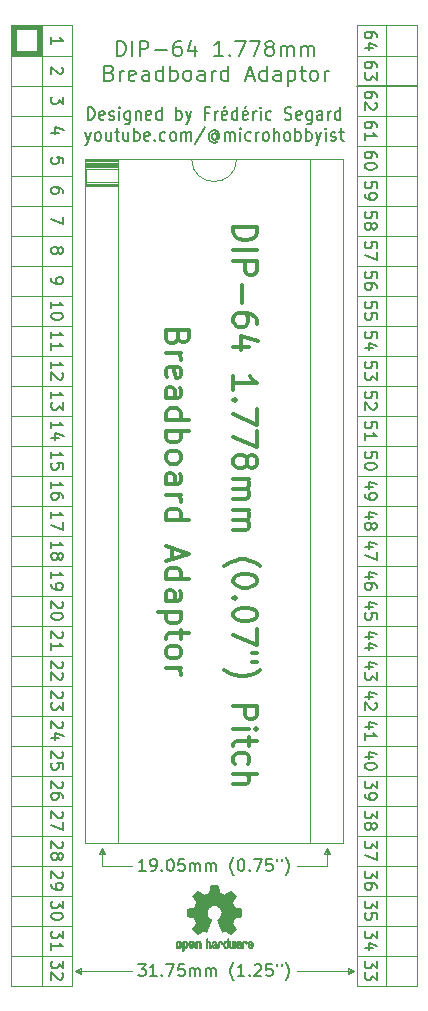
<source format=gto>
G04 #@! TF.GenerationSoftware,KiCad,Pcbnew,7.0.7*
G04 #@! TF.CreationDate,2023-08-26T15:25:03-04:00*
G04 #@! TF.ProjectId,68-pin 1.778mm to 2.54mm adaptor,36382d70-696e-4203-912e-3737386d6d20,1*
G04 #@! TF.SameCoordinates,Original*
G04 #@! TF.FileFunction,Legend,Top*
G04 #@! TF.FilePolarity,Positive*
%FSLAX46Y46*%
G04 Gerber Fmt 4.6, Leading zero omitted, Abs format (unit mm)*
G04 Created by KiCad (PCBNEW 7.0.7) date 2023-08-26 15:25:03*
%MOMM*%
%LPD*%
G01*
G04 APERTURE LIST*
%ADD10C,0.120000*%
%ADD11C,0.400000*%
%ADD12C,0.150000*%
%ADD13C,0.300000*%
%ADD14C,0.180000*%
%ADD15C,0.010000*%
%ADD16R,2.540000X1.016000*%
%ADD17O,2.540000X1.016000*%
%ADD18R,1.700000X1.700000*%
%ADD19O,1.700000X1.700000*%
G04 APERTURE END LIST*
D10*
X144780000Y-118110000D02*
X139700000Y-118110000D01*
X110490000Y-54610000D02*
X115570000Y-54610000D01*
X110490000Y-97790000D02*
X115570000Y-97790000D01*
X115824000Y-124460000D02*
X116332000Y-124333000D01*
X110490000Y-100330000D02*
X115570000Y-100330000D01*
X110490000Y-115570000D02*
X115570000Y-115570000D01*
X144830800Y-46990000D02*
X139700000Y-46990000D01*
X113090000Y-46990000D02*
X113090000Y-44390000D01*
X144780000Y-72390000D02*
X139700000Y-72390000D01*
X110490000Y-107950000D02*
X115570000Y-107950000D01*
X116713000Y-56159400D02*
X119507000Y-56159400D01*
X136906000Y-114554000D02*
X137160000Y-114046000D01*
X117856000Y-114554000D02*
X118110000Y-114046000D01*
D11*
X110642400Y-46812200D02*
X112877600Y-46812200D01*
D10*
X110490000Y-57150000D02*
X115570000Y-57150000D01*
X110490000Y-87630000D02*
X115570000Y-87630000D01*
X116713000Y-57937400D02*
X119507000Y-57937400D01*
X144780000Y-120650000D02*
X139700000Y-120650000D01*
X144780000Y-67310000D02*
X139700000Y-67310000D01*
X144780000Y-107950000D02*
X139700000Y-107950000D01*
X116713000Y-56464200D02*
X119507000Y-56464200D01*
X144780000Y-77470000D02*
X139700000Y-77470000D01*
X144780000Y-100330000D02*
X139700000Y-100330000D01*
X144780000Y-74930000D02*
X139700000Y-74930000D01*
X110490000Y-49530000D02*
X115570000Y-49530000D01*
X138938000Y-124714000D02*
X139446000Y-124460000D01*
X134620000Y-115570000D02*
X137160000Y-115570000D01*
X116332000Y-124714000D02*
X116332000Y-124206000D01*
X134620000Y-124460000D02*
X139446000Y-124460000D01*
X118110000Y-114046000D02*
X118364000Y-114554000D01*
X116332000Y-124206000D02*
X115824000Y-124460000D01*
X144780000Y-85090000D02*
X139700000Y-85090000D01*
X144780000Y-92710000D02*
X139700000Y-92710000D01*
X110490000Y-123190000D02*
X115570000Y-123190000D01*
X118110000Y-115570000D02*
X118110000Y-114046000D01*
D11*
X112877600Y-46812200D02*
X112877600Y-44577000D01*
D10*
X116332000Y-124587000D02*
X115824000Y-124460000D01*
X139446000Y-124460000D02*
X138938000Y-124206000D01*
X110490000Y-105410000D02*
X115570000Y-105410000D01*
X139700000Y-44390000D02*
X139700000Y-125790000D01*
X144780000Y-115570000D02*
X139700000Y-115570000D01*
X110490000Y-59690000D02*
X115570000Y-59690000D01*
X144780000Y-87630000D02*
X139700000Y-87630000D01*
X110490000Y-64770000D02*
X115570000Y-64770000D01*
X144780000Y-80010000D02*
X139700000Y-80010000D01*
X144780000Y-95250000D02*
X139700000Y-95250000D01*
X118110000Y-114046000D02*
X118237000Y-114554000D01*
X116713000Y-57734200D02*
X119507000Y-57734200D01*
X118110000Y-114046000D02*
X117983000Y-114554000D01*
X110490000Y-95250000D02*
X115570000Y-95250000D01*
X115570000Y-44390000D02*
X115570000Y-125790000D01*
X142180000Y-45720000D02*
X142180000Y-46990000D01*
X137160000Y-114046000D02*
X137033000Y-114554000D01*
X110490000Y-62230000D02*
X115570000Y-62230000D01*
X110490000Y-67310000D02*
X115570000Y-67310000D01*
X144780000Y-62230000D02*
X139700000Y-62230000D01*
X138938000Y-124206000D02*
X139446000Y-124460000D01*
X113090000Y-44390000D02*
X115570000Y-44390000D01*
X144780000Y-113030000D02*
X139700000Y-113030000D01*
X144780000Y-105410000D02*
X139700000Y-105410000D01*
X144780000Y-54610000D02*
X139700000Y-54610000D01*
X110490000Y-120650000D02*
X115570000Y-120650000D01*
X144780000Y-52070000D02*
X139700000Y-52070000D01*
X116713000Y-56261000D02*
X119507000Y-56261000D01*
X110490000Y-82550000D02*
X115570000Y-82550000D01*
X139700000Y-44390000D02*
X144840000Y-44390000D01*
X137160000Y-115570000D02*
X137160000Y-114046000D01*
X116713000Y-56565800D02*
X119507000Y-56565800D01*
X110490000Y-77470000D02*
X115570000Y-77470000D01*
X110430000Y-46990000D02*
X110430000Y-45694600D01*
X119456200Y-57734200D02*
X119456200Y-56540400D01*
D12*
X112699800Y-46659800D02*
X112699800Y-44780200D01*
D10*
X137160000Y-114046000D02*
X137287000Y-114554000D01*
X118364000Y-114554000D02*
X117856000Y-114554000D01*
X110490000Y-52070000D02*
X115570000Y-52070000D01*
X110490000Y-110490000D02*
X115570000Y-110490000D01*
X144780000Y-110490000D02*
X139700000Y-110490000D01*
X116713000Y-55854600D02*
X119507000Y-55854600D01*
X110490000Y-80010000D02*
X115570000Y-80010000D01*
X139446000Y-124460000D02*
X138938000Y-124333000D01*
X116713000Y-57835800D02*
X119507000Y-57835800D01*
X137160000Y-114046000D02*
X137414000Y-114554000D01*
X144780000Y-82550000D02*
X139700000Y-82550000D01*
X142180000Y-125790000D02*
X139700000Y-125790000D01*
X110490000Y-69850000D02*
X115570000Y-69850000D01*
X110490000Y-85090000D02*
X115570000Y-85090000D01*
X116713000Y-56057800D02*
X119507000Y-56057800D01*
X144840000Y-46990000D02*
X144840000Y-44390000D01*
X115570000Y-46990000D02*
X113090000Y-46990000D01*
D12*
X144780000Y-49530000D02*
X139700000Y-49530000D01*
D10*
X144780000Y-97790000D02*
X139700000Y-97790000D01*
X116713000Y-55956200D02*
X119507000Y-55956200D01*
D11*
X112877600Y-44577000D02*
X110642400Y-44577000D01*
D10*
X116713000Y-56362600D02*
X119507000Y-56362600D01*
X110490000Y-92710000D02*
X115570000Y-92710000D01*
X138938000Y-124587000D02*
X139446000Y-124460000D01*
X116763800Y-57772300D02*
X116763800Y-56578500D01*
X144780000Y-64770000D02*
X139700000Y-64770000D01*
X116713000Y-58039000D02*
X119507000Y-58039000D01*
X113090000Y-125790000D02*
X115570000Y-125790000D01*
X111760000Y-44390000D02*
X113090000Y-44390000D01*
X110490000Y-72390000D02*
X115570000Y-72390000D01*
D12*
X110820200Y-44780200D02*
X110820200Y-46659800D01*
D10*
X144780000Y-90170000D02*
X139700000Y-90170000D01*
D12*
X110820200Y-46659800D02*
X112699800Y-46659800D01*
D11*
X110642400Y-44577000D02*
X110642400Y-46812200D01*
D10*
X110490000Y-74930000D02*
X115570000Y-74930000D01*
X144780000Y-69850000D02*
X139700000Y-69850000D01*
X110490000Y-102870000D02*
X115570000Y-102870000D01*
X120650000Y-124460000D02*
X115824000Y-124460000D01*
X144780000Y-59690000D02*
X139700000Y-59690000D01*
X120650000Y-115570000D02*
X118110000Y-115570000D01*
D12*
X112699800Y-44780200D02*
X110820200Y-44780200D01*
D10*
X144780000Y-57150000D02*
X139700000Y-57150000D01*
X110490000Y-118110000D02*
X115570000Y-118110000D01*
X115824000Y-124460000D02*
X116332000Y-124714000D01*
X138938000Y-124714000D02*
X138938000Y-124206000D01*
X110490000Y-113030000D02*
X115570000Y-113030000D01*
X137414000Y-114554000D02*
X136906000Y-114554000D01*
X144780000Y-123190000D02*
X139700000Y-123190000D01*
X110490000Y-90170000D02*
X115570000Y-90170000D01*
X144780000Y-102870000D02*
X139700000Y-102870000D01*
D12*
X114749942Y-110998095D02*
X114797561Y-111045714D01*
X114797561Y-111045714D02*
X114845180Y-111140952D01*
X114845180Y-111140952D02*
X114845180Y-111379047D01*
X114845180Y-111379047D02*
X114797561Y-111474285D01*
X114797561Y-111474285D02*
X114749942Y-111521904D01*
X114749942Y-111521904D02*
X114654704Y-111569523D01*
X114654704Y-111569523D02*
X114559466Y-111569523D01*
X114559466Y-111569523D02*
X114416609Y-111521904D01*
X114416609Y-111521904D02*
X113845180Y-110950476D01*
X113845180Y-110950476D02*
X113845180Y-111569523D01*
X114845180Y-111902857D02*
X114845180Y-112569523D01*
X114845180Y-112569523D02*
X113845180Y-112140952D01*
X114845180Y-123650476D02*
X114845180Y-124269523D01*
X114845180Y-124269523D02*
X114464228Y-123936190D01*
X114464228Y-123936190D02*
X114464228Y-124079047D01*
X114464228Y-124079047D02*
X114416609Y-124174285D01*
X114416609Y-124174285D02*
X114368990Y-124221904D01*
X114368990Y-124221904D02*
X114273752Y-124269523D01*
X114273752Y-124269523D02*
X114035657Y-124269523D01*
X114035657Y-124269523D02*
X113940419Y-124221904D01*
X113940419Y-124221904D02*
X113892800Y-124174285D01*
X113892800Y-124174285D02*
X113845180Y-124079047D01*
X113845180Y-124079047D02*
X113845180Y-123793333D01*
X113845180Y-123793333D02*
X113892800Y-123698095D01*
X113892800Y-123698095D02*
X113940419Y-123650476D01*
X114749942Y-124650476D02*
X114797561Y-124698095D01*
X114797561Y-124698095D02*
X114845180Y-124793333D01*
X114845180Y-124793333D02*
X114845180Y-125031428D01*
X114845180Y-125031428D02*
X114797561Y-125126666D01*
X114797561Y-125126666D02*
X114749942Y-125174285D01*
X114749942Y-125174285D02*
X114654704Y-125221904D01*
X114654704Y-125221904D02*
X114559466Y-125221904D01*
X114559466Y-125221904D02*
X114416609Y-125174285D01*
X114416609Y-125174285D02*
X113845180Y-124602857D01*
X113845180Y-124602857D02*
X113845180Y-125221904D01*
X141388180Y-75961904D02*
X141388180Y-75485714D01*
X141388180Y-75485714D02*
X140911990Y-75438095D01*
X140911990Y-75438095D02*
X140959609Y-75485714D01*
X140959609Y-75485714D02*
X141007228Y-75580952D01*
X141007228Y-75580952D02*
X141007228Y-75819047D01*
X141007228Y-75819047D02*
X140959609Y-75914285D01*
X140959609Y-75914285D02*
X140911990Y-75961904D01*
X140911990Y-75961904D02*
X140816752Y-76009523D01*
X140816752Y-76009523D02*
X140578657Y-76009523D01*
X140578657Y-76009523D02*
X140483419Y-75961904D01*
X140483419Y-75961904D02*
X140435800Y-75914285D01*
X140435800Y-75914285D02*
X140388180Y-75819047D01*
X140388180Y-75819047D02*
X140388180Y-75580952D01*
X140388180Y-75580952D02*
X140435800Y-75485714D01*
X140435800Y-75485714D02*
X140483419Y-75438095D01*
X141292942Y-76390476D02*
X141340561Y-76438095D01*
X141340561Y-76438095D02*
X141388180Y-76533333D01*
X141388180Y-76533333D02*
X141388180Y-76771428D01*
X141388180Y-76771428D02*
X141340561Y-76866666D01*
X141340561Y-76866666D02*
X141292942Y-76914285D01*
X141292942Y-76914285D02*
X141197704Y-76961904D01*
X141197704Y-76961904D02*
X141102466Y-76961904D01*
X141102466Y-76961904D02*
X140959609Y-76914285D01*
X140959609Y-76914285D02*
X140388180Y-76342857D01*
X140388180Y-76342857D02*
X140388180Y-76961904D01*
X114845180Y-118570476D02*
X114845180Y-119189523D01*
X114845180Y-119189523D02*
X114464228Y-118856190D01*
X114464228Y-118856190D02*
X114464228Y-118999047D01*
X114464228Y-118999047D02*
X114416609Y-119094285D01*
X114416609Y-119094285D02*
X114368990Y-119141904D01*
X114368990Y-119141904D02*
X114273752Y-119189523D01*
X114273752Y-119189523D02*
X114035657Y-119189523D01*
X114035657Y-119189523D02*
X113940419Y-119141904D01*
X113940419Y-119141904D02*
X113892800Y-119094285D01*
X113892800Y-119094285D02*
X113845180Y-118999047D01*
X113845180Y-118999047D02*
X113845180Y-118713333D01*
X113845180Y-118713333D02*
X113892800Y-118618095D01*
X113892800Y-118618095D02*
X113940419Y-118570476D01*
X114845180Y-119808571D02*
X114845180Y-119903809D01*
X114845180Y-119903809D02*
X114797561Y-119999047D01*
X114797561Y-119999047D02*
X114749942Y-120046666D01*
X114749942Y-120046666D02*
X114654704Y-120094285D01*
X114654704Y-120094285D02*
X114464228Y-120141904D01*
X114464228Y-120141904D02*
X114226133Y-120141904D01*
X114226133Y-120141904D02*
X114035657Y-120094285D01*
X114035657Y-120094285D02*
X113940419Y-120046666D01*
X113940419Y-120046666D02*
X113892800Y-119999047D01*
X113892800Y-119999047D02*
X113845180Y-119903809D01*
X113845180Y-119903809D02*
X113845180Y-119808571D01*
X113845180Y-119808571D02*
X113892800Y-119713333D01*
X113892800Y-119713333D02*
X113940419Y-119665714D01*
X113940419Y-119665714D02*
X114035657Y-119618095D01*
X114035657Y-119618095D02*
X114226133Y-119570476D01*
X114226133Y-119570476D02*
X114464228Y-119570476D01*
X114464228Y-119570476D02*
X114654704Y-119618095D01*
X114654704Y-119618095D02*
X114749942Y-119665714D01*
X114749942Y-119665714D02*
X114797561Y-119713333D01*
X114797561Y-119713333D02*
X114845180Y-119808571D01*
X141054847Y-91154285D02*
X140388180Y-91154285D01*
X141435800Y-90916190D02*
X140721514Y-90678095D01*
X140721514Y-90678095D02*
X140721514Y-91297142D01*
X141388180Y-92106666D02*
X141388180Y-91916190D01*
X141388180Y-91916190D02*
X141340561Y-91820952D01*
X141340561Y-91820952D02*
X141292942Y-91773333D01*
X141292942Y-91773333D02*
X141150085Y-91678095D01*
X141150085Y-91678095D02*
X140959609Y-91630476D01*
X140959609Y-91630476D02*
X140578657Y-91630476D01*
X140578657Y-91630476D02*
X140483419Y-91678095D01*
X140483419Y-91678095D02*
X140435800Y-91725714D01*
X140435800Y-91725714D02*
X140388180Y-91820952D01*
X140388180Y-91820952D02*
X140388180Y-92011428D01*
X140388180Y-92011428D02*
X140435800Y-92106666D01*
X140435800Y-92106666D02*
X140483419Y-92154285D01*
X140483419Y-92154285D02*
X140578657Y-92201904D01*
X140578657Y-92201904D02*
X140816752Y-92201904D01*
X140816752Y-92201904D02*
X140911990Y-92154285D01*
X140911990Y-92154285D02*
X140959609Y-92106666D01*
X140959609Y-92106666D02*
X141007228Y-92011428D01*
X141007228Y-92011428D02*
X141007228Y-91820952D01*
X141007228Y-91820952D02*
X140959609Y-91725714D01*
X140959609Y-91725714D02*
X140911990Y-91678095D01*
X140911990Y-91678095D02*
X140816752Y-91630476D01*
X116944522Y-52447580D02*
X116944522Y-51347580D01*
X116944522Y-51347580D02*
X117182617Y-51347580D01*
X117182617Y-51347580D02*
X117325474Y-51399961D01*
X117325474Y-51399961D02*
X117420712Y-51504723D01*
X117420712Y-51504723D02*
X117468331Y-51609485D01*
X117468331Y-51609485D02*
X117515950Y-51819009D01*
X117515950Y-51819009D02*
X117515950Y-51976152D01*
X117515950Y-51976152D02*
X117468331Y-52185676D01*
X117468331Y-52185676D02*
X117420712Y-52290438D01*
X117420712Y-52290438D02*
X117325474Y-52395200D01*
X117325474Y-52395200D02*
X117182617Y-52447580D01*
X117182617Y-52447580D02*
X116944522Y-52447580D01*
X118325474Y-52395200D02*
X118230236Y-52447580D01*
X118230236Y-52447580D02*
X118039760Y-52447580D01*
X118039760Y-52447580D02*
X117944522Y-52395200D01*
X117944522Y-52395200D02*
X117896903Y-52290438D01*
X117896903Y-52290438D02*
X117896903Y-51871390D01*
X117896903Y-51871390D02*
X117944522Y-51766628D01*
X117944522Y-51766628D02*
X118039760Y-51714247D01*
X118039760Y-51714247D02*
X118230236Y-51714247D01*
X118230236Y-51714247D02*
X118325474Y-51766628D01*
X118325474Y-51766628D02*
X118373093Y-51871390D01*
X118373093Y-51871390D02*
X118373093Y-51976152D01*
X118373093Y-51976152D02*
X117896903Y-52080914D01*
X118754046Y-52395200D02*
X118849284Y-52447580D01*
X118849284Y-52447580D02*
X119039760Y-52447580D01*
X119039760Y-52447580D02*
X119134998Y-52395200D01*
X119134998Y-52395200D02*
X119182617Y-52290438D01*
X119182617Y-52290438D02*
X119182617Y-52238057D01*
X119182617Y-52238057D02*
X119134998Y-52133295D01*
X119134998Y-52133295D02*
X119039760Y-52080914D01*
X119039760Y-52080914D02*
X118896903Y-52080914D01*
X118896903Y-52080914D02*
X118801665Y-52028533D01*
X118801665Y-52028533D02*
X118754046Y-51923771D01*
X118754046Y-51923771D02*
X118754046Y-51871390D01*
X118754046Y-51871390D02*
X118801665Y-51766628D01*
X118801665Y-51766628D02*
X118896903Y-51714247D01*
X118896903Y-51714247D02*
X119039760Y-51714247D01*
X119039760Y-51714247D02*
X119134998Y-51766628D01*
X119611189Y-52447580D02*
X119611189Y-51714247D01*
X119611189Y-51347580D02*
X119563570Y-51399961D01*
X119563570Y-51399961D02*
X119611189Y-51452342D01*
X119611189Y-51452342D02*
X119658808Y-51399961D01*
X119658808Y-51399961D02*
X119611189Y-51347580D01*
X119611189Y-51347580D02*
X119611189Y-51452342D01*
X120515950Y-51714247D02*
X120515950Y-52604723D01*
X120515950Y-52604723D02*
X120468331Y-52709485D01*
X120468331Y-52709485D02*
X120420712Y-52761866D01*
X120420712Y-52761866D02*
X120325474Y-52814247D01*
X120325474Y-52814247D02*
X120182617Y-52814247D01*
X120182617Y-52814247D02*
X120087379Y-52761866D01*
X120515950Y-52395200D02*
X120420712Y-52447580D01*
X120420712Y-52447580D02*
X120230236Y-52447580D01*
X120230236Y-52447580D02*
X120134998Y-52395200D01*
X120134998Y-52395200D02*
X120087379Y-52342819D01*
X120087379Y-52342819D02*
X120039760Y-52238057D01*
X120039760Y-52238057D02*
X120039760Y-51923771D01*
X120039760Y-51923771D02*
X120087379Y-51819009D01*
X120087379Y-51819009D02*
X120134998Y-51766628D01*
X120134998Y-51766628D02*
X120230236Y-51714247D01*
X120230236Y-51714247D02*
X120420712Y-51714247D01*
X120420712Y-51714247D02*
X120515950Y-51766628D01*
X120992141Y-51714247D02*
X120992141Y-52447580D01*
X120992141Y-51819009D02*
X121039760Y-51766628D01*
X121039760Y-51766628D02*
X121134998Y-51714247D01*
X121134998Y-51714247D02*
X121277855Y-51714247D01*
X121277855Y-51714247D02*
X121373093Y-51766628D01*
X121373093Y-51766628D02*
X121420712Y-51871390D01*
X121420712Y-51871390D02*
X121420712Y-52447580D01*
X122277855Y-52395200D02*
X122182617Y-52447580D01*
X122182617Y-52447580D02*
X121992141Y-52447580D01*
X121992141Y-52447580D02*
X121896903Y-52395200D01*
X121896903Y-52395200D02*
X121849284Y-52290438D01*
X121849284Y-52290438D02*
X121849284Y-51871390D01*
X121849284Y-51871390D02*
X121896903Y-51766628D01*
X121896903Y-51766628D02*
X121992141Y-51714247D01*
X121992141Y-51714247D02*
X122182617Y-51714247D01*
X122182617Y-51714247D02*
X122277855Y-51766628D01*
X122277855Y-51766628D02*
X122325474Y-51871390D01*
X122325474Y-51871390D02*
X122325474Y-51976152D01*
X122325474Y-51976152D02*
X121849284Y-52080914D01*
X123182617Y-52447580D02*
X123182617Y-51347580D01*
X123182617Y-52395200D02*
X123087379Y-52447580D01*
X123087379Y-52447580D02*
X122896903Y-52447580D01*
X122896903Y-52447580D02*
X122801665Y-52395200D01*
X122801665Y-52395200D02*
X122754046Y-52342819D01*
X122754046Y-52342819D02*
X122706427Y-52238057D01*
X122706427Y-52238057D02*
X122706427Y-51923771D01*
X122706427Y-51923771D02*
X122754046Y-51819009D01*
X122754046Y-51819009D02*
X122801665Y-51766628D01*
X122801665Y-51766628D02*
X122896903Y-51714247D01*
X122896903Y-51714247D02*
X123087379Y-51714247D01*
X123087379Y-51714247D02*
X123182617Y-51766628D01*
X124420713Y-52447580D02*
X124420713Y-51347580D01*
X124420713Y-51766628D02*
X124515951Y-51714247D01*
X124515951Y-51714247D02*
X124706427Y-51714247D01*
X124706427Y-51714247D02*
X124801665Y-51766628D01*
X124801665Y-51766628D02*
X124849284Y-51819009D01*
X124849284Y-51819009D02*
X124896903Y-51923771D01*
X124896903Y-51923771D02*
X124896903Y-52238057D01*
X124896903Y-52238057D02*
X124849284Y-52342819D01*
X124849284Y-52342819D02*
X124801665Y-52395200D01*
X124801665Y-52395200D02*
X124706427Y-52447580D01*
X124706427Y-52447580D02*
X124515951Y-52447580D01*
X124515951Y-52447580D02*
X124420713Y-52395200D01*
X125230237Y-51714247D02*
X125468332Y-52447580D01*
X125706427Y-51714247D02*
X125468332Y-52447580D01*
X125468332Y-52447580D02*
X125373094Y-52709485D01*
X125373094Y-52709485D02*
X125325475Y-52761866D01*
X125325475Y-52761866D02*
X125230237Y-52814247D01*
X127182618Y-51871390D02*
X126849285Y-51871390D01*
X126849285Y-52447580D02*
X126849285Y-51347580D01*
X126849285Y-51347580D02*
X127325475Y-51347580D01*
X127706428Y-52447580D02*
X127706428Y-51714247D01*
X127706428Y-51923771D02*
X127754047Y-51819009D01*
X127754047Y-51819009D02*
X127801666Y-51766628D01*
X127801666Y-51766628D02*
X127896904Y-51714247D01*
X127896904Y-51714247D02*
X127992142Y-51714247D01*
X128706428Y-52395200D02*
X128611190Y-52447580D01*
X128611190Y-52447580D02*
X128420714Y-52447580D01*
X128420714Y-52447580D02*
X128325476Y-52395200D01*
X128325476Y-52395200D02*
X128277857Y-52290438D01*
X128277857Y-52290438D02*
X128277857Y-51871390D01*
X128277857Y-51871390D02*
X128325476Y-51766628D01*
X128325476Y-51766628D02*
X128420714Y-51714247D01*
X128420714Y-51714247D02*
X128611190Y-51714247D01*
X128611190Y-51714247D02*
X128706428Y-51766628D01*
X128706428Y-51766628D02*
X128754047Y-51871390D01*
X128754047Y-51871390D02*
X128754047Y-51976152D01*
X128754047Y-51976152D02*
X128277857Y-52080914D01*
X128611190Y-51295200D02*
X128468333Y-51452342D01*
X129611190Y-52447580D02*
X129611190Y-51347580D01*
X129611190Y-52395200D02*
X129515952Y-52447580D01*
X129515952Y-52447580D02*
X129325476Y-52447580D01*
X129325476Y-52447580D02*
X129230238Y-52395200D01*
X129230238Y-52395200D02*
X129182619Y-52342819D01*
X129182619Y-52342819D02*
X129135000Y-52238057D01*
X129135000Y-52238057D02*
X129135000Y-51923771D01*
X129135000Y-51923771D02*
X129182619Y-51819009D01*
X129182619Y-51819009D02*
X129230238Y-51766628D01*
X129230238Y-51766628D02*
X129325476Y-51714247D01*
X129325476Y-51714247D02*
X129515952Y-51714247D01*
X129515952Y-51714247D02*
X129611190Y-51766628D01*
X130468333Y-52395200D02*
X130373095Y-52447580D01*
X130373095Y-52447580D02*
X130182619Y-52447580D01*
X130182619Y-52447580D02*
X130087381Y-52395200D01*
X130087381Y-52395200D02*
X130039762Y-52290438D01*
X130039762Y-52290438D02*
X130039762Y-51871390D01*
X130039762Y-51871390D02*
X130087381Y-51766628D01*
X130087381Y-51766628D02*
X130182619Y-51714247D01*
X130182619Y-51714247D02*
X130373095Y-51714247D01*
X130373095Y-51714247D02*
X130468333Y-51766628D01*
X130468333Y-51766628D02*
X130515952Y-51871390D01*
X130515952Y-51871390D02*
X130515952Y-51976152D01*
X130515952Y-51976152D02*
X130039762Y-52080914D01*
X130373095Y-51295200D02*
X130230238Y-51452342D01*
X130944524Y-52447580D02*
X130944524Y-51714247D01*
X130944524Y-51923771D02*
X130992143Y-51819009D01*
X130992143Y-51819009D02*
X131039762Y-51766628D01*
X131039762Y-51766628D02*
X131135000Y-51714247D01*
X131135000Y-51714247D02*
X131230238Y-51714247D01*
X131563572Y-52447580D02*
X131563572Y-51714247D01*
X131563572Y-51347580D02*
X131515953Y-51399961D01*
X131515953Y-51399961D02*
X131563572Y-51452342D01*
X131563572Y-51452342D02*
X131611191Y-51399961D01*
X131611191Y-51399961D02*
X131563572Y-51347580D01*
X131563572Y-51347580D02*
X131563572Y-51452342D01*
X132468333Y-52395200D02*
X132373095Y-52447580D01*
X132373095Y-52447580D02*
X132182619Y-52447580D01*
X132182619Y-52447580D02*
X132087381Y-52395200D01*
X132087381Y-52395200D02*
X132039762Y-52342819D01*
X132039762Y-52342819D02*
X131992143Y-52238057D01*
X131992143Y-52238057D02*
X131992143Y-51923771D01*
X131992143Y-51923771D02*
X132039762Y-51819009D01*
X132039762Y-51819009D02*
X132087381Y-51766628D01*
X132087381Y-51766628D02*
X132182619Y-51714247D01*
X132182619Y-51714247D02*
X132373095Y-51714247D01*
X132373095Y-51714247D02*
X132468333Y-51766628D01*
X133611191Y-52395200D02*
X133754048Y-52447580D01*
X133754048Y-52447580D02*
X133992143Y-52447580D01*
X133992143Y-52447580D02*
X134087381Y-52395200D01*
X134087381Y-52395200D02*
X134135000Y-52342819D01*
X134135000Y-52342819D02*
X134182619Y-52238057D01*
X134182619Y-52238057D02*
X134182619Y-52133295D01*
X134182619Y-52133295D02*
X134135000Y-52028533D01*
X134135000Y-52028533D02*
X134087381Y-51976152D01*
X134087381Y-51976152D02*
X133992143Y-51923771D01*
X133992143Y-51923771D02*
X133801667Y-51871390D01*
X133801667Y-51871390D02*
X133706429Y-51819009D01*
X133706429Y-51819009D02*
X133658810Y-51766628D01*
X133658810Y-51766628D02*
X133611191Y-51661866D01*
X133611191Y-51661866D02*
X133611191Y-51557104D01*
X133611191Y-51557104D02*
X133658810Y-51452342D01*
X133658810Y-51452342D02*
X133706429Y-51399961D01*
X133706429Y-51399961D02*
X133801667Y-51347580D01*
X133801667Y-51347580D02*
X134039762Y-51347580D01*
X134039762Y-51347580D02*
X134182619Y-51399961D01*
X134992143Y-52395200D02*
X134896905Y-52447580D01*
X134896905Y-52447580D02*
X134706429Y-52447580D01*
X134706429Y-52447580D02*
X134611191Y-52395200D01*
X134611191Y-52395200D02*
X134563572Y-52290438D01*
X134563572Y-52290438D02*
X134563572Y-51871390D01*
X134563572Y-51871390D02*
X134611191Y-51766628D01*
X134611191Y-51766628D02*
X134706429Y-51714247D01*
X134706429Y-51714247D02*
X134896905Y-51714247D01*
X134896905Y-51714247D02*
X134992143Y-51766628D01*
X134992143Y-51766628D02*
X135039762Y-51871390D01*
X135039762Y-51871390D02*
X135039762Y-51976152D01*
X135039762Y-51976152D02*
X134563572Y-52080914D01*
X135896905Y-51714247D02*
X135896905Y-52604723D01*
X135896905Y-52604723D02*
X135849286Y-52709485D01*
X135849286Y-52709485D02*
X135801667Y-52761866D01*
X135801667Y-52761866D02*
X135706429Y-52814247D01*
X135706429Y-52814247D02*
X135563572Y-52814247D01*
X135563572Y-52814247D02*
X135468334Y-52761866D01*
X135896905Y-52395200D02*
X135801667Y-52447580D01*
X135801667Y-52447580D02*
X135611191Y-52447580D01*
X135611191Y-52447580D02*
X135515953Y-52395200D01*
X135515953Y-52395200D02*
X135468334Y-52342819D01*
X135468334Y-52342819D02*
X135420715Y-52238057D01*
X135420715Y-52238057D02*
X135420715Y-51923771D01*
X135420715Y-51923771D02*
X135468334Y-51819009D01*
X135468334Y-51819009D02*
X135515953Y-51766628D01*
X135515953Y-51766628D02*
X135611191Y-51714247D01*
X135611191Y-51714247D02*
X135801667Y-51714247D01*
X135801667Y-51714247D02*
X135896905Y-51766628D01*
X136801667Y-52447580D02*
X136801667Y-51871390D01*
X136801667Y-51871390D02*
X136754048Y-51766628D01*
X136754048Y-51766628D02*
X136658810Y-51714247D01*
X136658810Y-51714247D02*
X136468334Y-51714247D01*
X136468334Y-51714247D02*
X136373096Y-51766628D01*
X136801667Y-52395200D02*
X136706429Y-52447580D01*
X136706429Y-52447580D02*
X136468334Y-52447580D01*
X136468334Y-52447580D02*
X136373096Y-52395200D01*
X136373096Y-52395200D02*
X136325477Y-52290438D01*
X136325477Y-52290438D02*
X136325477Y-52185676D01*
X136325477Y-52185676D02*
X136373096Y-52080914D01*
X136373096Y-52080914D02*
X136468334Y-52028533D01*
X136468334Y-52028533D02*
X136706429Y-52028533D01*
X136706429Y-52028533D02*
X136801667Y-51976152D01*
X137277858Y-52447580D02*
X137277858Y-51714247D01*
X137277858Y-51923771D02*
X137325477Y-51819009D01*
X137325477Y-51819009D02*
X137373096Y-51766628D01*
X137373096Y-51766628D02*
X137468334Y-51714247D01*
X137468334Y-51714247D02*
X137563572Y-51714247D01*
X138325477Y-52447580D02*
X138325477Y-51347580D01*
X138325477Y-52395200D02*
X138230239Y-52447580D01*
X138230239Y-52447580D02*
X138039763Y-52447580D01*
X138039763Y-52447580D02*
X137944525Y-52395200D01*
X137944525Y-52395200D02*
X137896906Y-52342819D01*
X137896906Y-52342819D02*
X137849287Y-52238057D01*
X137849287Y-52238057D02*
X137849287Y-51923771D01*
X137849287Y-51923771D02*
X137896906Y-51819009D01*
X137896906Y-51819009D02*
X137944525Y-51766628D01*
X137944525Y-51766628D02*
X138039763Y-51714247D01*
X138039763Y-51714247D02*
X138230239Y-51714247D01*
X138230239Y-51714247D02*
X138325477Y-51766628D01*
X116706428Y-53485247D02*
X116944523Y-54218580D01*
X117182618Y-53485247D02*
X116944523Y-54218580D01*
X116944523Y-54218580D02*
X116849285Y-54480485D01*
X116849285Y-54480485D02*
X116801666Y-54532866D01*
X116801666Y-54532866D02*
X116706428Y-54585247D01*
X117706428Y-54218580D02*
X117611190Y-54166200D01*
X117611190Y-54166200D02*
X117563571Y-54113819D01*
X117563571Y-54113819D02*
X117515952Y-54009057D01*
X117515952Y-54009057D02*
X117515952Y-53694771D01*
X117515952Y-53694771D02*
X117563571Y-53590009D01*
X117563571Y-53590009D02*
X117611190Y-53537628D01*
X117611190Y-53537628D02*
X117706428Y-53485247D01*
X117706428Y-53485247D02*
X117849285Y-53485247D01*
X117849285Y-53485247D02*
X117944523Y-53537628D01*
X117944523Y-53537628D02*
X117992142Y-53590009D01*
X117992142Y-53590009D02*
X118039761Y-53694771D01*
X118039761Y-53694771D02*
X118039761Y-54009057D01*
X118039761Y-54009057D02*
X117992142Y-54113819D01*
X117992142Y-54113819D02*
X117944523Y-54166200D01*
X117944523Y-54166200D02*
X117849285Y-54218580D01*
X117849285Y-54218580D02*
X117706428Y-54218580D01*
X118896904Y-53485247D02*
X118896904Y-54218580D01*
X118468333Y-53485247D02*
X118468333Y-54061438D01*
X118468333Y-54061438D02*
X118515952Y-54166200D01*
X118515952Y-54166200D02*
X118611190Y-54218580D01*
X118611190Y-54218580D02*
X118754047Y-54218580D01*
X118754047Y-54218580D02*
X118849285Y-54166200D01*
X118849285Y-54166200D02*
X118896904Y-54113819D01*
X119230238Y-53485247D02*
X119611190Y-53485247D01*
X119373095Y-53118580D02*
X119373095Y-54061438D01*
X119373095Y-54061438D02*
X119420714Y-54166200D01*
X119420714Y-54166200D02*
X119515952Y-54218580D01*
X119515952Y-54218580D02*
X119611190Y-54218580D01*
X120373095Y-53485247D02*
X120373095Y-54218580D01*
X119944524Y-53485247D02*
X119944524Y-54061438D01*
X119944524Y-54061438D02*
X119992143Y-54166200D01*
X119992143Y-54166200D02*
X120087381Y-54218580D01*
X120087381Y-54218580D02*
X120230238Y-54218580D01*
X120230238Y-54218580D02*
X120325476Y-54166200D01*
X120325476Y-54166200D02*
X120373095Y-54113819D01*
X120849286Y-54218580D02*
X120849286Y-53118580D01*
X120849286Y-53537628D02*
X120944524Y-53485247D01*
X120944524Y-53485247D02*
X121135000Y-53485247D01*
X121135000Y-53485247D02*
X121230238Y-53537628D01*
X121230238Y-53537628D02*
X121277857Y-53590009D01*
X121277857Y-53590009D02*
X121325476Y-53694771D01*
X121325476Y-53694771D02*
X121325476Y-54009057D01*
X121325476Y-54009057D02*
X121277857Y-54113819D01*
X121277857Y-54113819D02*
X121230238Y-54166200D01*
X121230238Y-54166200D02*
X121135000Y-54218580D01*
X121135000Y-54218580D02*
X120944524Y-54218580D01*
X120944524Y-54218580D02*
X120849286Y-54166200D01*
X122135000Y-54166200D02*
X122039762Y-54218580D01*
X122039762Y-54218580D02*
X121849286Y-54218580D01*
X121849286Y-54218580D02*
X121754048Y-54166200D01*
X121754048Y-54166200D02*
X121706429Y-54061438D01*
X121706429Y-54061438D02*
X121706429Y-53642390D01*
X121706429Y-53642390D02*
X121754048Y-53537628D01*
X121754048Y-53537628D02*
X121849286Y-53485247D01*
X121849286Y-53485247D02*
X122039762Y-53485247D01*
X122039762Y-53485247D02*
X122135000Y-53537628D01*
X122135000Y-53537628D02*
X122182619Y-53642390D01*
X122182619Y-53642390D02*
X122182619Y-53747152D01*
X122182619Y-53747152D02*
X121706429Y-53851914D01*
X122611191Y-54113819D02*
X122658810Y-54166200D01*
X122658810Y-54166200D02*
X122611191Y-54218580D01*
X122611191Y-54218580D02*
X122563572Y-54166200D01*
X122563572Y-54166200D02*
X122611191Y-54113819D01*
X122611191Y-54113819D02*
X122611191Y-54218580D01*
X123515952Y-54166200D02*
X123420714Y-54218580D01*
X123420714Y-54218580D02*
X123230238Y-54218580D01*
X123230238Y-54218580D02*
X123135000Y-54166200D01*
X123135000Y-54166200D02*
X123087381Y-54113819D01*
X123087381Y-54113819D02*
X123039762Y-54009057D01*
X123039762Y-54009057D02*
X123039762Y-53694771D01*
X123039762Y-53694771D02*
X123087381Y-53590009D01*
X123087381Y-53590009D02*
X123135000Y-53537628D01*
X123135000Y-53537628D02*
X123230238Y-53485247D01*
X123230238Y-53485247D02*
X123420714Y-53485247D01*
X123420714Y-53485247D02*
X123515952Y-53537628D01*
X124087381Y-54218580D02*
X123992143Y-54166200D01*
X123992143Y-54166200D02*
X123944524Y-54113819D01*
X123944524Y-54113819D02*
X123896905Y-54009057D01*
X123896905Y-54009057D02*
X123896905Y-53694771D01*
X123896905Y-53694771D02*
X123944524Y-53590009D01*
X123944524Y-53590009D02*
X123992143Y-53537628D01*
X123992143Y-53537628D02*
X124087381Y-53485247D01*
X124087381Y-53485247D02*
X124230238Y-53485247D01*
X124230238Y-53485247D02*
X124325476Y-53537628D01*
X124325476Y-53537628D02*
X124373095Y-53590009D01*
X124373095Y-53590009D02*
X124420714Y-53694771D01*
X124420714Y-53694771D02*
X124420714Y-54009057D01*
X124420714Y-54009057D02*
X124373095Y-54113819D01*
X124373095Y-54113819D02*
X124325476Y-54166200D01*
X124325476Y-54166200D02*
X124230238Y-54218580D01*
X124230238Y-54218580D02*
X124087381Y-54218580D01*
X124849286Y-54218580D02*
X124849286Y-53485247D01*
X124849286Y-53590009D02*
X124896905Y-53537628D01*
X124896905Y-53537628D02*
X124992143Y-53485247D01*
X124992143Y-53485247D02*
X125135000Y-53485247D01*
X125135000Y-53485247D02*
X125230238Y-53537628D01*
X125230238Y-53537628D02*
X125277857Y-53642390D01*
X125277857Y-53642390D02*
X125277857Y-54218580D01*
X125277857Y-53642390D02*
X125325476Y-53537628D01*
X125325476Y-53537628D02*
X125420714Y-53485247D01*
X125420714Y-53485247D02*
X125563571Y-53485247D01*
X125563571Y-53485247D02*
X125658810Y-53537628D01*
X125658810Y-53537628D02*
X125706429Y-53642390D01*
X125706429Y-53642390D02*
X125706429Y-54218580D01*
X126896904Y-53066200D02*
X126039762Y-54480485D01*
X127849285Y-53694771D02*
X127801666Y-53642390D01*
X127801666Y-53642390D02*
X127706428Y-53590009D01*
X127706428Y-53590009D02*
X127611190Y-53590009D01*
X127611190Y-53590009D02*
X127515952Y-53642390D01*
X127515952Y-53642390D02*
X127468333Y-53694771D01*
X127468333Y-53694771D02*
X127420714Y-53799533D01*
X127420714Y-53799533D02*
X127420714Y-53904295D01*
X127420714Y-53904295D02*
X127468333Y-54009057D01*
X127468333Y-54009057D02*
X127515952Y-54061438D01*
X127515952Y-54061438D02*
X127611190Y-54113819D01*
X127611190Y-54113819D02*
X127706428Y-54113819D01*
X127706428Y-54113819D02*
X127801666Y-54061438D01*
X127801666Y-54061438D02*
X127849285Y-54009057D01*
X127849285Y-53590009D02*
X127849285Y-54009057D01*
X127849285Y-54009057D02*
X127896904Y-54061438D01*
X127896904Y-54061438D02*
X127944523Y-54061438D01*
X127944523Y-54061438D02*
X128039762Y-54009057D01*
X128039762Y-54009057D02*
X128087381Y-53904295D01*
X128087381Y-53904295D02*
X128087381Y-53642390D01*
X128087381Y-53642390D02*
X127992143Y-53485247D01*
X127992143Y-53485247D02*
X127849285Y-53380485D01*
X127849285Y-53380485D02*
X127658809Y-53328104D01*
X127658809Y-53328104D02*
X127468333Y-53380485D01*
X127468333Y-53380485D02*
X127325476Y-53485247D01*
X127325476Y-53485247D02*
X127230238Y-53642390D01*
X127230238Y-53642390D02*
X127182619Y-53851914D01*
X127182619Y-53851914D02*
X127230238Y-54061438D01*
X127230238Y-54061438D02*
X127325476Y-54218580D01*
X127325476Y-54218580D02*
X127468333Y-54323342D01*
X127468333Y-54323342D02*
X127658809Y-54375723D01*
X127658809Y-54375723D02*
X127849285Y-54323342D01*
X127849285Y-54323342D02*
X127992143Y-54218580D01*
X128515952Y-54218580D02*
X128515952Y-53485247D01*
X128515952Y-53590009D02*
X128563571Y-53537628D01*
X128563571Y-53537628D02*
X128658809Y-53485247D01*
X128658809Y-53485247D02*
X128801666Y-53485247D01*
X128801666Y-53485247D02*
X128896904Y-53537628D01*
X128896904Y-53537628D02*
X128944523Y-53642390D01*
X128944523Y-53642390D02*
X128944523Y-54218580D01*
X128944523Y-53642390D02*
X128992142Y-53537628D01*
X128992142Y-53537628D02*
X129087380Y-53485247D01*
X129087380Y-53485247D02*
X129230237Y-53485247D01*
X129230237Y-53485247D02*
X129325476Y-53537628D01*
X129325476Y-53537628D02*
X129373095Y-53642390D01*
X129373095Y-53642390D02*
X129373095Y-54218580D01*
X129849285Y-54218580D02*
X129849285Y-53485247D01*
X129849285Y-53118580D02*
X129801666Y-53170961D01*
X129801666Y-53170961D02*
X129849285Y-53223342D01*
X129849285Y-53223342D02*
X129896904Y-53170961D01*
X129896904Y-53170961D02*
X129849285Y-53118580D01*
X129849285Y-53118580D02*
X129849285Y-53223342D01*
X130754046Y-54166200D02*
X130658808Y-54218580D01*
X130658808Y-54218580D02*
X130468332Y-54218580D01*
X130468332Y-54218580D02*
X130373094Y-54166200D01*
X130373094Y-54166200D02*
X130325475Y-54113819D01*
X130325475Y-54113819D02*
X130277856Y-54009057D01*
X130277856Y-54009057D02*
X130277856Y-53694771D01*
X130277856Y-53694771D02*
X130325475Y-53590009D01*
X130325475Y-53590009D02*
X130373094Y-53537628D01*
X130373094Y-53537628D02*
X130468332Y-53485247D01*
X130468332Y-53485247D02*
X130658808Y-53485247D01*
X130658808Y-53485247D02*
X130754046Y-53537628D01*
X131182618Y-54218580D02*
X131182618Y-53485247D01*
X131182618Y-53694771D02*
X131230237Y-53590009D01*
X131230237Y-53590009D02*
X131277856Y-53537628D01*
X131277856Y-53537628D02*
X131373094Y-53485247D01*
X131373094Y-53485247D02*
X131468332Y-53485247D01*
X131944523Y-54218580D02*
X131849285Y-54166200D01*
X131849285Y-54166200D02*
X131801666Y-54113819D01*
X131801666Y-54113819D02*
X131754047Y-54009057D01*
X131754047Y-54009057D02*
X131754047Y-53694771D01*
X131754047Y-53694771D02*
X131801666Y-53590009D01*
X131801666Y-53590009D02*
X131849285Y-53537628D01*
X131849285Y-53537628D02*
X131944523Y-53485247D01*
X131944523Y-53485247D02*
X132087380Y-53485247D01*
X132087380Y-53485247D02*
X132182618Y-53537628D01*
X132182618Y-53537628D02*
X132230237Y-53590009D01*
X132230237Y-53590009D02*
X132277856Y-53694771D01*
X132277856Y-53694771D02*
X132277856Y-54009057D01*
X132277856Y-54009057D02*
X132230237Y-54113819D01*
X132230237Y-54113819D02*
X132182618Y-54166200D01*
X132182618Y-54166200D02*
X132087380Y-54218580D01*
X132087380Y-54218580D02*
X131944523Y-54218580D01*
X132706428Y-54218580D02*
X132706428Y-53118580D01*
X133134999Y-54218580D02*
X133134999Y-53642390D01*
X133134999Y-53642390D02*
X133087380Y-53537628D01*
X133087380Y-53537628D02*
X132992142Y-53485247D01*
X132992142Y-53485247D02*
X132849285Y-53485247D01*
X132849285Y-53485247D02*
X132754047Y-53537628D01*
X132754047Y-53537628D02*
X132706428Y-53590009D01*
X133754047Y-54218580D02*
X133658809Y-54166200D01*
X133658809Y-54166200D02*
X133611190Y-54113819D01*
X133611190Y-54113819D02*
X133563571Y-54009057D01*
X133563571Y-54009057D02*
X133563571Y-53694771D01*
X133563571Y-53694771D02*
X133611190Y-53590009D01*
X133611190Y-53590009D02*
X133658809Y-53537628D01*
X133658809Y-53537628D02*
X133754047Y-53485247D01*
X133754047Y-53485247D02*
X133896904Y-53485247D01*
X133896904Y-53485247D02*
X133992142Y-53537628D01*
X133992142Y-53537628D02*
X134039761Y-53590009D01*
X134039761Y-53590009D02*
X134087380Y-53694771D01*
X134087380Y-53694771D02*
X134087380Y-54009057D01*
X134087380Y-54009057D02*
X134039761Y-54113819D01*
X134039761Y-54113819D02*
X133992142Y-54166200D01*
X133992142Y-54166200D02*
X133896904Y-54218580D01*
X133896904Y-54218580D02*
X133754047Y-54218580D01*
X134515952Y-54218580D02*
X134515952Y-53118580D01*
X134515952Y-53537628D02*
X134611190Y-53485247D01*
X134611190Y-53485247D02*
X134801666Y-53485247D01*
X134801666Y-53485247D02*
X134896904Y-53537628D01*
X134896904Y-53537628D02*
X134944523Y-53590009D01*
X134944523Y-53590009D02*
X134992142Y-53694771D01*
X134992142Y-53694771D02*
X134992142Y-54009057D01*
X134992142Y-54009057D02*
X134944523Y-54113819D01*
X134944523Y-54113819D02*
X134896904Y-54166200D01*
X134896904Y-54166200D02*
X134801666Y-54218580D01*
X134801666Y-54218580D02*
X134611190Y-54218580D01*
X134611190Y-54218580D02*
X134515952Y-54166200D01*
X135420714Y-54218580D02*
X135420714Y-53118580D01*
X135420714Y-53537628D02*
X135515952Y-53485247D01*
X135515952Y-53485247D02*
X135706428Y-53485247D01*
X135706428Y-53485247D02*
X135801666Y-53537628D01*
X135801666Y-53537628D02*
X135849285Y-53590009D01*
X135849285Y-53590009D02*
X135896904Y-53694771D01*
X135896904Y-53694771D02*
X135896904Y-54009057D01*
X135896904Y-54009057D02*
X135849285Y-54113819D01*
X135849285Y-54113819D02*
X135801666Y-54166200D01*
X135801666Y-54166200D02*
X135706428Y-54218580D01*
X135706428Y-54218580D02*
X135515952Y-54218580D01*
X135515952Y-54218580D02*
X135420714Y-54166200D01*
X136230238Y-53485247D02*
X136468333Y-54218580D01*
X136706428Y-53485247D02*
X136468333Y-54218580D01*
X136468333Y-54218580D02*
X136373095Y-54480485D01*
X136373095Y-54480485D02*
X136325476Y-54532866D01*
X136325476Y-54532866D02*
X136230238Y-54585247D01*
X137087381Y-54218580D02*
X137087381Y-53485247D01*
X137087381Y-53118580D02*
X137039762Y-53170961D01*
X137039762Y-53170961D02*
X137087381Y-53223342D01*
X137087381Y-53223342D02*
X137135000Y-53170961D01*
X137135000Y-53170961D02*
X137087381Y-53118580D01*
X137087381Y-53118580D02*
X137087381Y-53223342D01*
X137515952Y-54166200D02*
X137611190Y-54218580D01*
X137611190Y-54218580D02*
X137801666Y-54218580D01*
X137801666Y-54218580D02*
X137896904Y-54166200D01*
X137896904Y-54166200D02*
X137944523Y-54061438D01*
X137944523Y-54061438D02*
X137944523Y-54009057D01*
X137944523Y-54009057D02*
X137896904Y-53904295D01*
X137896904Y-53904295D02*
X137801666Y-53851914D01*
X137801666Y-53851914D02*
X137658809Y-53851914D01*
X137658809Y-53851914D02*
X137563571Y-53799533D01*
X137563571Y-53799533D02*
X137515952Y-53694771D01*
X137515952Y-53694771D02*
X137515952Y-53642390D01*
X137515952Y-53642390D02*
X137563571Y-53537628D01*
X137563571Y-53537628D02*
X137658809Y-53485247D01*
X137658809Y-53485247D02*
X137801666Y-53485247D01*
X137801666Y-53485247D02*
X137896904Y-53537628D01*
X138230238Y-53485247D02*
X138611190Y-53485247D01*
X138373095Y-53118580D02*
X138373095Y-54061438D01*
X138373095Y-54061438D02*
X138420714Y-54166200D01*
X138420714Y-54166200D02*
X138515952Y-54218580D01*
X138515952Y-54218580D02*
X138611190Y-54218580D01*
X141388180Y-123650476D02*
X141388180Y-124269523D01*
X141388180Y-124269523D02*
X141007228Y-123936190D01*
X141007228Y-123936190D02*
X141007228Y-124079047D01*
X141007228Y-124079047D02*
X140959609Y-124174285D01*
X140959609Y-124174285D02*
X140911990Y-124221904D01*
X140911990Y-124221904D02*
X140816752Y-124269523D01*
X140816752Y-124269523D02*
X140578657Y-124269523D01*
X140578657Y-124269523D02*
X140483419Y-124221904D01*
X140483419Y-124221904D02*
X140435800Y-124174285D01*
X140435800Y-124174285D02*
X140388180Y-124079047D01*
X140388180Y-124079047D02*
X140388180Y-123793333D01*
X140388180Y-123793333D02*
X140435800Y-123698095D01*
X140435800Y-123698095D02*
X140483419Y-123650476D01*
X141388180Y-124602857D02*
X141388180Y-125221904D01*
X141388180Y-125221904D02*
X141007228Y-124888571D01*
X141007228Y-124888571D02*
X141007228Y-125031428D01*
X141007228Y-125031428D02*
X140959609Y-125126666D01*
X140959609Y-125126666D02*
X140911990Y-125174285D01*
X140911990Y-125174285D02*
X140816752Y-125221904D01*
X140816752Y-125221904D02*
X140578657Y-125221904D01*
X140578657Y-125221904D02*
X140483419Y-125174285D01*
X140483419Y-125174285D02*
X140435800Y-125126666D01*
X140435800Y-125126666D02*
X140388180Y-125031428D01*
X140388180Y-125031428D02*
X140388180Y-124745714D01*
X140388180Y-124745714D02*
X140435800Y-124650476D01*
X140435800Y-124650476D02*
X140483419Y-124602857D01*
X114749942Y-113538095D02*
X114797561Y-113585714D01*
X114797561Y-113585714D02*
X114845180Y-113680952D01*
X114845180Y-113680952D02*
X114845180Y-113919047D01*
X114845180Y-113919047D02*
X114797561Y-114014285D01*
X114797561Y-114014285D02*
X114749942Y-114061904D01*
X114749942Y-114061904D02*
X114654704Y-114109523D01*
X114654704Y-114109523D02*
X114559466Y-114109523D01*
X114559466Y-114109523D02*
X114416609Y-114061904D01*
X114416609Y-114061904D02*
X113845180Y-113490476D01*
X113845180Y-113490476D02*
X113845180Y-114109523D01*
X114416609Y-114680952D02*
X114464228Y-114585714D01*
X114464228Y-114585714D02*
X114511847Y-114538095D01*
X114511847Y-114538095D02*
X114607085Y-114490476D01*
X114607085Y-114490476D02*
X114654704Y-114490476D01*
X114654704Y-114490476D02*
X114749942Y-114538095D01*
X114749942Y-114538095D02*
X114797561Y-114585714D01*
X114797561Y-114585714D02*
X114845180Y-114680952D01*
X114845180Y-114680952D02*
X114845180Y-114871428D01*
X114845180Y-114871428D02*
X114797561Y-114966666D01*
X114797561Y-114966666D02*
X114749942Y-115014285D01*
X114749942Y-115014285D02*
X114654704Y-115061904D01*
X114654704Y-115061904D02*
X114607085Y-115061904D01*
X114607085Y-115061904D02*
X114511847Y-115014285D01*
X114511847Y-115014285D02*
X114464228Y-114966666D01*
X114464228Y-114966666D02*
X114416609Y-114871428D01*
X114416609Y-114871428D02*
X114416609Y-114680952D01*
X114416609Y-114680952D02*
X114368990Y-114585714D01*
X114368990Y-114585714D02*
X114321371Y-114538095D01*
X114321371Y-114538095D02*
X114226133Y-114490476D01*
X114226133Y-114490476D02*
X114035657Y-114490476D01*
X114035657Y-114490476D02*
X113940419Y-114538095D01*
X113940419Y-114538095D02*
X113892800Y-114585714D01*
X113892800Y-114585714D02*
X113845180Y-114680952D01*
X113845180Y-114680952D02*
X113845180Y-114871428D01*
X113845180Y-114871428D02*
X113892800Y-114966666D01*
X113892800Y-114966666D02*
X113940419Y-115014285D01*
X113940419Y-115014285D02*
X114035657Y-115061904D01*
X114035657Y-115061904D02*
X114226133Y-115061904D01*
X114226133Y-115061904D02*
X114321371Y-115014285D01*
X114321371Y-115014285D02*
X114368990Y-114966666D01*
X114368990Y-114966666D02*
X114416609Y-114871428D01*
X114845180Y-56118095D02*
X114845180Y-55641905D01*
X114845180Y-55641905D02*
X114368990Y-55594286D01*
X114368990Y-55594286D02*
X114416609Y-55641905D01*
X114416609Y-55641905D02*
X114464228Y-55737143D01*
X114464228Y-55737143D02*
X114464228Y-55975238D01*
X114464228Y-55975238D02*
X114416609Y-56070476D01*
X114416609Y-56070476D02*
X114368990Y-56118095D01*
X114368990Y-56118095D02*
X114273752Y-56165714D01*
X114273752Y-56165714D02*
X114035657Y-56165714D01*
X114035657Y-56165714D02*
X113940419Y-56118095D01*
X113940419Y-56118095D02*
X113892800Y-56070476D01*
X113892800Y-56070476D02*
X113845180Y-55975238D01*
X113845180Y-55975238D02*
X113845180Y-55737143D01*
X113845180Y-55737143D02*
X113892800Y-55641905D01*
X113892800Y-55641905D02*
X113940419Y-55594286D01*
X141388180Y-63261904D02*
X141388180Y-62785714D01*
X141388180Y-62785714D02*
X140911990Y-62738095D01*
X140911990Y-62738095D02*
X140959609Y-62785714D01*
X140959609Y-62785714D02*
X141007228Y-62880952D01*
X141007228Y-62880952D02*
X141007228Y-63119047D01*
X141007228Y-63119047D02*
X140959609Y-63214285D01*
X140959609Y-63214285D02*
X140911990Y-63261904D01*
X140911990Y-63261904D02*
X140816752Y-63309523D01*
X140816752Y-63309523D02*
X140578657Y-63309523D01*
X140578657Y-63309523D02*
X140483419Y-63261904D01*
X140483419Y-63261904D02*
X140435800Y-63214285D01*
X140435800Y-63214285D02*
X140388180Y-63119047D01*
X140388180Y-63119047D02*
X140388180Y-62880952D01*
X140388180Y-62880952D02*
X140435800Y-62785714D01*
X140435800Y-62785714D02*
X140483419Y-62738095D01*
X141388180Y-63642857D02*
X141388180Y-64309523D01*
X141388180Y-64309523D02*
X140388180Y-63880952D01*
X141388180Y-53054285D02*
X141388180Y-52863809D01*
X141388180Y-52863809D02*
X141340561Y-52768571D01*
X141340561Y-52768571D02*
X141292942Y-52720952D01*
X141292942Y-52720952D02*
X141150085Y-52625714D01*
X141150085Y-52625714D02*
X140959609Y-52578095D01*
X140959609Y-52578095D02*
X140578657Y-52578095D01*
X140578657Y-52578095D02*
X140483419Y-52625714D01*
X140483419Y-52625714D02*
X140435800Y-52673333D01*
X140435800Y-52673333D02*
X140388180Y-52768571D01*
X140388180Y-52768571D02*
X140388180Y-52959047D01*
X140388180Y-52959047D02*
X140435800Y-53054285D01*
X140435800Y-53054285D02*
X140483419Y-53101904D01*
X140483419Y-53101904D02*
X140578657Y-53149523D01*
X140578657Y-53149523D02*
X140816752Y-53149523D01*
X140816752Y-53149523D02*
X140911990Y-53101904D01*
X140911990Y-53101904D02*
X140959609Y-53054285D01*
X140959609Y-53054285D02*
X141007228Y-52959047D01*
X141007228Y-52959047D02*
X141007228Y-52768571D01*
X141007228Y-52768571D02*
X140959609Y-52673333D01*
X140959609Y-52673333D02*
X140911990Y-52625714D01*
X140911990Y-52625714D02*
X140816752Y-52578095D01*
X140388180Y-54101904D02*
X140388180Y-53530476D01*
X140388180Y-53816190D02*
X141388180Y-53816190D01*
X141388180Y-53816190D02*
X141245323Y-53720952D01*
X141245323Y-53720952D02*
X141150085Y-53625714D01*
X141150085Y-53625714D02*
X141102466Y-53530476D01*
X113845180Y-81089523D02*
X113845180Y-80518095D01*
X113845180Y-80803809D02*
X114845180Y-80803809D01*
X114845180Y-80803809D02*
X114702323Y-80708571D01*
X114702323Y-80708571D02*
X114607085Y-80613333D01*
X114607085Y-80613333D02*
X114559466Y-80518095D01*
X114845180Y-81994285D02*
X114845180Y-81518095D01*
X114845180Y-81518095D02*
X114368990Y-81470476D01*
X114368990Y-81470476D02*
X114416609Y-81518095D01*
X114416609Y-81518095D02*
X114464228Y-81613333D01*
X114464228Y-81613333D02*
X114464228Y-81851428D01*
X114464228Y-81851428D02*
X114416609Y-81946666D01*
X114416609Y-81946666D02*
X114368990Y-81994285D01*
X114368990Y-81994285D02*
X114273752Y-82041904D01*
X114273752Y-82041904D02*
X114035657Y-82041904D01*
X114035657Y-82041904D02*
X113940419Y-81994285D01*
X113940419Y-81994285D02*
X113892800Y-81946666D01*
X113892800Y-81946666D02*
X113845180Y-81851428D01*
X113845180Y-81851428D02*
X113845180Y-81613333D01*
X113845180Y-81613333D02*
X113892800Y-81518095D01*
X113892800Y-81518095D02*
X113940419Y-81470476D01*
X114511847Y-53530476D02*
X113845180Y-53530476D01*
X114892800Y-53292381D02*
X114178514Y-53054286D01*
X114178514Y-53054286D02*
X114178514Y-53673333D01*
X141388180Y-45434285D02*
X141388180Y-45243809D01*
X141388180Y-45243809D02*
X141340561Y-45148571D01*
X141340561Y-45148571D02*
X141292942Y-45100952D01*
X141292942Y-45100952D02*
X141150085Y-45005714D01*
X141150085Y-45005714D02*
X140959609Y-44958095D01*
X140959609Y-44958095D02*
X140578657Y-44958095D01*
X140578657Y-44958095D02*
X140483419Y-45005714D01*
X140483419Y-45005714D02*
X140435800Y-45053333D01*
X140435800Y-45053333D02*
X140388180Y-45148571D01*
X140388180Y-45148571D02*
X140388180Y-45339047D01*
X140388180Y-45339047D02*
X140435800Y-45434285D01*
X140435800Y-45434285D02*
X140483419Y-45481904D01*
X140483419Y-45481904D02*
X140578657Y-45529523D01*
X140578657Y-45529523D02*
X140816752Y-45529523D01*
X140816752Y-45529523D02*
X140911990Y-45481904D01*
X140911990Y-45481904D02*
X140959609Y-45434285D01*
X140959609Y-45434285D02*
X141007228Y-45339047D01*
X141007228Y-45339047D02*
X141007228Y-45148571D01*
X141007228Y-45148571D02*
X140959609Y-45053333D01*
X140959609Y-45053333D02*
X140911990Y-45005714D01*
X140911990Y-45005714D02*
X140816752Y-44958095D01*
X141054847Y-46386666D02*
X140388180Y-46386666D01*
X141435800Y-46148571D02*
X140721514Y-45910476D01*
X140721514Y-45910476D02*
X140721514Y-46529523D01*
X113845180Y-46005714D02*
X113845180Y-45434286D01*
X113845180Y-45720000D02*
X114845180Y-45720000D01*
X114845180Y-45720000D02*
X114702323Y-45624762D01*
X114702323Y-45624762D02*
X114607085Y-45529524D01*
X114607085Y-45529524D02*
X114559466Y-45434286D01*
X141388180Y-68341904D02*
X141388180Y-67865714D01*
X141388180Y-67865714D02*
X140911990Y-67818095D01*
X140911990Y-67818095D02*
X140959609Y-67865714D01*
X140959609Y-67865714D02*
X141007228Y-67960952D01*
X141007228Y-67960952D02*
X141007228Y-68199047D01*
X141007228Y-68199047D02*
X140959609Y-68294285D01*
X140959609Y-68294285D02*
X140911990Y-68341904D01*
X140911990Y-68341904D02*
X140816752Y-68389523D01*
X140816752Y-68389523D02*
X140578657Y-68389523D01*
X140578657Y-68389523D02*
X140483419Y-68341904D01*
X140483419Y-68341904D02*
X140435800Y-68294285D01*
X140435800Y-68294285D02*
X140388180Y-68199047D01*
X140388180Y-68199047D02*
X140388180Y-67960952D01*
X140388180Y-67960952D02*
X140435800Y-67865714D01*
X140435800Y-67865714D02*
X140483419Y-67818095D01*
X141388180Y-69294285D02*
X141388180Y-68818095D01*
X141388180Y-68818095D02*
X140911990Y-68770476D01*
X140911990Y-68770476D02*
X140959609Y-68818095D01*
X140959609Y-68818095D02*
X141007228Y-68913333D01*
X141007228Y-68913333D02*
X141007228Y-69151428D01*
X141007228Y-69151428D02*
X140959609Y-69246666D01*
X140959609Y-69246666D02*
X140911990Y-69294285D01*
X140911990Y-69294285D02*
X140816752Y-69341904D01*
X140816752Y-69341904D02*
X140578657Y-69341904D01*
X140578657Y-69341904D02*
X140483419Y-69294285D01*
X140483419Y-69294285D02*
X140435800Y-69246666D01*
X140435800Y-69246666D02*
X140388180Y-69151428D01*
X140388180Y-69151428D02*
X140388180Y-68913333D01*
X140388180Y-68913333D02*
X140435800Y-68818095D01*
X140435800Y-68818095D02*
X140483419Y-68770476D01*
X113845180Y-91249523D02*
X113845180Y-90678095D01*
X113845180Y-90963809D02*
X114845180Y-90963809D01*
X114845180Y-90963809D02*
X114702323Y-90868571D01*
X114702323Y-90868571D02*
X114607085Y-90773333D01*
X114607085Y-90773333D02*
X114559466Y-90678095D01*
X113845180Y-91725714D02*
X113845180Y-91916190D01*
X113845180Y-91916190D02*
X113892800Y-92011428D01*
X113892800Y-92011428D02*
X113940419Y-92059047D01*
X113940419Y-92059047D02*
X114083276Y-92154285D01*
X114083276Y-92154285D02*
X114273752Y-92201904D01*
X114273752Y-92201904D02*
X114654704Y-92201904D01*
X114654704Y-92201904D02*
X114749942Y-92154285D01*
X114749942Y-92154285D02*
X114797561Y-92106666D01*
X114797561Y-92106666D02*
X114845180Y-92011428D01*
X114845180Y-92011428D02*
X114845180Y-91820952D01*
X114845180Y-91820952D02*
X114797561Y-91725714D01*
X114797561Y-91725714D02*
X114749942Y-91678095D01*
X114749942Y-91678095D02*
X114654704Y-91630476D01*
X114654704Y-91630476D02*
X114416609Y-91630476D01*
X114416609Y-91630476D02*
X114321371Y-91678095D01*
X114321371Y-91678095D02*
X114273752Y-91725714D01*
X114273752Y-91725714D02*
X114226133Y-91820952D01*
X114226133Y-91820952D02*
X114226133Y-92011428D01*
X114226133Y-92011428D02*
X114273752Y-92106666D01*
X114273752Y-92106666D02*
X114321371Y-92154285D01*
X114321371Y-92154285D02*
X114416609Y-92201904D01*
X141388180Y-60721904D02*
X141388180Y-60245714D01*
X141388180Y-60245714D02*
X140911990Y-60198095D01*
X140911990Y-60198095D02*
X140959609Y-60245714D01*
X140959609Y-60245714D02*
X141007228Y-60340952D01*
X141007228Y-60340952D02*
X141007228Y-60579047D01*
X141007228Y-60579047D02*
X140959609Y-60674285D01*
X140959609Y-60674285D02*
X140911990Y-60721904D01*
X140911990Y-60721904D02*
X140816752Y-60769523D01*
X140816752Y-60769523D02*
X140578657Y-60769523D01*
X140578657Y-60769523D02*
X140483419Y-60721904D01*
X140483419Y-60721904D02*
X140435800Y-60674285D01*
X140435800Y-60674285D02*
X140388180Y-60579047D01*
X140388180Y-60579047D02*
X140388180Y-60340952D01*
X140388180Y-60340952D02*
X140435800Y-60245714D01*
X140435800Y-60245714D02*
X140483419Y-60198095D01*
X140959609Y-61340952D02*
X141007228Y-61245714D01*
X141007228Y-61245714D02*
X141054847Y-61198095D01*
X141054847Y-61198095D02*
X141150085Y-61150476D01*
X141150085Y-61150476D02*
X141197704Y-61150476D01*
X141197704Y-61150476D02*
X141292942Y-61198095D01*
X141292942Y-61198095D02*
X141340561Y-61245714D01*
X141340561Y-61245714D02*
X141388180Y-61340952D01*
X141388180Y-61340952D02*
X141388180Y-61531428D01*
X141388180Y-61531428D02*
X141340561Y-61626666D01*
X141340561Y-61626666D02*
X141292942Y-61674285D01*
X141292942Y-61674285D02*
X141197704Y-61721904D01*
X141197704Y-61721904D02*
X141150085Y-61721904D01*
X141150085Y-61721904D02*
X141054847Y-61674285D01*
X141054847Y-61674285D02*
X141007228Y-61626666D01*
X141007228Y-61626666D02*
X140959609Y-61531428D01*
X140959609Y-61531428D02*
X140959609Y-61340952D01*
X140959609Y-61340952D02*
X140911990Y-61245714D01*
X140911990Y-61245714D02*
X140864371Y-61198095D01*
X140864371Y-61198095D02*
X140769133Y-61150476D01*
X140769133Y-61150476D02*
X140578657Y-61150476D01*
X140578657Y-61150476D02*
X140483419Y-61198095D01*
X140483419Y-61198095D02*
X140435800Y-61245714D01*
X140435800Y-61245714D02*
X140388180Y-61340952D01*
X140388180Y-61340952D02*
X140388180Y-61531428D01*
X140388180Y-61531428D02*
X140435800Y-61626666D01*
X140435800Y-61626666D02*
X140483419Y-61674285D01*
X140483419Y-61674285D02*
X140578657Y-61721904D01*
X140578657Y-61721904D02*
X140769133Y-61721904D01*
X140769133Y-61721904D02*
X140864371Y-61674285D01*
X140864371Y-61674285D02*
X140911990Y-61626666D01*
X140911990Y-61626666D02*
X140959609Y-61531428D01*
X141388180Y-65801904D02*
X141388180Y-65325714D01*
X141388180Y-65325714D02*
X140911990Y-65278095D01*
X140911990Y-65278095D02*
X140959609Y-65325714D01*
X140959609Y-65325714D02*
X141007228Y-65420952D01*
X141007228Y-65420952D02*
X141007228Y-65659047D01*
X141007228Y-65659047D02*
X140959609Y-65754285D01*
X140959609Y-65754285D02*
X140911990Y-65801904D01*
X140911990Y-65801904D02*
X140816752Y-65849523D01*
X140816752Y-65849523D02*
X140578657Y-65849523D01*
X140578657Y-65849523D02*
X140483419Y-65801904D01*
X140483419Y-65801904D02*
X140435800Y-65754285D01*
X140435800Y-65754285D02*
X140388180Y-65659047D01*
X140388180Y-65659047D02*
X140388180Y-65420952D01*
X140388180Y-65420952D02*
X140435800Y-65325714D01*
X140435800Y-65325714D02*
X140483419Y-65278095D01*
X141388180Y-66706666D02*
X141388180Y-66516190D01*
X141388180Y-66516190D02*
X141340561Y-66420952D01*
X141340561Y-66420952D02*
X141292942Y-66373333D01*
X141292942Y-66373333D02*
X141150085Y-66278095D01*
X141150085Y-66278095D02*
X140959609Y-66230476D01*
X140959609Y-66230476D02*
X140578657Y-66230476D01*
X140578657Y-66230476D02*
X140483419Y-66278095D01*
X140483419Y-66278095D02*
X140435800Y-66325714D01*
X140435800Y-66325714D02*
X140388180Y-66420952D01*
X140388180Y-66420952D02*
X140388180Y-66611428D01*
X140388180Y-66611428D02*
X140435800Y-66706666D01*
X140435800Y-66706666D02*
X140483419Y-66754285D01*
X140483419Y-66754285D02*
X140578657Y-66801904D01*
X140578657Y-66801904D02*
X140816752Y-66801904D01*
X140816752Y-66801904D02*
X140911990Y-66754285D01*
X140911990Y-66754285D02*
X140959609Y-66706666D01*
X140959609Y-66706666D02*
X141007228Y-66611428D01*
X141007228Y-66611428D02*
X141007228Y-66420952D01*
X141007228Y-66420952D02*
X140959609Y-66325714D01*
X140959609Y-66325714D02*
X140911990Y-66278095D01*
X140911990Y-66278095D02*
X140816752Y-66230476D01*
X141388180Y-50514285D02*
X141388180Y-50323809D01*
X141388180Y-50323809D02*
X141340561Y-50228571D01*
X141340561Y-50228571D02*
X141292942Y-50180952D01*
X141292942Y-50180952D02*
X141150085Y-50085714D01*
X141150085Y-50085714D02*
X140959609Y-50038095D01*
X140959609Y-50038095D02*
X140578657Y-50038095D01*
X140578657Y-50038095D02*
X140483419Y-50085714D01*
X140483419Y-50085714D02*
X140435800Y-50133333D01*
X140435800Y-50133333D02*
X140388180Y-50228571D01*
X140388180Y-50228571D02*
X140388180Y-50419047D01*
X140388180Y-50419047D02*
X140435800Y-50514285D01*
X140435800Y-50514285D02*
X140483419Y-50561904D01*
X140483419Y-50561904D02*
X140578657Y-50609523D01*
X140578657Y-50609523D02*
X140816752Y-50609523D01*
X140816752Y-50609523D02*
X140911990Y-50561904D01*
X140911990Y-50561904D02*
X140959609Y-50514285D01*
X140959609Y-50514285D02*
X141007228Y-50419047D01*
X141007228Y-50419047D02*
X141007228Y-50228571D01*
X141007228Y-50228571D02*
X140959609Y-50133333D01*
X140959609Y-50133333D02*
X140911990Y-50085714D01*
X140911990Y-50085714D02*
X140816752Y-50038095D01*
X141292942Y-50990476D02*
X141340561Y-51038095D01*
X141340561Y-51038095D02*
X141388180Y-51133333D01*
X141388180Y-51133333D02*
X141388180Y-51371428D01*
X141388180Y-51371428D02*
X141340561Y-51466666D01*
X141340561Y-51466666D02*
X141292942Y-51514285D01*
X141292942Y-51514285D02*
X141197704Y-51561904D01*
X141197704Y-51561904D02*
X141102466Y-51561904D01*
X141102466Y-51561904D02*
X140959609Y-51514285D01*
X140959609Y-51514285D02*
X140388180Y-50942857D01*
X140388180Y-50942857D02*
X140388180Y-51561904D01*
X114749942Y-95758095D02*
X114797561Y-95805714D01*
X114797561Y-95805714D02*
X114845180Y-95900952D01*
X114845180Y-95900952D02*
X114845180Y-96139047D01*
X114845180Y-96139047D02*
X114797561Y-96234285D01*
X114797561Y-96234285D02*
X114749942Y-96281904D01*
X114749942Y-96281904D02*
X114654704Y-96329523D01*
X114654704Y-96329523D02*
X114559466Y-96329523D01*
X114559466Y-96329523D02*
X114416609Y-96281904D01*
X114416609Y-96281904D02*
X113845180Y-95710476D01*
X113845180Y-95710476D02*
X113845180Y-96329523D01*
X113845180Y-97281904D02*
X113845180Y-96710476D01*
X113845180Y-96996190D02*
X114845180Y-96996190D01*
X114845180Y-96996190D02*
X114702323Y-96900952D01*
X114702323Y-96900952D02*
X114607085Y-96805714D01*
X114607085Y-96805714D02*
X114559466Y-96710476D01*
X141388180Y-47974285D02*
X141388180Y-47783809D01*
X141388180Y-47783809D02*
X141340561Y-47688571D01*
X141340561Y-47688571D02*
X141292942Y-47640952D01*
X141292942Y-47640952D02*
X141150085Y-47545714D01*
X141150085Y-47545714D02*
X140959609Y-47498095D01*
X140959609Y-47498095D02*
X140578657Y-47498095D01*
X140578657Y-47498095D02*
X140483419Y-47545714D01*
X140483419Y-47545714D02*
X140435800Y-47593333D01*
X140435800Y-47593333D02*
X140388180Y-47688571D01*
X140388180Y-47688571D02*
X140388180Y-47879047D01*
X140388180Y-47879047D02*
X140435800Y-47974285D01*
X140435800Y-47974285D02*
X140483419Y-48021904D01*
X140483419Y-48021904D02*
X140578657Y-48069523D01*
X140578657Y-48069523D02*
X140816752Y-48069523D01*
X140816752Y-48069523D02*
X140911990Y-48021904D01*
X140911990Y-48021904D02*
X140959609Y-47974285D01*
X140959609Y-47974285D02*
X141007228Y-47879047D01*
X141007228Y-47879047D02*
X141007228Y-47688571D01*
X141007228Y-47688571D02*
X140959609Y-47593333D01*
X140959609Y-47593333D02*
X140911990Y-47545714D01*
X140911990Y-47545714D02*
X140816752Y-47498095D01*
X141388180Y-48402857D02*
X141388180Y-49021904D01*
X141388180Y-49021904D02*
X141007228Y-48688571D01*
X141007228Y-48688571D02*
X141007228Y-48831428D01*
X141007228Y-48831428D02*
X140959609Y-48926666D01*
X140959609Y-48926666D02*
X140911990Y-48974285D01*
X140911990Y-48974285D02*
X140816752Y-49021904D01*
X140816752Y-49021904D02*
X140578657Y-49021904D01*
X140578657Y-49021904D02*
X140483419Y-48974285D01*
X140483419Y-48974285D02*
X140435800Y-48926666D01*
X140435800Y-48926666D02*
X140388180Y-48831428D01*
X140388180Y-48831428D02*
X140388180Y-48545714D01*
X140388180Y-48545714D02*
X140435800Y-48450476D01*
X140435800Y-48450476D02*
X140483419Y-48402857D01*
X114749942Y-116078095D02*
X114797561Y-116125714D01*
X114797561Y-116125714D02*
X114845180Y-116220952D01*
X114845180Y-116220952D02*
X114845180Y-116459047D01*
X114845180Y-116459047D02*
X114797561Y-116554285D01*
X114797561Y-116554285D02*
X114749942Y-116601904D01*
X114749942Y-116601904D02*
X114654704Y-116649523D01*
X114654704Y-116649523D02*
X114559466Y-116649523D01*
X114559466Y-116649523D02*
X114416609Y-116601904D01*
X114416609Y-116601904D02*
X113845180Y-116030476D01*
X113845180Y-116030476D02*
X113845180Y-116649523D01*
X113845180Y-117125714D02*
X113845180Y-117316190D01*
X113845180Y-117316190D02*
X113892800Y-117411428D01*
X113892800Y-117411428D02*
X113940419Y-117459047D01*
X113940419Y-117459047D02*
X114083276Y-117554285D01*
X114083276Y-117554285D02*
X114273752Y-117601904D01*
X114273752Y-117601904D02*
X114654704Y-117601904D01*
X114654704Y-117601904D02*
X114749942Y-117554285D01*
X114749942Y-117554285D02*
X114797561Y-117506666D01*
X114797561Y-117506666D02*
X114845180Y-117411428D01*
X114845180Y-117411428D02*
X114845180Y-117220952D01*
X114845180Y-117220952D02*
X114797561Y-117125714D01*
X114797561Y-117125714D02*
X114749942Y-117078095D01*
X114749942Y-117078095D02*
X114654704Y-117030476D01*
X114654704Y-117030476D02*
X114416609Y-117030476D01*
X114416609Y-117030476D02*
X114321371Y-117078095D01*
X114321371Y-117078095D02*
X114273752Y-117125714D01*
X114273752Y-117125714D02*
X114226133Y-117220952D01*
X114226133Y-117220952D02*
X114226133Y-117411428D01*
X114226133Y-117411428D02*
X114273752Y-117506666D01*
X114273752Y-117506666D02*
X114321371Y-117554285D01*
X114321371Y-117554285D02*
X114416609Y-117601904D01*
X141054847Y-101314285D02*
X140388180Y-101314285D01*
X141435800Y-101076190D02*
X140721514Y-100838095D01*
X140721514Y-100838095D02*
X140721514Y-101457142D01*
X141292942Y-101790476D02*
X141340561Y-101838095D01*
X141340561Y-101838095D02*
X141388180Y-101933333D01*
X141388180Y-101933333D02*
X141388180Y-102171428D01*
X141388180Y-102171428D02*
X141340561Y-102266666D01*
X141340561Y-102266666D02*
X141292942Y-102314285D01*
X141292942Y-102314285D02*
X141197704Y-102361904D01*
X141197704Y-102361904D02*
X141102466Y-102361904D01*
X141102466Y-102361904D02*
X140959609Y-102314285D01*
X140959609Y-102314285D02*
X140388180Y-101742857D01*
X140388180Y-101742857D02*
X140388180Y-102361904D01*
X141054847Y-93694285D02*
X140388180Y-93694285D01*
X141435800Y-93456190D02*
X140721514Y-93218095D01*
X140721514Y-93218095D02*
X140721514Y-93837142D01*
X141388180Y-94694285D02*
X141388180Y-94218095D01*
X141388180Y-94218095D02*
X140911990Y-94170476D01*
X140911990Y-94170476D02*
X140959609Y-94218095D01*
X140959609Y-94218095D02*
X141007228Y-94313333D01*
X141007228Y-94313333D02*
X141007228Y-94551428D01*
X141007228Y-94551428D02*
X140959609Y-94646666D01*
X140959609Y-94646666D02*
X140911990Y-94694285D01*
X140911990Y-94694285D02*
X140816752Y-94741904D01*
X140816752Y-94741904D02*
X140578657Y-94741904D01*
X140578657Y-94741904D02*
X140483419Y-94694285D01*
X140483419Y-94694285D02*
X140435800Y-94646666D01*
X140435800Y-94646666D02*
X140388180Y-94551428D01*
X140388180Y-94551428D02*
X140388180Y-94313333D01*
X140388180Y-94313333D02*
X140435800Y-94218095D01*
X140435800Y-94218095D02*
X140483419Y-94170476D01*
X141054847Y-103854285D02*
X140388180Y-103854285D01*
X141435800Y-103616190D02*
X140721514Y-103378095D01*
X140721514Y-103378095D02*
X140721514Y-103997142D01*
X140388180Y-104901904D02*
X140388180Y-104330476D01*
X140388180Y-104616190D02*
X141388180Y-104616190D01*
X141388180Y-104616190D02*
X141245323Y-104520952D01*
X141245323Y-104520952D02*
X141150085Y-104425714D01*
X141150085Y-104425714D02*
X141102466Y-104330476D01*
X113845180Y-86169523D02*
X113845180Y-85598095D01*
X113845180Y-85883809D02*
X114845180Y-85883809D01*
X114845180Y-85883809D02*
X114702323Y-85788571D01*
X114702323Y-85788571D02*
X114607085Y-85693333D01*
X114607085Y-85693333D02*
X114559466Y-85598095D01*
X114845180Y-86502857D02*
X114845180Y-87169523D01*
X114845180Y-87169523D02*
X113845180Y-86740952D01*
X113845180Y-83629523D02*
X113845180Y-83058095D01*
X113845180Y-83343809D02*
X114845180Y-83343809D01*
X114845180Y-83343809D02*
X114702323Y-83248571D01*
X114702323Y-83248571D02*
X114607085Y-83153333D01*
X114607085Y-83153333D02*
X114559466Y-83058095D01*
X114845180Y-84486666D02*
X114845180Y-84296190D01*
X114845180Y-84296190D02*
X114797561Y-84200952D01*
X114797561Y-84200952D02*
X114749942Y-84153333D01*
X114749942Y-84153333D02*
X114607085Y-84058095D01*
X114607085Y-84058095D02*
X114416609Y-84010476D01*
X114416609Y-84010476D02*
X114035657Y-84010476D01*
X114035657Y-84010476D02*
X113940419Y-84058095D01*
X113940419Y-84058095D02*
X113892800Y-84105714D01*
X113892800Y-84105714D02*
X113845180Y-84200952D01*
X113845180Y-84200952D02*
X113845180Y-84391428D01*
X113845180Y-84391428D02*
X113892800Y-84486666D01*
X113892800Y-84486666D02*
X113940419Y-84534285D01*
X113940419Y-84534285D02*
X114035657Y-84581904D01*
X114035657Y-84581904D02*
X114273752Y-84581904D01*
X114273752Y-84581904D02*
X114368990Y-84534285D01*
X114368990Y-84534285D02*
X114416609Y-84486666D01*
X114416609Y-84486666D02*
X114464228Y-84391428D01*
X114464228Y-84391428D02*
X114464228Y-84200952D01*
X114464228Y-84200952D02*
X114416609Y-84105714D01*
X114416609Y-84105714D02*
X114368990Y-84058095D01*
X114368990Y-84058095D02*
X114273752Y-84010476D01*
X141054847Y-83534285D02*
X140388180Y-83534285D01*
X141435800Y-83296190D02*
X140721514Y-83058095D01*
X140721514Y-83058095D02*
X140721514Y-83677142D01*
X140388180Y-84105714D02*
X140388180Y-84296190D01*
X140388180Y-84296190D02*
X140435800Y-84391428D01*
X140435800Y-84391428D02*
X140483419Y-84439047D01*
X140483419Y-84439047D02*
X140626276Y-84534285D01*
X140626276Y-84534285D02*
X140816752Y-84581904D01*
X140816752Y-84581904D02*
X141197704Y-84581904D01*
X141197704Y-84581904D02*
X141292942Y-84534285D01*
X141292942Y-84534285D02*
X141340561Y-84486666D01*
X141340561Y-84486666D02*
X141388180Y-84391428D01*
X141388180Y-84391428D02*
X141388180Y-84200952D01*
X141388180Y-84200952D02*
X141340561Y-84105714D01*
X141340561Y-84105714D02*
X141292942Y-84058095D01*
X141292942Y-84058095D02*
X141197704Y-84010476D01*
X141197704Y-84010476D02*
X140959609Y-84010476D01*
X140959609Y-84010476D02*
X140864371Y-84058095D01*
X140864371Y-84058095D02*
X140816752Y-84105714D01*
X140816752Y-84105714D02*
X140769133Y-84200952D01*
X140769133Y-84200952D02*
X140769133Y-84391428D01*
X140769133Y-84391428D02*
X140816752Y-84486666D01*
X140816752Y-84486666D02*
X140864371Y-84534285D01*
X140864371Y-84534285D02*
X140959609Y-84581904D01*
X141388180Y-81041904D02*
X141388180Y-80565714D01*
X141388180Y-80565714D02*
X140911990Y-80518095D01*
X140911990Y-80518095D02*
X140959609Y-80565714D01*
X140959609Y-80565714D02*
X141007228Y-80660952D01*
X141007228Y-80660952D02*
X141007228Y-80899047D01*
X141007228Y-80899047D02*
X140959609Y-80994285D01*
X140959609Y-80994285D02*
X140911990Y-81041904D01*
X140911990Y-81041904D02*
X140816752Y-81089523D01*
X140816752Y-81089523D02*
X140578657Y-81089523D01*
X140578657Y-81089523D02*
X140483419Y-81041904D01*
X140483419Y-81041904D02*
X140435800Y-80994285D01*
X140435800Y-80994285D02*
X140388180Y-80899047D01*
X140388180Y-80899047D02*
X140388180Y-80660952D01*
X140388180Y-80660952D02*
X140435800Y-80565714D01*
X140435800Y-80565714D02*
X140483419Y-80518095D01*
X141388180Y-81708571D02*
X141388180Y-81803809D01*
X141388180Y-81803809D02*
X141340561Y-81899047D01*
X141340561Y-81899047D02*
X141292942Y-81946666D01*
X141292942Y-81946666D02*
X141197704Y-81994285D01*
X141197704Y-81994285D02*
X141007228Y-82041904D01*
X141007228Y-82041904D02*
X140769133Y-82041904D01*
X140769133Y-82041904D02*
X140578657Y-81994285D01*
X140578657Y-81994285D02*
X140483419Y-81946666D01*
X140483419Y-81946666D02*
X140435800Y-81899047D01*
X140435800Y-81899047D02*
X140388180Y-81803809D01*
X140388180Y-81803809D02*
X140388180Y-81708571D01*
X140388180Y-81708571D02*
X140435800Y-81613333D01*
X140435800Y-81613333D02*
X140483419Y-81565714D01*
X140483419Y-81565714D02*
X140578657Y-81518095D01*
X140578657Y-81518095D02*
X140769133Y-81470476D01*
X140769133Y-81470476D02*
X141007228Y-81470476D01*
X141007228Y-81470476D02*
X141197704Y-81518095D01*
X141197704Y-81518095D02*
X141292942Y-81565714D01*
X141292942Y-81565714D02*
X141340561Y-81613333D01*
X141340561Y-81613333D02*
X141388180Y-81708571D01*
X114749942Y-103378095D02*
X114797561Y-103425714D01*
X114797561Y-103425714D02*
X114845180Y-103520952D01*
X114845180Y-103520952D02*
X114845180Y-103759047D01*
X114845180Y-103759047D02*
X114797561Y-103854285D01*
X114797561Y-103854285D02*
X114749942Y-103901904D01*
X114749942Y-103901904D02*
X114654704Y-103949523D01*
X114654704Y-103949523D02*
X114559466Y-103949523D01*
X114559466Y-103949523D02*
X114416609Y-103901904D01*
X114416609Y-103901904D02*
X113845180Y-103330476D01*
X113845180Y-103330476D02*
X113845180Y-103949523D01*
X114511847Y-104806666D02*
X113845180Y-104806666D01*
X114892800Y-104568571D02*
X114178514Y-104330476D01*
X114178514Y-104330476D02*
X114178514Y-104949523D01*
X141054847Y-88614285D02*
X140388180Y-88614285D01*
X141435800Y-88376190D02*
X140721514Y-88138095D01*
X140721514Y-88138095D02*
X140721514Y-88757142D01*
X141388180Y-89042857D02*
X141388180Y-89709523D01*
X141388180Y-89709523D02*
X140388180Y-89280952D01*
X141388180Y-110950476D02*
X141388180Y-111569523D01*
X141388180Y-111569523D02*
X141007228Y-111236190D01*
X141007228Y-111236190D02*
X141007228Y-111379047D01*
X141007228Y-111379047D02*
X140959609Y-111474285D01*
X140959609Y-111474285D02*
X140911990Y-111521904D01*
X140911990Y-111521904D02*
X140816752Y-111569523D01*
X140816752Y-111569523D02*
X140578657Y-111569523D01*
X140578657Y-111569523D02*
X140483419Y-111521904D01*
X140483419Y-111521904D02*
X140435800Y-111474285D01*
X140435800Y-111474285D02*
X140388180Y-111379047D01*
X140388180Y-111379047D02*
X140388180Y-111093333D01*
X140388180Y-111093333D02*
X140435800Y-110998095D01*
X140435800Y-110998095D02*
X140483419Y-110950476D01*
X140959609Y-112140952D02*
X141007228Y-112045714D01*
X141007228Y-112045714D02*
X141054847Y-111998095D01*
X141054847Y-111998095D02*
X141150085Y-111950476D01*
X141150085Y-111950476D02*
X141197704Y-111950476D01*
X141197704Y-111950476D02*
X141292942Y-111998095D01*
X141292942Y-111998095D02*
X141340561Y-112045714D01*
X141340561Y-112045714D02*
X141388180Y-112140952D01*
X141388180Y-112140952D02*
X141388180Y-112331428D01*
X141388180Y-112331428D02*
X141340561Y-112426666D01*
X141340561Y-112426666D02*
X141292942Y-112474285D01*
X141292942Y-112474285D02*
X141197704Y-112521904D01*
X141197704Y-112521904D02*
X141150085Y-112521904D01*
X141150085Y-112521904D02*
X141054847Y-112474285D01*
X141054847Y-112474285D02*
X141007228Y-112426666D01*
X141007228Y-112426666D02*
X140959609Y-112331428D01*
X140959609Y-112331428D02*
X140959609Y-112140952D01*
X140959609Y-112140952D02*
X140911990Y-112045714D01*
X140911990Y-112045714D02*
X140864371Y-111998095D01*
X140864371Y-111998095D02*
X140769133Y-111950476D01*
X140769133Y-111950476D02*
X140578657Y-111950476D01*
X140578657Y-111950476D02*
X140483419Y-111998095D01*
X140483419Y-111998095D02*
X140435800Y-112045714D01*
X140435800Y-112045714D02*
X140388180Y-112140952D01*
X140388180Y-112140952D02*
X140388180Y-112331428D01*
X140388180Y-112331428D02*
X140435800Y-112426666D01*
X140435800Y-112426666D02*
X140483419Y-112474285D01*
X140483419Y-112474285D02*
X140578657Y-112521904D01*
X140578657Y-112521904D02*
X140769133Y-112521904D01*
X140769133Y-112521904D02*
X140864371Y-112474285D01*
X140864371Y-112474285D02*
X140911990Y-112426666D01*
X140911990Y-112426666D02*
X140959609Y-112331428D01*
X114845180Y-121110476D02*
X114845180Y-121729523D01*
X114845180Y-121729523D02*
X114464228Y-121396190D01*
X114464228Y-121396190D02*
X114464228Y-121539047D01*
X114464228Y-121539047D02*
X114416609Y-121634285D01*
X114416609Y-121634285D02*
X114368990Y-121681904D01*
X114368990Y-121681904D02*
X114273752Y-121729523D01*
X114273752Y-121729523D02*
X114035657Y-121729523D01*
X114035657Y-121729523D02*
X113940419Y-121681904D01*
X113940419Y-121681904D02*
X113892800Y-121634285D01*
X113892800Y-121634285D02*
X113845180Y-121539047D01*
X113845180Y-121539047D02*
X113845180Y-121253333D01*
X113845180Y-121253333D02*
X113892800Y-121158095D01*
X113892800Y-121158095D02*
X113940419Y-121110476D01*
X113845180Y-122681904D02*
X113845180Y-122110476D01*
X113845180Y-122396190D02*
X114845180Y-122396190D01*
X114845180Y-122396190D02*
X114702323Y-122300952D01*
X114702323Y-122300952D02*
X114607085Y-122205714D01*
X114607085Y-122205714D02*
X114559466Y-122110476D01*
X141054847Y-86074285D02*
X140388180Y-86074285D01*
X141435800Y-85836190D02*
X140721514Y-85598095D01*
X140721514Y-85598095D02*
X140721514Y-86217142D01*
X140959609Y-86740952D02*
X141007228Y-86645714D01*
X141007228Y-86645714D02*
X141054847Y-86598095D01*
X141054847Y-86598095D02*
X141150085Y-86550476D01*
X141150085Y-86550476D02*
X141197704Y-86550476D01*
X141197704Y-86550476D02*
X141292942Y-86598095D01*
X141292942Y-86598095D02*
X141340561Y-86645714D01*
X141340561Y-86645714D02*
X141388180Y-86740952D01*
X141388180Y-86740952D02*
X141388180Y-86931428D01*
X141388180Y-86931428D02*
X141340561Y-87026666D01*
X141340561Y-87026666D02*
X141292942Y-87074285D01*
X141292942Y-87074285D02*
X141197704Y-87121904D01*
X141197704Y-87121904D02*
X141150085Y-87121904D01*
X141150085Y-87121904D02*
X141054847Y-87074285D01*
X141054847Y-87074285D02*
X141007228Y-87026666D01*
X141007228Y-87026666D02*
X140959609Y-86931428D01*
X140959609Y-86931428D02*
X140959609Y-86740952D01*
X140959609Y-86740952D02*
X140911990Y-86645714D01*
X140911990Y-86645714D02*
X140864371Y-86598095D01*
X140864371Y-86598095D02*
X140769133Y-86550476D01*
X140769133Y-86550476D02*
X140578657Y-86550476D01*
X140578657Y-86550476D02*
X140483419Y-86598095D01*
X140483419Y-86598095D02*
X140435800Y-86645714D01*
X140435800Y-86645714D02*
X140388180Y-86740952D01*
X140388180Y-86740952D02*
X140388180Y-86931428D01*
X140388180Y-86931428D02*
X140435800Y-87026666D01*
X140435800Y-87026666D02*
X140483419Y-87074285D01*
X140483419Y-87074285D02*
X140578657Y-87121904D01*
X140578657Y-87121904D02*
X140769133Y-87121904D01*
X140769133Y-87121904D02*
X140864371Y-87074285D01*
X140864371Y-87074285D02*
X140911990Y-87026666D01*
X140911990Y-87026666D02*
X140959609Y-86931428D01*
X141388180Y-116030476D02*
X141388180Y-116649523D01*
X141388180Y-116649523D02*
X141007228Y-116316190D01*
X141007228Y-116316190D02*
X141007228Y-116459047D01*
X141007228Y-116459047D02*
X140959609Y-116554285D01*
X140959609Y-116554285D02*
X140911990Y-116601904D01*
X140911990Y-116601904D02*
X140816752Y-116649523D01*
X140816752Y-116649523D02*
X140578657Y-116649523D01*
X140578657Y-116649523D02*
X140483419Y-116601904D01*
X140483419Y-116601904D02*
X140435800Y-116554285D01*
X140435800Y-116554285D02*
X140388180Y-116459047D01*
X140388180Y-116459047D02*
X140388180Y-116173333D01*
X140388180Y-116173333D02*
X140435800Y-116078095D01*
X140435800Y-116078095D02*
X140483419Y-116030476D01*
X141388180Y-117506666D02*
X141388180Y-117316190D01*
X141388180Y-117316190D02*
X141340561Y-117220952D01*
X141340561Y-117220952D02*
X141292942Y-117173333D01*
X141292942Y-117173333D02*
X141150085Y-117078095D01*
X141150085Y-117078095D02*
X140959609Y-117030476D01*
X140959609Y-117030476D02*
X140578657Y-117030476D01*
X140578657Y-117030476D02*
X140483419Y-117078095D01*
X140483419Y-117078095D02*
X140435800Y-117125714D01*
X140435800Y-117125714D02*
X140388180Y-117220952D01*
X140388180Y-117220952D02*
X140388180Y-117411428D01*
X140388180Y-117411428D02*
X140435800Y-117506666D01*
X140435800Y-117506666D02*
X140483419Y-117554285D01*
X140483419Y-117554285D02*
X140578657Y-117601904D01*
X140578657Y-117601904D02*
X140816752Y-117601904D01*
X140816752Y-117601904D02*
X140911990Y-117554285D01*
X140911990Y-117554285D02*
X140959609Y-117506666D01*
X140959609Y-117506666D02*
X141007228Y-117411428D01*
X141007228Y-117411428D02*
X141007228Y-117220952D01*
X141007228Y-117220952D02*
X140959609Y-117125714D01*
X140959609Y-117125714D02*
X140911990Y-117078095D01*
X140911990Y-117078095D02*
X140816752Y-117030476D01*
X141388180Y-73421904D02*
X141388180Y-72945714D01*
X141388180Y-72945714D02*
X140911990Y-72898095D01*
X140911990Y-72898095D02*
X140959609Y-72945714D01*
X140959609Y-72945714D02*
X141007228Y-73040952D01*
X141007228Y-73040952D02*
X141007228Y-73279047D01*
X141007228Y-73279047D02*
X140959609Y-73374285D01*
X140959609Y-73374285D02*
X140911990Y-73421904D01*
X140911990Y-73421904D02*
X140816752Y-73469523D01*
X140816752Y-73469523D02*
X140578657Y-73469523D01*
X140578657Y-73469523D02*
X140483419Y-73421904D01*
X140483419Y-73421904D02*
X140435800Y-73374285D01*
X140435800Y-73374285D02*
X140388180Y-73279047D01*
X140388180Y-73279047D02*
X140388180Y-73040952D01*
X140388180Y-73040952D02*
X140435800Y-72945714D01*
X140435800Y-72945714D02*
X140483419Y-72898095D01*
X141388180Y-73802857D02*
X141388180Y-74421904D01*
X141388180Y-74421904D02*
X141007228Y-74088571D01*
X141007228Y-74088571D02*
X141007228Y-74231428D01*
X141007228Y-74231428D02*
X140959609Y-74326666D01*
X140959609Y-74326666D02*
X140911990Y-74374285D01*
X140911990Y-74374285D02*
X140816752Y-74421904D01*
X140816752Y-74421904D02*
X140578657Y-74421904D01*
X140578657Y-74421904D02*
X140483419Y-74374285D01*
X140483419Y-74374285D02*
X140435800Y-74326666D01*
X140435800Y-74326666D02*
X140388180Y-74231428D01*
X140388180Y-74231428D02*
X140388180Y-73945714D01*
X140388180Y-73945714D02*
X140435800Y-73850476D01*
X140435800Y-73850476D02*
X140483419Y-73802857D01*
X141054847Y-98774285D02*
X140388180Y-98774285D01*
X141435800Y-98536190D02*
X140721514Y-98298095D01*
X140721514Y-98298095D02*
X140721514Y-98917142D01*
X141388180Y-99202857D02*
X141388180Y-99821904D01*
X141388180Y-99821904D02*
X141007228Y-99488571D01*
X141007228Y-99488571D02*
X141007228Y-99631428D01*
X141007228Y-99631428D02*
X140959609Y-99726666D01*
X140959609Y-99726666D02*
X140911990Y-99774285D01*
X140911990Y-99774285D02*
X140816752Y-99821904D01*
X140816752Y-99821904D02*
X140578657Y-99821904D01*
X140578657Y-99821904D02*
X140483419Y-99774285D01*
X140483419Y-99774285D02*
X140435800Y-99726666D01*
X140435800Y-99726666D02*
X140388180Y-99631428D01*
X140388180Y-99631428D02*
X140388180Y-99345714D01*
X140388180Y-99345714D02*
X140435800Y-99250476D01*
X140435800Y-99250476D02*
X140483419Y-99202857D01*
X141388180Y-113490476D02*
X141388180Y-114109523D01*
X141388180Y-114109523D02*
X141007228Y-113776190D01*
X141007228Y-113776190D02*
X141007228Y-113919047D01*
X141007228Y-113919047D02*
X140959609Y-114014285D01*
X140959609Y-114014285D02*
X140911990Y-114061904D01*
X140911990Y-114061904D02*
X140816752Y-114109523D01*
X140816752Y-114109523D02*
X140578657Y-114109523D01*
X140578657Y-114109523D02*
X140483419Y-114061904D01*
X140483419Y-114061904D02*
X140435800Y-114014285D01*
X140435800Y-114014285D02*
X140388180Y-113919047D01*
X140388180Y-113919047D02*
X140388180Y-113633333D01*
X140388180Y-113633333D02*
X140435800Y-113538095D01*
X140435800Y-113538095D02*
X140483419Y-113490476D01*
X141388180Y-114442857D02*
X141388180Y-115109523D01*
X141388180Y-115109523D02*
X140388180Y-114680952D01*
X141388180Y-55594285D02*
X141388180Y-55403809D01*
X141388180Y-55403809D02*
X141340561Y-55308571D01*
X141340561Y-55308571D02*
X141292942Y-55260952D01*
X141292942Y-55260952D02*
X141150085Y-55165714D01*
X141150085Y-55165714D02*
X140959609Y-55118095D01*
X140959609Y-55118095D02*
X140578657Y-55118095D01*
X140578657Y-55118095D02*
X140483419Y-55165714D01*
X140483419Y-55165714D02*
X140435800Y-55213333D01*
X140435800Y-55213333D02*
X140388180Y-55308571D01*
X140388180Y-55308571D02*
X140388180Y-55499047D01*
X140388180Y-55499047D02*
X140435800Y-55594285D01*
X140435800Y-55594285D02*
X140483419Y-55641904D01*
X140483419Y-55641904D02*
X140578657Y-55689523D01*
X140578657Y-55689523D02*
X140816752Y-55689523D01*
X140816752Y-55689523D02*
X140911990Y-55641904D01*
X140911990Y-55641904D02*
X140959609Y-55594285D01*
X140959609Y-55594285D02*
X141007228Y-55499047D01*
X141007228Y-55499047D02*
X141007228Y-55308571D01*
X141007228Y-55308571D02*
X140959609Y-55213333D01*
X140959609Y-55213333D02*
X140911990Y-55165714D01*
X140911990Y-55165714D02*
X140816752Y-55118095D01*
X141388180Y-56308571D02*
X141388180Y-56403809D01*
X141388180Y-56403809D02*
X141340561Y-56499047D01*
X141340561Y-56499047D02*
X141292942Y-56546666D01*
X141292942Y-56546666D02*
X141197704Y-56594285D01*
X141197704Y-56594285D02*
X141007228Y-56641904D01*
X141007228Y-56641904D02*
X140769133Y-56641904D01*
X140769133Y-56641904D02*
X140578657Y-56594285D01*
X140578657Y-56594285D02*
X140483419Y-56546666D01*
X140483419Y-56546666D02*
X140435800Y-56499047D01*
X140435800Y-56499047D02*
X140388180Y-56403809D01*
X140388180Y-56403809D02*
X140388180Y-56308571D01*
X140388180Y-56308571D02*
X140435800Y-56213333D01*
X140435800Y-56213333D02*
X140483419Y-56165714D01*
X140483419Y-56165714D02*
X140578657Y-56118095D01*
X140578657Y-56118095D02*
X140769133Y-56070476D01*
X140769133Y-56070476D02*
X141007228Y-56070476D01*
X141007228Y-56070476D02*
X141197704Y-56118095D01*
X141197704Y-56118095D02*
X141292942Y-56165714D01*
X141292942Y-56165714D02*
X141340561Y-56213333D01*
X141340561Y-56213333D02*
X141388180Y-56308571D01*
X121206429Y-123914819D02*
X121825476Y-123914819D01*
X121825476Y-123914819D02*
X121492143Y-124295771D01*
X121492143Y-124295771D02*
X121635000Y-124295771D01*
X121635000Y-124295771D02*
X121730238Y-124343390D01*
X121730238Y-124343390D02*
X121777857Y-124391009D01*
X121777857Y-124391009D02*
X121825476Y-124486247D01*
X121825476Y-124486247D02*
X121825476Y-124724342D01*
X121825476Y-124724342D02*
X121777857Y-124819580D01*
X121777857Y-124819580D02*
X121730238Y-124867200D01*
X121730238Y-124867200D02*
X121635000Y-124914819D01*
X121635000Y-124914819D02*
X121349286Y-124914819D01*
X121349286Y-124914819D02*
X121254048Y-124867200D01*
X121254048Y-124867200D02*
X121206429Y-124819580D01*
X122777857Y-124914819D02*
X122206429Y-124914819D01*
X122492143Y-124914819D02*
X122492143Y-123914819D01*
X122492143Y-123914819D02*
X122396905Y-124057676D01*
X122396905Y-124057676D02*
X122301667Y-124152914D01*
X122301667Y-124152914D02*
X122206429Y-124200533D01*
X123206429Y-124819580D02*
X123254048Y-124867200D01*
X123254048Y-124867200D02*
X123206429Y-124914819D01*
X123206429Y-124914819D02*
X123158810Y-124867200D01*
X123158810Y-124867200D02*
X123206429Y-124819580D01*
X123206429Y-124819580D02*
X123206429Y-124914819D01*
X123587381Y-123914819D02*
X124254047Y-123914819D01*
X124254047Y-123914819D02*
X123825476Y-124914819D01*
X125111190Y-123914819D02*
X124635000Y-123914819D01*
X124635000Y-123914819D02*
X124587381Y-124391009D01*
X124587381Y-124391009D02*
X124635000Y-124343390D01*
X124635000Y-124343390D02*
X124730238Y-124295771D01*
X124730238Y-124295771D02*
X124968333Y-124295771D01*
X124968333Y-124295771D02*
X125063571Y-124343390D01*
X125063571Y-124343390D02*
X125111190Y-124391009D01*
X125111190Y-124391009D02*
X125158809Y-124486247D01*
X125158809Y-124486247D02*
X125158809Y-124724342D01*
X125158809Y-124724342D02*
X125111190Y-124819580D01*
X125111190Y-124819580D02*
X125063571Y-124867200D01*
X125063571Y-124867200D02*
X124968333Y-124914819D01*
X124968333Y-124914819D02*
X124730238Y-124914819D01*
X124730238Y-124914819D02*
X124635000Y-124867200D01*
X124635000Y-124867200D02*
X124587381Y-124819580D01*
X125587381Y-124914819D02*
X125587381Y-124248152D01*
X125587381Y-124343390D02*
X125635000Y-124295771D01*
X125635000Y-124295771D02*
X125730238Y-124248152D01*
X125730238Y-124248152D02*
X125873095Y-124248152D01*
X125873095Y-124248152D02*
X125968333Y-124295771D01*
X125968333Y-124295771D02*
X126015952Y-124391009D01*
X126015952Y-124391009D02*
X126015952Y-124914819D01*
X126015952Y-124391009D02*
X126063571Y-124295771D01*
X126063571Y-124295771D02*
X126158809Y-124248152D01*
X126158809Y-124248152D02*
X126301666Y-124248152D01*
X126301666Y-124248152D02*
X126396905Y-124295771D01*
X126396905Y-124295771D02*
X126444524Y-124391009D01*
X126444524Y-124391009D02*
X126444524Y-124914819D01*
X126920714Y-124914819D02*
X126920714Y-124248152D01*
X126920714Y-124343390D02*
X126968333Y-124295771D01*
X126968333Y-124295771D02*
X127063571Y-124248152D01*
X127063571Y-124248152D02*
X127206428Y-124248152D01*
X127206428Y-124248152D02*
X127301666Y-124295771D01*
X127301666Y-124295771D02*
X127349285Y-124391009D01*
X127349285Y-124391009D02*
X127349285Y-124914819D01*
X127349285Y-124391009D02*
X127396904Y-124295771D01*
X127396904Y-124295771D02*
X127492142Y-124248152D01*
X127492142Y-124248152D02*
X127634999Y-124248152D01*
X127634999Y-124248152D02*
X127730238Y-124295771D01*
X127730238Y-124295771D02*
X127777857Y-124391009D01*
X127777857Y-124391009D02*
X127777857Y-124914819D01*
X129301666Y-125295771D02*
X129254047Y-125248152D01*
X129254047Y-125248152D02*
X129158809Y-125105295D01*
X129158809Y-125105295D02*
X129111190Y-125010057D01*
X129111190Y-125010057D02*
X129063571Y-124867200D01*
X129063571Y-124867200D02*
X129015952Y-124629104D01*
X129015952Y-124629104D02*
X129015952Y-124438628D01*
X129015952Y-124438628D02*
X129063571Y-124200533D01*
X129063571Y-124200533D02*
X129111190Y-124057676D01*
X129111190Y-124057676D02*
X129158809Y-123962438D01*
X129158809Y-123962438D02*
X129254047Y-123819580D01*
X129254047Y-123819580D02*
X129301666Y-123771961D01*
X130206428Y-124914819D02*
X129635000Y-124914819D01*
X129920714Y-124914819D02*
X129920714Y-123914819D01*
X129920714Y-123914819D02*
X129825476Y-124057676D01*
X129825476Y-124057676D02*
X129730238Y-124152914D01*
X129730238Y-124152914D02*
X129635000Y-124200533D01*
X130635000Y-124819580D02*
X130682619Y-124867200D01*
X130682619Y-124867200D02*
X130635000Y-124914819D01*
X130635000Y-124914819D02*
X130587381Y-124867200D01*
X130587381Y-124867200D02*
X130635000Y-124819580D01*
X130635000Y-124819580D02*
X130635000Y-124914819D01*
X131063571Y-124010057D02*
X131111190Y-123962438D01*
X131111190Y-123962438D02*
X131206428Y-123914819D01*
X131206428Y-123914819D02*
X131444523Y-123914819D01*
X131444523Y-123914819D02*
X131539761Y-123962438D01*
X131539761Y-123962438D02*
X131587380Y-124010057D01*
X131587380Y-124010057D02*
X131634999Y-124105295D01*
X131634999Y-124105295D02*
X131634999Y-124200533D01*
X131634999Y-124200533D02*
X131587380Y-124343390D01*
X131587380Y-124343390D02*
X131015952Y-124914819D01*
X131015952Y-124914819D02*
X131634999Y-124914819D01*
X132539761Y-123914819D02*
X132063571Y-123914819D01*
X132063571Y-123914819D02*
X132015952Y-124391009D01*
X132015952Y-124391009D02*
X132063571Y-124343390D01*
X132063571Y-124343390D02*
X132158809Y-124295771D01*
X132158809Y-124295771D02*
X132396904Y-124295771D01*
X132396904Y-124295771D02*
X132492142Y-124343390D01*
X132492142Y-124343390D02*
X132539761Y-124391009D01*
X132539761Y-124391009D02*
X132587380Y-124486247D01*
X132587380Y-124486247D02*
X132587380Y-124724342D01*
X132587380Y-124724342D02*
X132539761Y-124819580D01*
X132539761Y-124819580D02*
X132492142Y-124867200D01*
X132492142Y-124867200D02*
X132396904Y-124914819D01*
X132396904Y-124914819D02*
X132158809Y-124914819D01*
X132158809Y-124914819D02*
X132063571Y-124867200D01*
X132063571Y-124867200D02*
X132015952Y-124819580D01*
X132968333Y-123914819D02*
X132968333Y-124105295D01*
X133349285Y-123914819D02*
X133349285Y-124105295D01*
X133682619Y-125295771D02*
X133730238Y-125248152D01*
X133730238Y-125248152D02*
X133825476Y-125105295D01*
X133825476Y-125105295D02*
X133873095Y-125010057D01*
X133873095Y-125010057D02*
X133920714Y-124867200D01*
X133920714Y-124867200D02*
X133968333Y-124629104D01*
X133968333Y-124629104D02*
X133968333Y-124438628D01*
X133968333Y-124438628D02*
X133920714Y-124200533D01*
X133920714Y-124200533D02*
X133873095Y-124057676D01*
X133873095Y-124057676D02*
X133825476Y-123962438D01*
X133825476Y-123962438D02*
X133730238Y-123819580D01*
X133730238Y-123819580D02*
X133682619Y-123771961D01*
X141388180Y-118570476D02*
X141388180Y-119189523D01*
X141388180Y-119189523D02*
X141007228Y-118856190D01*
X141007228Y-118856190D02*
X141007228Y-118999047D01*
X141007228Y-118999047D02*
X140959609Y-119094285D01*
X140959609Y-119094285D02*
X140911990Y-119141904D01*
X140911990Y-119141904D02*
X140816752Y-119189523D01*
X140816752Y-119189523D02*
X140578657Y-119189523D01*
X140578657Y-119189523D02*
X140483419Y-119141904D01*
X140483419Y-119141904D02*
X140435800Y-119094285D01*
X140435800Y-119094285D02*
X140388180Y-118999047D01*
X140388180Y-118999047D02*
X140388180Y-118713333D01*
X140388180Y-118713333D02*
X140435800Y-118618095D01*
X140435800Y-118618095D02*
X140483419Y-118570476D01*
X141388180Y-120094285D02*
X141388180Y-119618095D01*
X141388180Y-119618095D02*
X140911990Y-119570476D01*
X140911990Y-119570476D02*
X140959609Y-119618095D01*
X140959609Y-119618095D02*
X141007228Y-119713333D01*
X141007228Y-119713333D02*
X141007228Y-119951428D01*
X141007228Y-119951428D02*
X140959609Y-120046666D01*
X140959609Y-120046666D02*
X140911990Y-120094285D01*
X140911990Y-120094285D02*
X140816752Y-120141904D01*
X140816752Y-120141904D02*
X140578657Y-120141904D01*
X140578657Y-120141904D02*
X140483419Y-120094285D01*
X140483419Y-120094285D02*
X140435800Y-120046666D01*
X140435800Y-120046666D02*
X140388180Y-119951428D01*
X140388180Y-119951428D02*
X140388180Y-119713333D01*
X140388180Y-119713333D02*
X140435800Y-119618095D01*
X140435800Y-119618095D02*
X140483419Y-119570476D01*
X141388180Y-58181904D02*
X141388180Y-57705714D01*
X141388180Y-57705714D02*
X140911990Y-57658095D01*
X140911990Y-57658095D02*
X140959609Y-57705714D01*
X140959609Y-57705714D02*
X141007228Y-57800952D01*
X141007228Y-57800952D02*
X141007228Y-58039047D01*
X141007228Y-58039047D02*
X140959609Y-58134285D01*
X140959609Y-58134285D02*
X140911990Y-58181904D01*
X140911990Y-58181904D02*
X140816752Y-58229523D01*
X140816752Y-58229523D02*
X140578657Y-58229523D01*
X140578657Y-58229523D02*
X140483419Y-58181904D01*
X140483419Y-58181904D02*
X140435800Y-58134285D01*
X140435800Y-58134285D02*
X140388180Y-58039047D01*
X140388180Y-58039047D02*
X140388180Y-57800952D01*
X140388180Y-57800952D02*
X140435800Y-57705714D01*
X140435800Y-57705714D02*
X140483419Y-57658095D01*
X140388180Y-58705714D02*
X140388180Y-58896190D01*
X140388180Y-58896190D02*
X140435800Y-58991428D01*
X140435800Y-58991428D02*
X140483419Y-59039047D01*
X140483419Y-59039047D02*
X140626276Y-59134285D01*
X140626276Y-59134285D02*
X140816752Y-59181904D01*
X140816752Y-59181904D02*
X141197704Y-59181904D01*
X141197704Y-59181904D02*
X141292942Y-59134285D01*
X141292942Y-59134285D02*
X141340561Y-59086666D01*
X141340561Y-59086666D02*
X141388180Y-58991428D01*
X141388180Y-58991428D02*
X141388180Y-58800952D01*
X141388180Y-58800952D02*
X141340561Y-58705714D01*
X141340561Y-58705714D02*
X141292942Y-58658095D01*
X141292942Y-58658095D02*
X141197704Y-58610476D01*
X141197704Y-58610476D02*
X140959609Y-58610476D01*
X140959609Y-58610476D02*
X140864371Y-58658095D01*
X140864371Y-58658095D02*
X140816752Y-58705714D01*
X140816752Y-58705714D02*
X140769133Y-58800952D01*
X140769133Y-58800952D02*
X140769133Y-58991428D01*
X140769133Y-58991428D02*
X140816752Y-59086666D01*
X140816752Y-59086666D02*
X140864371Y-59134285D01*
X140864371Y-59134285D02*
X140959609Y-59181904D01*
X114416609Y-63404762D02*
X114464228Y-63309524D01*
X114464228Y-63309524D02*
X114511847Y-63261905D01*
X114511847Y-63261905D02*
X114607085Y-63214286D01*
X114607085Y-63214286D02*
X114654704Y-63214286D01*
X114654704Y-63214286D02*
X114749942Y-63261905D01*
X114749942Y-63261905D02*
X114797561Y-63309524D01*
X114797561Y-63309524D02*
X114845180Y-63404762D01*
X114845180Y-63404762D02*
X114845180Y-63595238D01*
X114845180Y-63595238D02*
X114797561Y-63690476D01*
X114797561Y-63690476D02*
X114749942Y-63738095D01*
X114749942Y-63738095D02*
X114654704Y-63785714D01*
X114654704Y-63785714D02*
X114607085Y-63785714D01*
X114607085Y-63785714D02*
X114511847Y-63738095D01*
X114511847Y-63738095D02*
X114464228Y-63690476D01*
X114464228Y-63690476D02*
X114416609Y-63595238D01*
X114416609Y-63595238D02*
X114416609Y-63404762D01*
X114416609Y-63404762D02*
X114368990Y-63309524D01*
X114368990Y-63309524D02*
X114321371Y-63261905D01*
X114321371Y-63261905D02*
X114226133Y-63214286D01*
X114226133Y-63214286D02*
X114035657Y-63214286D01*
X114035657Y-63214286D02*
X113940419Y-63261905D01*
X113940419Y-63261905D02*
X113892800Y-63309524D01*
X113892800Y-63309524D02*
X113845180Y-63404762D01*
X113845180Y-63404762D02*
X113845180Y-63595238D01*
X113845180Y-63595238D02*
X113892800Y-63690476D01*
X113892800Y-63690476D02*
X113940419Y-63738095D01*
X113940419Y-63738095D02*
X114035657Y-63785714D01*
X114035657Y-63785714D02*
X114226133Y-63785714D01*
X114226133Y-63785714D02*
X114321371Y-63738095D01*
X114321371Y-63738095D02*
X114368990Y-63690476D01*
X114368990Y-63690476D02*
X114416609Y-63595238D01*
X141388180Y-70881904D02*
X141388180Y-70405714D01*
X141388180Y-70405714D02*
X140911990Y-70358095D01*
X140911990Y-70358095D02*
X140959609Y-70405714D01*
X140959609Y-70405714D02*
X141007228Y-70500952D01*
X141007228Y-70500952D02*
X141007228Y-70739047D01*
X141007228Y-70739047D02*
X140959609Y-70834285D01*
X140959609Y-70834285D02*
X140911990Y-70881904D01*
X140911990Y-70881904D02*
X140816752Y-70929523D01*
X140816752Y-70929523D02*
X140578657Y-70929523D01*
X140578657Y-70929523D02*
X140483419Y-70881904D01*
X140483419Y-70881904D02*
X140435800Y-70834285D01*
X140435800Y-70834285D02*
X140388180Y-70739047D01*
X140388180Y-70739047D02*
X140388180Y-70500952D01*
X140388180Y-70500952D02*
X140435800Y-70405714D01*
X140435800Y-70405714D02*
X140483419Y-70358095D01*
X141054847Y-71786666D02*
X140388180Y-71786666D01*
X141435800Y-71548571D02*
X140721514Y-71310476D01*
X140721514Y-71310476D02*
X140721514Y-71929523D01*
X114749942Y-98298095D02*
X114797561Y-98345714D01*
X114797561Y-98345714D02*
X114845180Y-98440952D01*
X114845180Y-98440952D02*
X114845180Y-98679047D01*
X114845180Y-98679047D02*
X114797561Y-98774285D01*
X114797561Y-98774285D02*
X114749942Y-98821904D01*
X114749942Y-98821904D02*
X114654704Y-98869523D01*
X114654704Y-98869523D02*
X114559466Y-98869523D01*
X114559466Y-98869523D02*
X114416609Y-98821904D01*
X114416609Y-98821904D02*
X113845180Y-98250476D01*
X113845180Y-98250476D02*
X113845180Y-98869523D01*
X114749942Y-99250476D02*
X114797561Y-99298095D01*
X114797561Y-99298095D02*
X114845180Y-99393333D01*
X114845180Y-99393333D02*
X114845180Y-99631428D01*
X114845180Y-99631428D02*
X114797561Y-99726666D01*
X114797561Y-99726666D02*
X114749942Y-99774285D01*
X114749942Y-99774285D02*
X114654704Y-99821904D01*
X114654704Y-99821904D02*
X114559466Y-99821904D01*
X114559466Y-99821904D02*
X114416609Y-99774285D01*
X114416609Y-99774285D02*
X113845180Y-99202857D01*
X113845180Y-99202857D02*
X113845180Y-99821904D01*
X113845180Y-78549523D02*
X113845180Y-77978095D01*
X113845180Y-78263809D02*
X114845180Y-78263809D01*
X114845180Y-78263809D02*
X114702323Y-78168571D01*
X114702323Y-78168571D02*
X114607085Y-78073333D01*
X114607085Y-78073333D02*
X114559466Y-77978095D01*
X114511847Y-79406666D02*
X113845180Y-79406666D01*
X114892800Y-79168571D02*
X114178514Y-78930476D01*
X114178514Y-78930476D02*
X114178514Y-79549523D01*
X141388180Y-78501904D02*
X141388180Y-78025714D01*
X141388180Y-78025714D02*
X140911990Y-77978095D01*
X140911990Y-77978095D02*
X140959609Y-78025714D01*
X140959609Y-78025714D02*
X141007228Y-78120952D01*
X141007228Y-78120952D02*
X141007228Y-78359047D01*
X141007228Y-78359047D02*
X140959609Y-78454285D01*
X140959609Y-78454285D02*
X140911990Y-78501904D01*
X140911990Y-78501904D02*
X140816752Y-78549523D01*
X140816752Y-78549523D02*
X140578657Y-78549523D01*
X140578657Y-78549523D02*
X140483419Y-78501904D01*
X140483419Y-78501904D02*
X140435800Y-78454285D01*
X140435800Y-78454285D02*
X140388180Y-78359047D01*
X140388180Y-78359047D02*
X140388180Y-78120952D01*
X140388180Y-78120952D02*
X140435800Y-78025714D01*
X140435800Y-78025714D02*
X140483419Y-77978095D01*
X140388180Y-79501904D02*
X140388180Y-78930476D01*
X140388180Y-79216190D02*
X141388180Y-79216190D01*
X141388180Y-79216190D02*
X141245323Y-79120952D01*
X141245323Y-79120952D02*
X141150085Y-79025714D01*
X141150085Y-79025714D02*
X141102466Y-78930476D01*
X114845180Y-50466667D02*
X114845180Y-51085714D01*
X114845180Y-51085714D02*
X114464228Y-50752381D01*
X114464228Y-50752381D02*
X114464228Y-50895238D01*
X114464228Y-50895238D02*
X114416609Y-50990476D01*
X114416609Y-50990476D02*
X114368990Y-51038095D01*
X114368990Y-51038095D02*
X114273752Y-51085714D01*
X114273752Y-51085714D02*
X114035657Y-51085714D01*
X114035657Y-51085714D02*
X113940419Y-51038095D01*
X113940419Y-51038095D02*
X113892800Y-50990476D01*
X113892800Y-50990476D02*
X113845180Y-50895238D01*
X113845180Y-50895238D02*
X113845180Y-50609524D01*
X113845180Y-50609524D02*
X113892800Y-50514286D01*
X113892800Y-50514286D02*
X113940419Y-50466667D01*
X114845180Y-58610476D02*
X114845180Y-58420000D01*
X114845180Y-58420000D02*
X114797561Y-58324762D01*
X114797561Y-58324762D02*
X114749942Y-58277143D01*
X114749942Y-58277143D02*
X114607085Y-58181905D01*
X114607085Y-58181905D02*
X114416609Y-58134286D01*
X114416609Y-58134286D02*
X114035657Y-58134286D01*
X114035657Y-58134286D02*
X113940419Y-58181905D01*
X113940419Y-58181905D02*
X113892800Y-58229524D01*
X113892800Y-58229524D02*
X113845180Y-58324762D01*
X113845180Y-58324762D02*
X113845180Y-58515238D01*
X113845180Y-58515238D02*
X113892800Y-58610476D01*
X113892800Y-58610476D02*
X113940419Y-58658095D01*
X113940419Y-58658095D02*
X114035657Y-58705714D01*
X114035657Y-58705714D02*
X114273752Y-58705714D01*
X114273752Y-58705714D02*
X114368990Y-58658095D01*
X114368990Y-58658095D02*
X114416609Y-58610476D01*
X114416609Y-58610476D02*
X114464228Y-58515238D01*
X114464228Y-58515238D02*
X114464228Y-58324762D01*
X114464228Y-58324762D02*
X114416609Y-58229524D01*
X114416609Y-58229524D02*
X114368990Y-58181905D01*
X114368990Y-58181905D02*
X114273752Y-58134286D01*
X113845180Y-88709523D02*
X113845180Y-88138095D01*
X113845180Y-88423809D02*
X114845180Y-88423809D01*
X114845180Y-88423809D02*
X114702323Y-88328571D01*
X114702323Y-88328571D02*
X114607085Y-88233333D01*
X114607085Y-88233333D02*
X114559466Y-88138095D01*
X114416609Y-89280952D02*
X114464228Y-89185714D01*
X114464228Y-89185714D02*
X114511847Y-89138095D01*
X114511847Y-89138095D02*
X114607085Y-89090476D01*
X114607085Y-89090476D02*
X114654704Y-89090476D01*
X114654704Y-89090476D02*
X114749942Y-89138095D01*
X114749942Y-89138095D02*
X114797561Y-89185714D01*
X114797561Y-89185714D02*
X114845180Y-89280952D01*
X114845180Y-89280952D02*
X114845180Y-89471428D01*
X114845180Y-89471428D02*
X114797561Y-89566666D01*
X114797561Y-89566666D02*
X114749942Y-89614285D01*
X114749942Y-89614285D02*
X114654704Y-89661904D01*
X114654704Y-89661904D02*
X114607085Y-89661904D01*
X114607085Y-89661904D02*
X114511847Y-89614285D01*
X114511847Y-89614285D02*
X114464228Y-89566666D01*
X114464228Y-89566666D02*
X114416609Y-89471428D01*
X114416609Y-89471428D02*
X114416609Y-89280952D01*
X114416609Y-89280952D02*
X114368990Y-89185714D01*
X114368990Y-89185714D02*
X114321371Y-89138095D01*
X114321371Y-89138095D02*
X114226133Y-89090476D01*
X114226133Y-89090476D02*
X114035657Y-89090476D01*
X114035657Y-89090476D02*
X113940419Y-89138095D01*
X113940419Y-89138095D02*
X113892800Y-89185714D01*
X113892800Y-89185714D02*
X113845180Y-89280952D01*
X113845180Y-89280952D02*
X113845180Y-89471428D01*
X113845180Y-89471428D02*
X113892800Y-89566666D01*
X113892800Y-89566666D02*
X113940419Y-89614285D01*
X113940419Y-89614285D02*
X114035657Y-89661904D01*
X114035657Y-89661904D02*
X114226133Y-89661904D01*
X114226133Y-89661904D02*
X114321371Y-89614285D01*
X114321371Y-89614285D02*
X114368990Y-89566666D01*
X114368990Y-89566666D02*
X114416609Y-89471428D01*
X141388180Y-108410476D02*
X141388180Y-109029523D01*
X141388180Y-109029523D02*
X141007228Y-108696190D01*
X141007228Y-108696190D02*
X141007228Y-108839047D01*
X141007228Y-108839047D02*
X140959609Y-108934285D01*
X140959609Y-108934285D02*
X140911990Y-108981904D01*
X140911990Y-108981904D02*
X140816752Y-109029523D01*
X140816752Y-109029523D02*
X140578657Y-109029523D01*
X140578657Y-109029523D02*
X140483419Y-108981904D01*
X140483419Y-108981904D02*
X140435800Y-108934285D01*
X140435800Y-108934285D02*
X140388180Y-108839047D01*
X140388180Y-108839047D02*
X140388180Y-108553333D01*
X140388180Y-108553333D02*
X140435800Y-108458095D01*
X140435800Y-108458095D02*
X140483419Y-108410476D01*
X140388180Y-109505714D02*
X140388180Y-109696190D01*
X140388180Y-109696190D02*
X140435800Y-109791428D01*
X140435800Y-109791428D02*
X140483419Y-109839047D01*
X140483419Y-109839047D02*
X140626276Y-109934285D01*
X140626276Y-109934285D02*
X140816752Y-109981904D01*
X140816752Y-109981904D02*
X141197704Y-109981904D01*
X141197704Y-109981904D02*
X141292942Y-109934285D01*
X141292942Y-109934285D02*
X141340561Y-109886666D01*
X141340561Y-109886666D02*
X141388180Y-109791428D01*
X141388180Y-109791428D02*
X141388180Y-109600952D01*
X141388180Y-109600952D02*
X141340561Y-109505714D01*
X141340561Y-109505714D02*
X141292942Y-109458095D01*
X141292942Y-109458095D02*
X141197704Y-109410476D01*
X141197704Y-109410476D02*
X140959609Y-109410476D01*
X140959609Y-109410476D02*
X140864371Y-109458095D01*
X140864371Y-109458095D02*
X140816752Y-109505714D01*
X140816752Y-109505714D02*
X140769133Y-109600952D01*
X140769133Y-109600952D02*
X140769133Y-109791428D01*
X140769133Y-109791428D02*
X140816752Y-109886666D01*
X140816752Y-109886666D02*
X140864371Y-109934285D01*
X140864371Y-109934285D02*
X140959609Y-109981904D01*
X114749942Y-105918095D02*
X114797561Y-105965714D01*
X114797561Y-105965714D02*
X114845180Y-106060952D01*
X114845180Y-106060952D02*
X114845180Y-106299047D01*
X114845180Y-106299047D02*
X114797561Y-106394285D01*
X114797561Y-106394285D02*
X114749942Y-106441904D01*
X114749942Y-106441904D02*
X114654704Y-106489523D01*
X114654704Y-106489523D02*
X114559466Y-106489523D01*
X114559466Y-106489523D02*
X114416609Y-106441904D01*
X114416609Y-106441904D02*
X113845180Y-105870476D01*
X113845180Y-105870476D02*
X113845180Y-106489523D01*
X114845180Y-107394285D02*
X114845180Y-106918095D01*
X114845180Y-106918095D02*
X114368990Y-106870476D01*
X114368990Y-106870476D02*
X114416609Y-106918095D01*
X114416609Y-106918095D02*
X114464228Y-107013333D01*
X114464228Y-107013333D02*
X114464228Y-107251428D01*
X114464228Y-107251428D02*
X114416609Y-107346666D01*
X114416609Y-107346666D02*
X114368990Y-107394285D01*
X114368990Y-107394285D02*
X114273752Y-107441904D01*
X114273752Y-107441904D02*
X114035657Y-107441904D01*
X114035657Y-107441904D02*
X113940419Y-107394285D01*
X113940419Y-107394285D02*
X113892800Y-107346666D01*
X113892800Y-107346666D02*
X113845180Y-107251428D01*
X113845180Y-107251428D02*
X113845180Y-107013333D01*
X113845180Y-107013333D02*
X113892800Y-106918095D01*
X113892800Y-106918095D02*
X113940419Y-106870476D01*
X113845180Y-76009523D02*
X113845180Y-75438095D01*
X113845180Y-75723809D02*
X114845180Y-75723809D01*
X114845180Y-75723809D02*
X114702323Y-75628571D01*
X114702323Y-75628571D02*
X114607085Y-75533333D01*
X114607085Y-75533333D02*
X114559466Y-75438095D01*
X114845180Y-76342857D02*
X114845180Y-76961904D01*
X114845180Y-76961904D02*
X114464228Y-76628571D01*
X114464228Y-76628571D02*
X114464228Y-76771428D01*
X114464228Y-76771428D02*
X114416609Y-76866666D01*
X114416609Y-76866666D02*
X114368990Y-76914285D01*
X114368990Y-76914285D02*
X114273752Y-76961904D01*
X114273752Y-76961904D02*
X114035657Y-76961904D01*
X114035657Y-76961904D02*
X113940419Y-76914285D01*
X113940419Y-76914285D02*
X113892800Y-76866666D01*
X113892800Y-76866666D02*
X113845180Y-76771428D01*
X113845180Y-76771428D02*
X113845180Y-76485714D01*
X113845180Y-76485714D02*
X113892800Y-76390476D01*
X113892800Y-76390476D02*
X113940419Y-76342857D01*
X114749942Y-108458095D02*
X114797561Y-108505714D01*
X114797561Y-108505714D02*
X114845180Y-108600952D01*
X114845180Y-108600952D02*
X114845180Y-108839047D01*
X114845180Y-108839047D02*
X114797561Y-108934285D01*
X114797561Y-108934285D02*
X114749942Y-108981904D01*
X114749942Y-108981904D02*
X114654704Y-109029523D01*
X114654704Y-109029523D02*
X114559466Y-109029523D01*
X114559466Y-109029523D02*
X114416609Y-108981904D01*
X114416609Y-108981904D02*
X113845180Y-108410476D01*
X113845180Y-108410476D02*
X113845180Y-109029523D01*
X114845180Y-109886666D02*
X114845180Y-109696190D01*
X114845180Y-109696190D02*
X114797561Y-109600952D01*
X114797561Y-109600952D02*
X114749942Y-109553333D01*
X114749942Y-109553333D02*
X114607085Y-109458095D01*
X114607085Y-109458095D02*
X114416609Y-109410476D01*
X114416609Y-109410476D02*
X114035657Y-109410476D01*
X114035657Y-109410476D02*
X113940419Y-109458095D01*
X113940419Y-109458095D02*
X113892800Y-109505714D01*
X113892800Y-109505714D02*
X113845180Y-109600952D01*
X113845180Y-109600952D02*
X113845180Y-109791428D01*
X113845180Y-109791428D02*
X113892800Y-109886666D01*
X113892800Y-109886666D02*
X113940419Y-109934285D01*
X113940419Y-109934285D02*
X114035657Y-109981904D01*
X114035657Y-109981904D02*
X114273752Y-109981904D01*
X114273752Y-109981904D02*
X114368990Y-109934285D01*
X114368990Y-109934285D02*
X114416609Y-109886666D01*
X114416609Y-109886666D02*
X114464228Y-109791428D01*
X114464228Y-109791428D02*
X114464228Y-109600952D01*
X114464228Y-109600952D02*
X114416609Y-109505714D01*
X114416609Y-109505714D02*
X114368990Y-109458095D01*
X114368990Y-109458095D02*
X114273752Y-109410476D01*
X113845180Y-70929523D02*
X113845180Y-70358095D01*
X113845180Y-70643809D02*
X114845180Y-70643809D01*
X114845180Y-70643809D02*
X114702323Y-70548571D01*
X114702323Y-70548571D02*
X114607085Y-70453333D01*
X114607085Y-70453333D02*
X114559466Y-70358095D01*
X113845180Y-71881904D02*
X113845180Y-71310476D01*
X113845180Y-71596190D02*
X114845180Y-71596190D01*
X114845180Y-71596190D02*
X114702323Y-71500952D01*
X114702323Y-71500952D02*
X114607085Y-71405714D01*
X114607085Y-71405714D02*
X114559466Y-71310476D01*
X114749942Y-100838095D02*
X114797561Y-100885714D01*
X114797561Y-100885714D02*
X114845180Y-100980952D01*
X114845180Y-100980952D02*
X114845180Y-101219047D01*
X114845180Y-101219047D02*
X114797561Y-101314285D01*
X114797561Y-101314285D02*
X114749942Y-101361904D01*
X114749942Y-101361904D02*
X114654704Y-101409523D01*
X114654704Y-101409523D02*
X114559466Y-101409523D01*
X114559466Y-101409523D02*
X114416609Y-101361904D01*
X114416609Y-101361904D02*
X113845180Y-100790476D01*
X113845180Y-100790476D02*
X113845180Y-101409523D01*
X114845180Y-101742857D02*
X114845180Y-102361904D01*
X114845180Y-102361904D02*
X114464228Y-102028571D01*
X114464228Y-102028571D02*
X114464228Y-102171428D01*
X114464228Y-102171428D02*
X114416609Y-102266666D01*
X114416609Y-102266666D02*
X114368990Y-102314285D01*
X114368990Y-102314285D02*
X114273752Y-102361904D01*
X114273752Y-102361904D02*
X114035657Y-102361904D01*
X114035657Y-102361904D02*
X113940419Y-102314285D01*
X113940419Y-102314285D02*
X113892800Y-102266666D01*
X113892800Y-102266666D02*
X113845180Y-102171428D01*
X113845180Y-102171428D02*
X113845180Y-101885714D01*
X113845180Y-101885714D02*
X113892800Y-101790476D01*
X113892800Y-101790476D02*
X113940419Y-101742857D01*
X114845180Y-60626667D02*
X114845180Y-61293333D01*
X114845180Y-61293333D02*
X113845180Y-60864762D01*
X114749942Y-93218095D02*
X114797561Y-93265714D01*
X114797561Y-93265714D02*
X114845180Y-93360952D01*
X114845180Y-93360952D02*
X114845180Y-93599047D01*
X114845180Y-93599047D02*
X114797561Y-93694285D01*
X114797561Y-93694285D02*
X114749942Y-93741904D01*
X114749942Y-93741904D02*
X114654704Y-93789523D01*
X114654704Y-93789523D02*
X114559466Y-93789523D01*
X114559466Y-93789523D02*
X114416609Y-93741904D01*
X114416609Y-93741904D02*
X113845180Y-93170476D01*
X113845180Y-93170476D02*
X113845180Y-93789523D01*
X114845180Y-94408571D02*
X114845180Y-94503809D01*
X114845180Y-94503809D02*
X114797561Y-94599047D01*
X114797561Y-94599047D02*
X114749942Y-94646666D01*
X114749942Y-94646666D02*
X114654704Y-94694285D01*
X114654704Y-94694285D02*
X114464228Y-94741904D01*
X114464228Y-94741904D02*
X114226133Y-94741904D01*
X114226133Y-94741904D02*
X114035657Y-94694285D01*
X114035657Y-94694285D02*
X113940419Y-94646666D01*
X113940419Y-94646666D02*
X113892800Y-94599047D01*
X113892800Y-94599047D02*
X113845180Y-94503809D01*
X113845180Y-94503809D02*
X113845180Y-94408571D01*
X113845180Y-94408571D02*
X113892800Y-94313333D01*
X113892800Y-94313333D02*
X113940419Y-94265714D01*
X113940419Y-94265714D02*
X114035657Y-94218095D01*
X114035657Y-94218095D02*
X114226133Y-94170476D01*
X114226133Y-94170476D02*
X114464228Y-94170476D01*
X114464228Y-94170476D02*
X114654704Y-94218095D01*
X114654704Y-94218095D02*
X114749942Y-94265714D01*
X114749942Y-94265714D02*
X114797561Y-94313333D01*
X114797561Y-94313333D02*
X114845180Y-94408571D01*
X113845180Y-73469523D02*
X113845180Y-72898095D01*
X113845180Y-73183809D02*
X114845180Y-73183809D01*
X114845180Y-73183809D02*
X114702323Y-73088571D01*
X114702323Y-73088571D02*
X114607085Y-72993333D01*
X114607085Y-72993333D02*
X114559466Y-72898095D01*
X114749942Y-73850476D02*
X114797561Y-73898095D01*
X114797561Y-73898095D02*
X114845180Y-73993333D01*
X114845180Y-73993333D02*
X114845180Y-74231428D01*
X114845180Y-74231428D02*
X114797561Y-74326666D01*
X114797561Y-74326666D02*
X114749942Y-74374285D01*
X114749942Y-74374285D02*
X114654704Y-74421904D01*
X114654704Y-74421904D02*
X114559466Y-74421904D01*
X114559466Y-74421904D02*
X114416609Y-74374285D01*
X114416609Y-74374285D02*
X113845180Y-73802857D01*
X113845180Y-73802857D02*
X113845180Y-74421904D01*
X114749942Y-47974286D02*
X114797561Y-48021905D01*
X114797561Y-48021905D02*
X114845180Y-48117143D01*
X114845180Y-48117143D02*
X114845180Y-48355238D01*
X114845180Y-48355238D02*
X114797561Y-48450476D01*
X114797561Y-48450476D02*
X114749942Y-48498095D01*
X114749942Y-48498095D02*
X114654704Y-48545714D01*
X114654704Y-48545714D02*
X114559466Y-48545714D01*
X114559466Y-48545714D02*
X114416609Y-48498095D01*
X114416609Y-48498095D02*
X113845180Y-47926667D01*
X113845180Y-47926667D02*
X113845180Y-48545714D01*
X141054847Y-96234285D02*
X140388180Y-96234285D01*
X141435800Y-95996190D02*
X140721514Y-95758095D01*
X140721514Y-95758095D02*
X140721514Y-96377142D01*
X141054847Y-97186666D02*
X140388180Y-97186666D01*
X141435800Y-96948571D02*
X140721514Y-96710476D01*
X140721514Y-96710476D02*
X140721514Y-97329523D01*
D13*
X124572580Y-70874075D02*
X124477342Y-71159789D01*
X124477342Y-71159789D02*
X124382104Y-71255027D01*
X124382104Y-71255027D02*
X124191628Y-71350265D01*
X124191628Y-71350265D02*
X123905914Y-71350265D01*
X123905914Y-71350265D02*
X123715438Y-71255027D01*
X123715438Y-71255027D02*
X123620200Y-71159789D01*
X123620200Y-71159789D02*
X123524961Y-70969313D01*
X123524961Y-70969313D02*
X123524961Y-70207408D01*
X123524961Y-70207408D02*
X125524961Y-70207408D01*
X125524961Y-70207408D02*
X125524961Y-70874075D01*
X125524961Y-70874075D02*
X125429723Y-71064551D01*
X125429723Y-71064551D02*
X125334485Y-71159789D01*
X125334485Y-71159789D02*
X125144009Y-71255027D01*
X125144009Y-71255027D02*
X124953533Y-71255027D01*
X124953533Y-71255027D02*
X124763057Y-71159789D01*
X124763057Y-71159789D02*
X124667819Y-71064551D01*
X124667819Y-71064551D02*
X124572580Y-70874075D01*
X124572580Y-70874075D02*
X124572580Y-70207408D01*
X123524961Y-72207408D02*
X124858295Y-72207408D01*
X124477342Y-72207408D02*
X124667819Y-72302646D01*
X124667819Y-72302646D02*
X124763057Y-72397884D01*
X124763057Y-72397884D02*
X124858295Y-72588360D01*
X124858295Y-72588360D02*
X124858295Y-72778837D01*
X123620200Y-74207408D02*
X123524961Y-74016932D01*
X123524961Y-74016932D02*
X123524961Y-73635979D01*
X123524961Y-73635979D02*
X123620200Y-73445503D01*
X123620200Y-73445503D02*
X123810676Y-73350265D01*
X123810676Y-73350265D02*
X124572580Y-73350265D01*
X124572580Y-73350265D02*
X124763057Y-73445503D01*
X124763057Y-73445503D02*
X124858295Y-73635979D01*
X124858295Y-73635979D02*
X124858295Y-74016932D01*
X124858295Y-74016932D02*
X124763057Y-74207408D01*
X124763057Y-74207408D02*
X124572580Y-74302646D01*
X124572580Y-74302646D02*
X124382104Y-74302646D01*
X124382104Y-74302646D02*
X124191628Y-73350265D01*
X123524961Y-76016932D02*
X124572580Y-76016932D01*
X124572580Y-76016932D02*
X124763057Y-75921694D01*
X124763057Y-75921694D02*
X124858295Y-75731218D01*
X124858295Y-75731218D02*
X124858295Y-75350265D01*
X124858295Y-75350265D02*
X124763057Y-75159789D01*
X123620200Y-76016932D02*
X123524961Y-75826456D01*
X123524961Y-75826456D02*
X123524961Y-75350265D01*
X123524961Y-75350265D02*
X123620200Y-75159789D01*
X123620200Y-75159789D02*
X123810676Y-75064551D01*
X123810676Y-75064551D02*
X124001152Y-75064551D01*
X124001152Y-75064551D02*
X124191628Y-75159789D01*
X124191628Y-75159789D02*
X124286866Y-75350265D01*
X124286866Y-75350265D02*
X124286866Y-75826456D01*
X124286866Y-75826456D02*
X124382104Y-76016932D01*
X123524961Y-77826456D02*
X125524961Y-77826456D01*
X123620200Y-77826456D02*
X123524961Y-77635980D01*
X123524961Y-77635980D02*
X123524961Y-77255027D01*
X123524961Y-77255027D02*
X123620200Y-77064551D01*
X123620200Y-77064551D02*
X123715438Y-76969313D01*
X123715438Y-76969313D02*
X123905914Y-76874075D01*
X123905914Y-76874075D02*
X124477342Y-76874075D01*
X124477342Y-76874075D02*
X124667819Y-76969313D01*
X124667819Y-76969313D02*
X124763057Y-77064551D01*
X124763057Y-77064551D02*
X124858295Y-77255027D01*
X124858295Y-77255027D02*
X124858295Y-77635980D01*
X124858295Y-77635980D02*
X124763057Y-77826456D01*
X123524961Y-78778837D02*
X125524961Y-78778837D01*
X124763057Y-78778837D02*
X124858295Y-78969313D01*
X124858295Y-78969313D02*
X124858295Y-79350266D01*
X124858295Y-79350266D02*
X124763057Y-79540742D01*
X124763057Y-79540742D02*
X124667819Y-79635980D01*
X124667819Y-79635980D02*
X124477342Y-79731218D01*
X124477342Y-79731218D02*
X123905914Y-79731218D01*
X123905914Y-79731218D02*
X123715438Y-79635980D01*
X123715438Y-79635980D02*
X123620200Y-79540742D01*
X123620200Y-79540742D02*
X123524961Y-79350266D01*
X123524961Y-79350266D02*
X123524961Y-78969313D01*
X123524961Y-78969313D02*
X123620200Y-78778837D01*
X123524961Y-80874075D02*
X123620200Y-80683599D01*
X123620200Y-80683599D02*
X123715438Y-80588361D01*
X123715438Y-80588361D02*
X123905914Y-80493123D01*
X123905914Y-80493123D02*
X124477342Y-80493123D01*
X124477342Y-80493123D02*
X124667819Y-80588361D01*
X124667819Y-80588361D02*
X124763057Y-80683599D01*
X124763057Y-80683599D02*
X124858295Y-80874075D01*
X124858295Y-80874075D02*
X124858295Y-81159790D01*
X124858295Y-81159790D02*
X124763057Y-81350266D01*
X124763057Y-81350266D02*
X124667819Y-81445504D01*
X124667819Y-81445504D02*
X124477342Y-81540742D01*
X124477342Y-81540742D02*
X123905914Y-81540742D01*
X123905914Y-81540742D02*
X123715438Y-81445504D01*
X123715438Y-81445504D02*
X123620200Y-81350266D01*
X123620200Y-81350266D02*
X123524961Y-81159790D01*
X123524961Y-81159790D02*
X123524961Y-80874075D01*
X123524961Y-83255028D02*
X124572580Y-83255028D01*
X124572580Y-83255028D02*
X124763057Y-83159790D01*
X124763057Y-83159790D02*
X124858295Y-82969314D01*
X124858295Y-82969314D02*
X124858295Y-82588361D01*
X124858295Y-82588361D02*
X124763057Y-82397885D01*
X123620200Y-83255028D02*
X123524961Y-83064552D01*
X123524961Y-83064552D02*
X123524961Y-82588361D01*
X123524961Y-82588361D02*
X123620200Y-82397885D01*
X123620200Y-82397885D02*
X123810676Y-82302647D01*
X123810676Y-82302647D02*
X124001152Y-82302647D01*
X124001152Y-82302647D02*
X124191628Y-82397885D01*
X124191628Y-82397885D02*
X124286866Y-82588361D01*
X124286866Y-82588361D02*
X124286866Y-83064552D01*
X124286866Y-83064552D02*
X124382104Y-83255028D01*
X123524961Y-84207409D02*
X124858295Y-84207409D01*
X124477342Y-84207409D02*
X124667819Y-84302647D01*
X124667819Y-84302647D02*
X124763057Y-84397885D01*
X124763057Y-84397885D02*
X124858295Y-84588361D01*
X124858295Y-84588361D02*
X124858295Y-84778838D01*
X123524961Y-86302647D02*
X125524961Y-86302647D01*
X123620200Y-86302647D02*
X123524961Y-86112171D01*
X123524961Y-86112171D02*
X123524961Y-85731218D01*
X123524961Y-85731218D02*
X123620200Y-85540742D01*
X123620200Y-85540742D02*
X123715438Y-85445504D01*
X123715438Y-85445504D02*
X123905914Y-85350266D01*
X123905914Y-85350266D02*
X124477342Y-85350266D01*
X124477342Y-85350266D02*
X124667819Y-85445504D01*
X124667819Y-85445504D02*
X124763057Y-85540742D01*
X124763057Y-85540742D02*
X124858295Y-85731218D01*
X124858295Y-85731218D02*
X124858295Y-86112171D01*
X124858295Y-86112171D02*
X124763057Y-86302647D01*
X124096390Y-88683600D02*
X124096390Y-89635981D01*
X123524961Y-88493124D02*
X125524961Y-89159790D01*
X125524961Y-89159790D02*
X123524961Y-89826457D01*
X123524961Y-91350267D02*
X125524961Y-91350267D01*
X123620200Y-91350267D02*
X123524961Y-91159791D01*
X123524961Y-91159791D02*
X123524961Y-90778838D01*
X123524961Y-90778838D02*
X123620200Y-90588362D01*
X123620200Y-90588362D02*
X123715438Y-90493124D01*
X123715438Y-90493124D02*
X123905914Y-90397886D01*
X123905914Y-90397886D02*
X124477342Y-90397886D01*
X124477342Y-90397886D02*
X124667819Y-90493124D01*
X124667819Y-90493124D02*
X124763057Y-90588362D01*
X124763057Y-90588362D02*
X124858295Y-90778838D01*
X124858295Y-90778838D02*
X124858295Y-91159791D01*
X124858295Y-91159791D02*
X124763057Y-91350267D01*
X123524961Y-93159791D02*
X124572580Y-93159791D01*
X124572580Y-93159791D02*
X124763057Y-93064553D01*
X124763057Y-93064553D02*
X124858295Y-92874077D01*
X124858295Y-92874077D02*
X124858295Y-92493124D01*
X124858295Y-92493124D02*
X124763057Y-92302648D01*
X123620200Y-93159791D02*
X123524961Y-92969315D01*
X123524961Y-92969315D02*
X123524961Y-92493124D01*
X123524961Y-92493124D02*
X123620200Y-92302648D01*
X123620200Y-92302648D02*
X123810676Y-92207410D01*
X123810676Y-92207410D02*
X124001152Y-92207410D01*
X124001152Y-92207410D02*
X124191628Y-92302648D01*
X124191628Y-92302648D02*
X124286866Y-92493124D01*
X124286866Y-92493124D02*
X124286866Y-92969315D01*
X124286866Y-92969315D02*
X124382104Y-93159791D01*
X124858295Y-94112172D02*
X122858295Y-94112172D01*
X124763057Y-94112172D02*
X124858295Y-94302648D01*
X124858295Y-94302648D02*
X124858295Y-94683601D01*
X124858295Y-94683601D02*
X124763057Y-94874077D01*
X124763057Y-94874077D02*
X124667819Y-94969315D01*
X124667819Y-94969315D02*
X124477342Y-95064553D01*
X124477342Y-95064553D02*
X123905914Y-95064553D01*
X123905914Y-95064553D02*
X123715438Y-94969315D01*
X123715438Y-94969315D02*
X123620200Y-94874077D01*
X123620200Y-94874077D02*
X123524961Y-94683601D01*
X123524961Y-94683601D02*
X123524961Y-94302648D01*
X123524961Y-94302648D02*
X123620200Y-94112172D01*
X124858295Y-95635982D02*
X124858295Y-96397886D01*
X125524961Y-95921696D02*
X123810676Y-95921696D01*
X123810676Y-95921696D02*
X123620200Y-96016934D01*
X123620200Y-96016934D02*
X123524961Y-96207410D01*
X123524961Y-96207410D02*
X123524961Y-96397886D01*
X123524961Y-97350267D02*
X123620200Y-97159791D01*
X123620200Y-97159791D02*
X123715438Y-97064553D01*
X123715438Y-97064553D02*
X123905914Y-96969315D01*
X123905914Y-96969315D02*
X124477342Y-96969315D01*
X124477342Y-96969315D02*
X124667819Y-97064553D01*
X124667819Y-97064553D02*
X124763057Y-97159791D01*
X124763057Y-97159791D02*
X124858295Y-97350267D01*
X124858295Y-97350267D02*
X124858295Y-97635982D01*
X124858295Y-97635982D02*
X124763057Y-97826458D01*
X124763057Y-97826458D02*
X124667819Y-97921696D01*
X124667819Y-97921696D02*
X124477342Y-98016934D01*
X124477342Y-98016934D02*
X123905914Y-98016934D01*
X123905914Y-98016934D02*
X123715438Y-97921696D01*
X123715438Y-97921696D02*
X123620200Y-97826458D01*
X123620200Y-97826458D02*
X123524961Y-97635982D01*
X123524961Y-97635982D02*
X123524961Y-97350267D01*
X123524961Y-98874077D02*
X124858295Y-98874077D01*
X124477342Y-98874077D02*
X124667819Y-98969315D01*
X124667819Y-98969315D02*
X124763057Y-99064553D01*
X124763057Y-99064553D02*
X124858295Y-99255029D01*
X124858295Y-99255029D02*
X124858295Y-99445506D01*
X129265361Y-61470951D02*
X131265361Y-61470951D01*
X131265361Y-61470951D02*
X131265361Y-61947141D01*
X131265361Y-61947141D02*
X131170123Y-62232856D01*
X131170123Y-62232856D02*
X130979647Y-62423332D01*
X130979647Y-62423332D02*
X130789171Y-62518570D01*
X130789171Y-62518570D02*
X130408219Y-62613808D01*
X130408219Y-62613808D02*
X130122504Y-62613808D01*
X130122504Y-62613808D02*
X129741552Y-62518570D01*
X129741552Y-62518570D02*
X129551076Y-62423332D01*
X129551076Y-62423332D02*
X129360600Y-62232856D01*
X129360600Y-62232856D02*
X129265361Y-61947141D01*
X129265361Y-61947141D02*
X129265361Y-61470951D01*
X129265361Y-63470951D02*
X131265361Y-63470951D01*
X129265361Y-64423332D02*
X131265361Y-64423332D01*
X131265361Y-64423332D02*
X131265361Y-65185237D01*
X131265361Y-65185237D02*
X131170123Y-65375713D01*
X131170123Y-65375713D02*
X131074885Y-65470951D01*
X131074885Y-65470951D02*
X130884409Y-65566189D01*
X130884409Y-65566189D02*
X130598695Y-65566189D01*
X130598695Y-65566189D02*
X130408219Y-65470951D01*
X130408219Y-65470951D02*
X130312980Y-65375713D01*
X130312980Y-65375713D02*
X130217742Y-65185237D01*
X130217742Y-65185237D02*
X130217742Y-64423332D01*
X130027266Y-66423332D02*
X130027266Y-67947142D01*
X131265361Y-69756665D02*
X131265361Y-69375712D01*
X131265361Y-69375712D02*
X131170123Y-69185236D01*
X131170123Y-69185236D02*
X131074885Y-69089998D01*
X131074885Y-69089998D02*
X130789171Y-68899522D01*
X130789171Y-68899522D02*
X130408219Y-68804284D01*
X130408219Y-68804284D02*
X129646314Y-68804284D01*
X129646314Y-68804284D02*
X129455838Y-68899522D01*
X129455838Y-68899522D02*
X129360600Y-68994760D01*
X129360600Y-68994760D02*
X129265361Y-69185236D01*
X129265361Y-69185236D02*
X129265361Y-69566189D01*
X129265361Y-69566189D02*
X129360600Y-69756665D01*
X129360600Y-69756665D02*
X129455838Y-69851903D01*
X129455838Y-69851903D02*
X129646314Y-69947141D01*
X129646314Y-69947141D02*
X130122504Y-69947141D01*
X130122504Y-69947141D02*
X130312980Y-69851903D01*
X130312980Y-69851903D02*
X130408219Y-69756665D01*
X130408219Y-69756665D02*
X130503457Y-69566189D01*
X130503457Y-69566189D02*
X130503457Y-69185236D01*
X130503457Y-69185236D02*
X130408219Y-68994760D01*
X130408219Y-68994760D02*
X130312980Y-68899522D01*
X130312980Y-68899522D02*
X130122504Y-68804284D01*
X130598695Y-71661427D02*
X129265361Y-71661427D01*
X131360600Y-71185236D02*
X129932028Y-70709046D01*
X129932028Y-70709046D02*
X129932028Y-71947141D01*
X129265361Y-75280475D02*
X129265361Y-74137618D01*
X129265361Y-74709046D02*
X131265361Y-74709046D01*
X131265361Y-74709046D02*
X130979647Y-74518570D01*
X130979647Y-74518570D02*
X130789171Y-74328094D01*
X130789171Y-74328094D02*
X130693933Y-74137618D01*
X129455838Y-76137618D02*
X129360600Y-76232856D01*
X129360600Y-76232856D02*
X129265361Y-76137618D01*
X129265361Y-76137618D02*
X129360600Y-76042380D01*
X129360600Y-76042380D02*
X129455838Y-76137618D01*
X129455838Y-76137618D02*
X129265361Y-76137618D01*
X131265361Y-76899523D02*
X131265361Y-78232856D01*
X131265361Y-78232856D02*
X129265361Y-77375713D01*
X131265361Y-78804285D02*
X131265361Y-80137618D01*
X131265361Y-80137618D02*
X129265361Y-79280475D01*
X130408219Y-81185237D02*
X130503457Y-80994761D01*
X130503457Y-80994761D02*
X130598695Y-80899523D01*
X130598695Y-80899523D02*
X130789171Y-80804285D01*
X130789171Y-80804285D02*
X130884409Y-80804285D01*
X130884409Y-80804285D02*
X131074885Y-80899523D01*
X131074885Y-80899523D02*
X131170123Y-80994761D01*
X131170123Y-80994761D02*
X131265361Y-81185237D01*
X131265361Y-81185237D02*
X131265361Y-81566190D01*
X131265361Y-81566190D02*
X131170123Y-81756666D01*
X131170123Y-81756666D02*
X131074885Y-81851904D01*
X131074885Y-81851904D02*
X130884409Y-81947142D01*
X130884409Y-81947142D02*
X130789171Y-81947142D01*
X130789171Y-81947142D02*
X130598695Y-81851904D01*
X130598695Y-81851904D02*
X130503457Y-81756666D01*
X130503457Y-81756666D02*
X130408219Y-81566190D01*
X130408219Y-81566190D02*
X130408219Y-81185237D01*
X130408219Y-81185237D02*
X130312980Y-80994761D01*
X130312980Y-80994761D02*
X130217742Y-80899523D01*
X130217742Y-80899523D02*
X130027266Y-80804285D01*
X130027266Y-80804285D02*
X129646314Y-80804285D01*
X129646314Y-80804285D02*
X129455838Y-80899523D01*
X129455838Y-80899523D02*
X129360600Y-80994761D01*
X129360600Y-80994761D02*
X129265361Y-81185237D01*
X129265361Y-81185237D02*
X129265361Y-81566190D01*
X129265361Y-81566190D02*
X129360600Y-81756666D01*
X129360600Y-81756666D02*
X129455838Y-81851904D01*
X129455838Y-81851904D02*
X129646314Y-81947142D01*
X129646314Y-81947142D02*
X130027266Y-81947142D01*
X130027266Y-81947142D02*
X130217742Y-81851904D01*
X130217742Y-81851904D02*
X130312980Y-81756666D01*
X130312980Y-81756666D02*
X130408219Y-81566190D01*
X129265361Y-82804285D02*
X130598695Y-82804285D01*
X130408219Y-82804285D02*
X130503457Y-82899523D01*
X130503457Y-82899523D02*
X130598695Y-83089999D01*
X130598695Y-83089999D02*
X130598695Y-83375714D01*
X130598695Y-83375714D02*
X130503457Y-83566190D01*
X130503457Y-83566190D02*
X130312980Y-83661428D01*
X130312980Y-83661428D02*
X129265361Y-83661428D01*
X130312980Y-83661428D02*
X130503457Y-83756666D01*
X130503457Y-83756666D02*
X130598695Y-83947142D01*
X130598695Y-83947142D02*
X130598695Y-84232856D01*
X130598695Y-84232856D02*
X130503457Y-84423333D01*
X130503457Y-84423333D02*
X130312980Y-84518571D01*
X130312980Y-84518571D02*
X129265361Y-84518571D01*
X129265361Y-85470952D02*
X130598695Y-85470952D01*
X130408219Y-85470952D02*
X130503457Y-85566190D01*
X130503457Y-85566190D02*
X130598695Y-85756666D01*
X130598695Y-85756666D02*
X130598695Y-86042381D01*
X130598695Y-86042381D02*
X130503457Y-86232857D01*
X130503457Y-86232857D02*
X130312980Y-86328095D01*
X130312980Y-86328095D02*
X129265361Y-86328095D01*
X130312980Y-86328095D02*
X130503457Y-86423333D01*
X130503457Y-86423333D02*
X130598695Y-86613809D01*
X130598695Y-86613809D02*
X130598695Y-86899523D01*
X130598695Y-86899523D02*
X130503457Y-87090000D01*
X130503457Y-87090000D02*
X130312980Y-87185238D01*
X130312980Y-87185238D02*
X129265361Y-87185238D01*
X128503457Y-90232858D02*
X128598695Y-90137619D01*
X128598695Y-90137619D02*
X128884409Y-89947143D01*
X128884409Y-89947143D02*
X129074885Y-89851905D01*
X129074885Y-89851905D02*
X129360600Y-89756667D01*
X129360600Y-89756667D02*
X129836790Y-89661429D01*
X129836790Y-89661429D02*
X130217742Y-89661429D01*
X130217742Y-89661429D02*
X130693933Y-89756667D01*
X130693933Y-89756667D02*
X130979647Y-89851905D01*
X130979647Y-89851905D02*
X131170123Y-89947143D01*
X131170123Y-89947143D02*
X131455838Y-90137619D01*
X131455838Y-90137619D02*
X131551076Y-90232858D01*
X131265361Y-91375714D02*
X131265361Y-91566191D01*
X131265361Y-91566191D02*
X131170123Y-91756667D01*
X131170123Y-91756667D02*
X131074885Y-91851905D01*
X131074885Y-91851905D02*
X130884409Y-91947143D01*
X130884409Y-91947143D02*
X130503457Y-92042381D01*
X130503457Y-92042381D02*
X130027266Y-92042381D01*
X130027266Y-92042381D02*
X129646314Y-91947143D01*
X129646314Y-91947143D02*
X129455838Y-91851905D01*
X129455838Y-91851905D02*
X129360600Y-91756667D01*
X129360600Y-91756667D02*
X129265361Y-91566191D01*
X129265361Y-91566191D02*
X129265361Y-91375714D01*
X129265361Y-91375714D02*
X129360600Y-91185238D01*
X129360600Y-91185238D02*
X129455838Y-91090000D01*
X129455838Y-91090000D02*
X129646314Y-90994762D01*
X129646314Y-90994762D02*
X130027266Y-90899524D01*
X130027266Y-90899524D02*
X130503457Y-90899524D01*
X130503457Y-90899524D02*
X130884409Y-90994762D01*
X130884409Y-90994762D02*
X131074885Y-91090000D01*
X131074885Y-91090000D02*
X131170123Y-91185238D01*
X131170123Y-91185238D02*
X131265361Y-91375714D01*
X129455838Y-92899524D02*
X129360600Y-92994762D01*
X129360600Y-92994762D02*
X129265361Y-92899524D01*
X129265361Y-92899524D02*
X129360600Y-92804286D01*
X129360600Y-92804286D02*
X129455838Y-92899524D01*
X129455838Y-92899524D02*
X129265361Y-92899524D01*
X131265361Y-94232857D02*
X131265361Y-94423334D01*
X131265361Y-94423334D02*
X131170123Y-94613810D01*
X131170123Y-94613810D02*
X131074885Y-94709048D01*
X131074885Y-94709048D02*
X130884409Y-94804286D01*
X130884409Y-94804286D02*
X130503457Y-94899524D01*
X130503457Y-94899524D02*
X130027266Y-94899524D01*
X130027266Y-94899524D02*
X129646314Y-94804286D01*
X129646314Y-94804286D02*
X129455838Y-94709048D01*
X129455838Y-94709048D02*
X129360600Y-94613810D01*
X129360600Y-94613810D02*
X129265361Y-94423334D01*
X129265361Y-94423334D02*
X129265361Y-94232857D01*
X129265361Y-94232857D02*
X129360600Y-94042381D01*
X129360600Y-94042381D02*
X129455838Y-93947143D01*
X129455838Y-93947143D02*
X129646314Y-93851905D01*
X129646314Y-93851905D02*
X130027266Y-93756667D01*
X130027266Y-93756667D02*
X130503457Y-93756667D01*
X130503457Y-93756667D02*
X130884409Y-93851905D01*
X130884409Y-93851905D02*
X131074885Y-93947143D01*
X131074885Y-93947143D02*
X131170123Y-94042381D01*
X131170123Y-94042381D02*
X131265361Y-94232857D01*
X131265361Y-95566191D02*
X131265361Y-96899524D01*
X131265361Y-96899524D02*
X129265361Y-96042381D01*
X131265361Y-97566191D02*
X130884409Y-97566191D01*
X131265361Y-98328096D02*
X130884409Y-98328096D01*
X128503457Y-98994763D02*
X128598695Y-99090001D01*
X128598695Y-99090001D02*
X128884409Y-99280477D01*
X128884409Y-99280477D02*
X129074885Y-99375715D01*
X129074885Y-99375715D02*
X129360600Y-99470953D01*
X129360600Y-99470953D02*
X129836790Y-99566191D01*
X129836790Y-99566191D02*
X130217742Y-99566191D01*
X130217742Y-99566191D02*
X130693933Y-99470953D01*
X130693933Y-99470953D02*
X130979647Y-99375715D01*
X130979647Y-99375715D02*
X131170123Y-99280477D01*
X131170123Y-99280477D02*
X131455838Y-99090001D01*
X131455838Y-99090001D02*
X131551076Y-98994763D01*
X129265361Y-102042382D02*
X131265361Y-102042382D01*
X131265361Y-102042382D02*
X131265361Y-102804287D01*
X131265361Y-102804287D02*
X131170123Y-102994763D01*
X131170123Y-102994763D02*
X131074885Y-103090001D01*
X131074885Y-103090001D02*
X130884409Y-103185239D01*
X130884409Y-103185239D02*
X130598695Y-103185239D01*
X130598695Y-103185239D02*
X130408219Y-103090001D01*
X130408219Y-103090001D02*
X130312980Y-102994763D01*
X130312980Y-102994763D02*
X130217742Y-102804287D01*
X130217742Y-102804287D02*
X130217742Y-102042382D01*
X129265361Y-104042382D02*
X130598695Y-104042382D01*
X131265361Y-104042382D02*
X131170123Y-103947144D01*
X131170123Y-103947144D02*
X131074885Y-104042382D01*
X131074885Y-104042382D02*
X131170123Y-104137620D01*
X131170123Y-104137620D02*
X131265361Y-104042382D01*
X131265361Y-104042382D02*
X131074885Y-104042382D01*
X130598695Y-104709049D02*
X130598695Y-105470953D01*
X131265361Y-104994763D02*
X129551076Y-104994763D01*
X129551076Y-104994763D02*
X129360600Y-105090001D01*
X129360600Y-105090001D02*
X129265361Y-105280477D01*
X129265361Y-105280477D02*
X129265361Y-105470953D01*
X129360600Y-106994763D02*
X129265361Y-106804287D01*
X129265361Y-106804287D02*
X129265361Y-106423334D01*
X129265361Y-106423334D02*
X129360600Y-106232858D01*
X129360600Y-106232858D02*
X129455838Y-106137620D01*
X129455838Y-106137620D02*
X129646314Y-106042382D01*
X129646314Y-106042382D02*
X130217742Y-106042382D01*
X130217742Y-106042382D02*
X130408219Y-106137620D01*
X130408219Y-106137620D02*
X130503457Y-106232858D01*
X130503457Y-106232858D02*
X130598695Y-106423334D01*
X130598695Y-106423334D02*
X130598695Y-106804287D01*
X130598695Y-106804287D02*
X130503457Y-106994763D01*
X129265361Y-107851906D02*
X131265361Y-107851906D01*
X129265361Y-108709049D02*
X130312980Y-108709049D01*
X130312980Y-108709049D02*
X130503457Y-108613811D01*
X130503457Y-108613811D02*
X130598695Y-108423335D01*
X130598695Y-108423335D02*
X130598695Y-108137620D01*
X130598695Y-108137620D02*
X130503457Y-107947144D01*
X130503457Y-107947144D02*
X130408219Y-107851906D01*
D12*
X141388180Y-121110476D02*
X141388180Y-121729523D01*
X141388180Y-121729523D02*
X141007228Y-121396190D01*
X141007228Y-121396190D02*
X141007228Y-121539047D01*
X141007228Y-121539047D02*
X140959609Y-121634285D01*
X140959609Y-121634285D02*
X140911990Y-121681904D01*
X140911990Y-121681904D02*
X140816752Y-121729523D01*
X140816752Y-121729523D02*
X140578657Y-121729523D01*
X140578657Y-121729523D02*
X140483419Y-121681904D01*
X140483419Y-121681904D02*
X140435800Y-121634285D01*
X140435800Y-121634285D02*
X140388180Y-121539047D01*
X140388180Y-121539047D02*
X140388180Y-121253333D01*
X140388180Y-121253333D02*
X140435800Y-121158095D01*
X140435800Y-121158095D02*
X140483419Y-121110476D01*
X141054847Y-122586666D02*
X140388180Y-122586666D01*
X141435800Y-122348571D02*
X140721514Y-122110476D01*
X140721514Y-122110476D02*
X140721514Y-122729523D01*
X113845180Y-65849524D02*
X113845180Y-66040000D01*
X113845180Y-66040000D02*
X113892800Y-66135238D01*
X113892800Y-66135238D02*
X113940419Y-66182857D01*
X113940419Y-66182857D02*
X114083276Y-66278095D01*
X114083276Y-66278095D02*
X114273752Y-66325714D01*
X114273752Y-66325714D02*
X114654704Y-66325714D01*
X114654704Y-66325714D02*
X114749942Y-66278095D01*
X114749942Y-66278095D02*
X114797561Y-66230476D01*
X114797561Y-66230476D02*
X114845180Y-66135238D01*
X114845180Y-66135238D02*
X114845180Y-65944762D01*
X114845180Y-65944762D02*
X114797561Y-65849524D01*
X114797561Y-65849524D02*
X114749942Y-65801905D01*
X114749942Y-65801905D02*
X114654704Y-65754286D01*
X114654704Y-65754286D02*
X114416609Y-65754286D01*
X114416609Y-65754286D02*
X114321371Y-65801905D01*
X114321371Y-65801905D02*
X114273752Y-65849524D01*
X114273752Y-65849524D02*
X114226133Y-65944762D01*
X114226133Y-65944762D02*
X114226133Y-66135238D01*
X114226133Y-66135238D02*
X114273752Y-66230476D01*
X114273752Y-66230476D02*
X114321371Y-66278095D01*
X114321371Y-66278095D02*
X114416609Y-66325714D01*
X113845180Y-68389523D02*
X113845180Y-67818095D01*
X113845180Y-68103809D02*
X114845180Y-68103809D01*
X114845180Y-68103809D02*
X114702323Y-68008571D01*
X114702323Y-68008571D02*
X114607085Y-67913333D01*
X114607085Y-67913333D02*
X114559466Y-67818095D01*
X114845180Y-69008571D02*
X114845180Y-69103809D01*
X114845180Y-69103809D02*
X114797561Y-69199047D01*
X114797561Y-69199047D02*
X114749942Y-69246666D01*
X114749942Y-69246666D02*
X114654704Y-69294285D01*
X114654704Y-69294285D02*
X114464228Y-69341904D01*
X114464228Y-69341904D02*
X114226133Y-69341904D01*
X114226133Y-69341904D02*
X114035657Y-69294285D01*
X114035657Y-69294285D02*
X113940419Y-69246666D01*
X113940419Y-69246666D02*
X113892800Y-69199047D01*
X113892800Y-69199047D02*
X113845180Y-69103809D01*
X113845180Y-69103809D02*
X113845180Y-69008571D01*
X113845180Y-69008571D02*
X113892800Y-68913333D01*
X113892800Y-68913333D02*
X113940419Y-68865714D01*
X113940419Y-68865714D02*
X114035657Y-68818095D01*
X114035657Y-68818095D02*
X114226133Y-68770476D01*
X114226133Y-68770476D02*
X114464228Y-68770476D01*
X114464228Y-68770476D02*
X114654704Y-68818095D01*
X114654704Y-68818095D02*
X114749942Y-68865714D01*
X114749942Y-68865714D02*
X114797561Y-68913333D01*
X114797561Y-68913333D02*
X114845180Y-69008571D01*
X141054847Y-106394285D02*
X140388180Y-106394285D01*
X141435800Y-106156190D02*
X140721514Y-105918095D01*
X140721514Y-105918095D02*
X140721514Y-106537142D01*
X141388180Y-107108571D02*
X141388180Y-107203809D01*
X141388180Y-107203809D02*
X141340561Y-107299047D01*
X141340561Y-107299047D02*
X141292942Y-107346666D01*
X141292942Y-107346666D02*
X141197704Y-107394285D01*
X141197704Y-107394285D02*
X141007228Y-107441904D01*
X141007228Y-107441904D02*
X140769133Y-107441904D01*
X140769133Y-107441904D02*
X140578657Y-107394285D01*
X140578657Y-107394285D02*
X140483419Y-107346666D01*
X140483419Y-107346666D02*
X140435800Y-107299047D01*
X140435800Y-107299047D02*
X140388180Y-107203809D01*
X140388180Y-107203809D02*
X140388180Y-107108571D01*
X140388180Y-107108571D02*
X140435800Y-107013333D01*
X140435800Y-107013333D02*
X140483419Y-106965714D01*
X140483419Y-106965714D02*
X140578657Y-106918095D01*
X140578657Y-106918095D02*
X140769133Y-106870476D01*
X140769133Y-106870476D02*
X141007228Y-106870476D01*
X141007228Y-106870476D02*
X141197704Y-106918095D01*
X141197704Y-106918095D02*
X141292942Y-106965714D01*
X141292942Y-106965714D02*
X141340561Y-107013333D01*
X141340561Y-107013333D02*
X141388180Y-107108571D01*
D14*
X119404857Y-47043544D02*
X119404857Y-45743544D01*
X119404857Y-45743544D02*
X119714381Y-45743544D01*
X119714381Y-45743544D02*
X119900095Y-45805449D01*
X119900095Y-45805449D02*
X120023905Y-45929259D01*
X120023905Y-45929259D02*
X120085810Y-46053068D01*
X120085810Y-46053068D02*
X120147714Y-46300687D01*
X120147714Y-46300687D02*
X120147714Y-46486401D01*
X120147714Y-46486401D02*
X120085810Y-46734020D01*
X120085810Y-46734020D02*
X120023905Y-46857830D01*
X120023905Y-46857830D02*
X119900095Y-46981640D01*
X119900095Y-46981640D02*
X119714381Y-47043544D01*
X119714381Y-47043544D02*
X119404857Y-47043544D01*
X120704857Y-47043544D02*
X120704857Y-45743544D01*
X121323905Y-47043544D02*
X121323905Y-45743544D01*
X121323905Y-45743544D02*
X121819143Y-45743544D01*
X121819143Y-45743544D02*
X121942953Y-45805449D01*
X121942953Y-45805449D02*
X122004858Y-45867354D01*
X122004858Y-45867354D02*
X122066762Y-45991163D01*
X122066762Y-45991163D02*
X122066762Y-46176878D01*
X122066762Y-46176878D02*
X122004858Y-46300687D01*
X122004858Y-46300687D02*
X121942953Y-46362592D01*
X121942953Y-46362592D02*
X121819143Y-46424497D01*
X121819143Y-46424497D02*
X121323905Y-46424497D01*
X122623905Y-46548306D02*
X123614382Y-46548306D01*
X124790572Y-45743544D02*
X124542953Y-45743544D01*
X124542953Y-45743544D02*
X124419144Y-45805449D01*
X124419144Y-45805449D02*
X124357239Y-45867354D01*
X124357239Y-45867354D02*
X124233429Y-46053068D01*
X124233429Y-46053068D02*
X124171525Y-46300687D01*
X124171525Y-46300687D02*
X124171525Y-46795925D01*
X124171525Y-46795925D02*
X124233429Y-46919735D01*
X124233429Y-46919735D02*
X124295334Y-46981640D01*
X124295334Y-46981640D02*
X124419144Y-47043544D01*
X124419144Y-47043544D02*
X124666763Y-47043544D01*
X124666763Y-47043544D02*
X124790572Y-46981640D01*
X124790572Y-46981640D02*
X124852477Y-46919735D01*
X124852477Y-46919735D02*
X124914382Y-46795925D01*
X124914382Y-46795925D02*
X124914382Y-46486401D01*
X124914382Y-46486401D02*
X124852477Y-46362592D01*
X124852477Y-46362592D02*
X124790572Y-46300687D01*
X124790572Y-46300687D02*
X124666763Y-46238782D01*
X124666763Y-46238782D02*
X124419144Y-46238782D01*
X124419144Y-46238782D02*
X124295334Y-46300687D01*
X124295334Y-46300687D02*
X124233429Y-46362592D01*
X124233429Y-46362592D02*
X124171525Y-46486401D01*
X126028667Y-46176878D02*
X126028667Y-47043544D01*
X125719143Y-45681640D02*
X125409620Y-46610211D01*
X125409620Y-46610211D02*
X126214381Y-46610211D01*
X128381048Y-47043544D02*
X127638191Y-47043544D01*
X128009619Y-47043544D02*
X128009619Y-45743544D01*
X128009619Y-45743544D02*
X127885810Y-45929259D01*
X127885810Y-45929259D02*
X127762000Y-46053068D01*
X127762000Y-46053068D02*
X127638191Y-46114973D01*
X128938190Y-46919735D02*
X129000095Y-46981640D01*
X129000095Y-46981640D02*
X128938190Y-47043544D01*
X128938190Y-47043544D02*
X128876286Y-46981640D01*
X128876286Y-46981640D02*
X128938190Y-46919735D01*
X128938190Y-46919735D02*
X128938190Y-47043544D01*
X129433429Y-45743544D02*
X130300095Y-45743544D01*
X130300095Y-45743544D02*
X129742953Y-47043544D01*
X130671524Y-45743544D02*
X131538190Y-45743544D01*
X131538190Y-45743544D02*
X130981048Y-47043544D01*
X132219143Y-46300687D02*
X132095333Y-46238782D01*
X132095333Y-46238782D02*
X132033428Y-46176878D01*
X132033428Y-46176878D02*
X131971524Y-46053068D01*
X131971524Y-46053068D02*
X131971524Y-45991163D01*
X131971524Y-45991163D02*
X132033428Y-45867354D01*
X132033428Y-45867354D02*
X132095333Y-45805449D01*
X132095333Y-45805449D02*
X132219143Y-45743544D01*
X132219143Y-45743544D02*
X132466762Y-45743544D01*
X132466762Y-45743544D02*
X132590571Y-45805449D01*
X132590571Y-45805449D02*
X132652476Y-45867354D01*
X132652476Y-45867354D02*
X132714381Y-45991163D01*
X132714381Y-45991163D02*
X132714381Y-46053068D01*
X132714381Y-46053068D02*
X132652476Y-46176878D01*
X132652476Y-46176878D02*
X132590571Y-46238782D01*
X132590571Y-46238782D02*
X132466762Y-46300687D01*
X132466762Y-46300687D02*
X132219143Y-46300687D01*
X132219143Y-46300687D02*
X132095333Y-46362592D01*
X132095333Y-46362592D02*
X132033428Y-46424497D01*
X132033428Y-46424497D02*
X131971524Y-46548306D01*
X131971524Y-46548306D02*
X131971524Y-46795925D01*
X131971524Y-46795925D02*
X132033428Y-46919735D01*
X132033428Y-46919735D02*
X132095333Y-46981640D01*
X132095333Y-46981640D02*
X132219143Y-47043544D01*
X132219143Y-47043544D02*
X132466762Y-47043544D01*
X132466762Y-47043544D02*
X132590571Y-46981640D01*
X132590571Y-46981640D02*
X132652476Y-46919735D01*
X132652476Y-46919735D02*
X132714381Y-46795925D01*
X132714381Y-46795925D02*
X132714381Y-46548306D01*
X132714381Y-46548306D02*
X132652476Y-46424497D01*
X132652476Y-46424497D02*
X132590571Y-46362592D01*
X132590571Y-46362592D02*
X132466762Y-46300687D01*
X133271523Y-47043544D02*
X133271523Y-46176878D01*
X133271523Y-46300687D02*
X133333428Y-46238782D01*
X133333428Y-46238782D02*
X133457238Y-46176878D01*
X133457238Y-46176878D02*
X133642952Y-46176878D01*
X133642952Y-46176878D02*
X133766761Y-46238782D01*
X133766761Y-46238782D02*
X133828666Y-46362592D01*
X133828666Y-46362592D02*
X133828666Y-47043544D01*
X133828666Y-46362592D02*
X133890571Y-46238782D01*
X133890571Y-46238782D02*
X134014380Y-46176878D01*
X134014380Y-46176878D02*
X134200095Y-46176878D01*
X134200095Y-46176878D02*
X134323904Y-46238782D01*
X134323904Y-46238782D02*
X134385809Y-46362592D01*
X134385809Y-46362592D02*
X134385809Y-47043544D01*
X135004856Y-47043544D02*
X135004856Y-46176878D01*
X135004856Y-46300687D02*
X135066761Y-46238782D01*
X135066761Y-46238782D02*
X135190571Y-46176878D01*
X135190571Y-46176878D02*
X135376285Y-46176878D01*
X135376285Y-46176878D02*
X135500094Y-46238782D01*
X135500094Y-46238782D02*
X135561999Y-46362592D01*
X135561999Y-46362592D02*
X135561999Y-47043544D01*
X135561999Y-46362592D02*
X135623904Y-46238782D01*
X135623904Y-46238782D02*
X135747713Y-46176878D01*
X135747713Y-46176878D02*
X135933428Y-46176878D01*
X135933428Y-46176878D02*
X136057237Y-46238782D01*
X136057237Y-46238782D02*
X136119142Y-46362592D01*
X136119142Y-46362592D02*
X136119142Y-47043544D01*
X118785812Y-48455592D02*
X118971526Y-48517497D01*
X118971526Y-48517497D02*
X119033431Y-48579401D01*
X119033431Y-48579401D02*
X119095335Y-48703211D01*
X119095335Y-48703211D02*
X119095335Y-48888925D01*
X119095335Y-48888925D02*
X119033431Y-49012735D01*
X119033431Y-49012735D02*
X118971526Y-49074640D01*
X118971526Y-49074640D02*
X118847716Y-49136544D01*
X118847716Y-49136544D02*
X118352478Y-49136544D01*
X118352478Y-49136544D02*
X118352478Y-47836544D01*
X118352478Y-47836544D02*
X118785812Y-47836544D01*
X118785812Y-47836544D02*
X118909621Y-47898449D01*
X118909621Y-47898449D02*
X118971526Y-47960354D01*
X118971526Y-47960354D02*
X119033431Y-48084163D01*
X119033431Y-48084163D02*
X119033431Y-48207973D01*
X119033431Y-48207973D02*
X118971526Y-48331782D01*
X118971526Y-48331782D02*
X118909621Y-48393687D01*
X118909621Y-48393687D02*
X118785812Y-48455592D01*
X118785812Y-48455592D02*
X118352478Y-48455592D01*
X119652478Y-49136544D02*
X119652478Y-48269878D01*
X119652478Y-48517497D02*
X119714383Y-48393687D01*
X119714383Y-48393687D02*
X119776288Y-48331782D01*
X119776288Y-48331782D02*
X119900097Y-48269878D01*
X119900097Y-48269878D02*
X120023907Y-48269878D01*
X120952478Y-49074640D02*
X120828669Y-49136544D01*
X120828669Y-49136544D02*
X120581050Y-49136544D01*
X120581050Y-49136544D02*
X120457240Y-49074640D01*
X120457240Y-49074640D02*
X120395336Y-48950830D01*
X120395336Y-48950830D02*
X120395336Y-48455592D01*
X120395336Y-48455592D02*
X120457240Y-48331782D01*
X120457240Y-48331782D02*
X120581050Y-48269878D01*
X120581050Y-48269878D02*
X120828669Y-48269878D01*
X120828669Y-48269878D02*
X120952478Y-48331782D01*
X120952478Y-48331782D02*
X121014383Y-48455592D01*
X121014383Y-48455592D02*
X121014383Y-48579401D01*
X121014383Y-48579401D02*
X120395336Y-48703211D01*
X122128669Y-49136544D02*
X122128669Y-48455592D01*
X122128669Y-48455592D02*
X122066764Y-48331782D01*
X122066764Y-48331782D02*
X121942955Y-48269878D01*
X121942955Y-48269878D02*
X121695336Y-48269878D01*
X121695336Y-48269878D02*
X121571526Y-48331782D01*
X122128669Y-49074640D02*
X122004860Y-49136544D01*
X122004860Y-49136544D02*
X121695336Y-49136544D01*
X121695336Y-49136544D02*
X121571526Y-49074640D01*
X121571526Y-49074640D02*
X121509622Y-48950830D01*
X121509622Y-48950830D02*
X121509622Y-48827020D01*
X121509622Y-48827020D02*
X121571526Y-48703211D01*
X121571526Y-48703211D02*
X121695336Y-48641306D01*
X121695336Y-48641306D02*
X122004860Y-48641306D01*
X122004860Y-48641306D02*
X122128669Y-48579401D01*
X123304859Y-49136544D02*
X123304859Y-47836544D01*
X123304859Y-49074640D02*
X123181050Y-49136544D01*
X123181050Y-49136544D02*
X122933431Y-49136544D01*
X122933431Y-49136544D02*
X122809621Y-49074640D01*
X122809621Y-49074640D02*
X122747716Y-49012735D01*
X122747716Y-49012735D02*
X122685812Y-48888925D01*
X122685812Y-48888925D02*
X122685812Y-48517497D01*
X122685812Y-48517497D02*
X122747716Y-48393687D01*
X122747716Y-48393687D02*
X122809621Y-48331782D01*
X122809621Y-48331782D02*
X122933431Y-48269878D01*
X122933431Y-48269878D02*
X123181050Y-48269878D01*
X123181050Y-48269878D02*
X123304859Y-48331782D01*
X123923906Y-49136544D02*
X123923906Y-47836544D01*
X123923906Y-48331782D02*
X124047716Y-48269878D01*
X124047716Y-48269878D02*
X124295335Y-48269878D01*
X124295335Y-48269878D02*
X124419144Y-48331782D01*
X124419144Y-48331782D02*
X124481049Y-48393687D01*
X124481049Y-48393687D02*
X124542954Y-48517497D01*
X124542954Y-48517497D02*
X124542954Y-48888925D01*
X124542954Y-48888925D02*
X124481049Y-49012735D01*
X124481049Y-49012735D02*
X124419144Y-49074640D01*
X124419144Y-49074640D02*
X124295335Y-49136544D01*
X124295335Y-49136544D02*
X124047716Y-49136544D01*
X124047716Y-49136544D02*
X123923906Y-49074640D01*
X125285811Y-49136544D02*
X125162001Y-49074640D01*
X125162001Y-49074640D02*
X125100096Y-49012735D01*
X125100096Y-49012735D02*
X125038192Y-48888925D01*
X125038192Y-48888925D02*
X125038192Y-48517497D01*
X125038192Y-48517497D02*
X125100096Y-48393687D01*
X125100096Y-48393687D02*
X125162001Y-48331782D01*
X125162001Y-48331782D02*
X125285811Y-48269878D01*
X125285811Y-48269878D02*
X125471525Y-48269878D01*
X125471525Y-48269878D02*
X125595334Y-48331782D01*
X125595334Y-48331782D02*
X125657239Y-48393687D01*
X125657239Y-48393687D02*
X125719144Y-48517497D01*
X125719144Y-48517497D02*
X125719144Y-48888925D01*
X125719144Y-48888925D02*
X125657239Y-49012735D01*
X125657239Y-49012735D02*
X125595334Y-49074640D01*
X125595334Y-49074640D02*
X125471525Y-49136544D01*
X125471525Y-49136544D02*
X125285811Y-49136544D01*
X126833429Y-49136544D02*
X126833429Y-48455592D01*
X126833429Y-48455592D02*
X126771524Y-48331782D01*
X126771524Y-48331782D02*
X126647715Y-48269878D01*
X126647715Y-48269878D02*
X126400096Y-48269878D01*
X126400096Y-48269878D02*
X126276286Y-48331782D01*
X126833429Y-49074640D02*
X126709620Y-49136544D01*
X126709620Y-49136544D02*
X126400096Y-49136544D01*
X126400096Y-49136544D02*
X126276286Y-49074640D01*
X126276286Y-49074640D02*
X126214382Y-48950830D01*
X126214382Y-48950830D02*
X126214382Y-48827020D01*
X126214382Y-48827020D02*
X126276286Y-48703211D01*
X126276286Y-48703211D02*
X126400096Y-48641306D01*
X126400096Y-48641306D02*
X126709620Y-48641306D01*
X126709620Y-48641306D02*
X126833429Y-48579401D01*
X127452476Y-49136544D02*
X127452476Y-48269878D01*
X127452476Y-48517497D02*
X127514381Y-48393687D01*
X127514381Y-48393687D02*
X127576286Y-48331782D01*
X127576286Y-48331782D02*
X127700095Y-48269878D01*
X127700095Y-48269878D02*
X127823905Y-48269878D01*
X128814381Y-49136544D02*
X128814381Y-47836544D01*
X128814381Y-49074640D02*
X128690572Y-49136544D01*
X128690572Y-49136544D02*
X128442953Y-49136544D01*
X128442953Y-49136544D02*
X128319143Y-49074640D01*
X128319143Y-49074640D02*
X128257238Y-49012735D01*
X128257238Y-49012735D02*
X128195334Y-48888925D01*
X128195334Y-48888925D02*
X128195334Y-48517497D01*
X128195334Y-48517497D02*
X128257238Y-48393687D01*
X128257238Y-48393687D02*
X128319143Y-48331782D01*
X128319143Y-48331782D02*
X128442953Y-48269878D01*
X128442953Y-48269878D02*
X128690572Y-48269878D01*
X128690572Y-48269878D02*
X128814381Y-48331782D01*
X130362000Y-48765116D02*
X130981047Y-48765116D01*
X130238190Y-49136544D02*
X130671523Y-47836544D01*
X130671523Y-47836544D02*
X131104857Y-49136544D01*
X132095333Y-49136544D02*
X132095333Y-47836544D01*
X132095333Y-49074640D02*
X131971524Y-49136544D01*
X131971524Y-49136544D02*
X131723905Y-49136544D01*
X131723905Y-49136544D02*
X131600095Y-49074640D01*
X131600095Y-49074640D02*
X131538190Y-49012735D01*
X131538190Y-49012735D02*
X131476286Y-48888925D01*
X131476286Y-48888925D02*
X131476286Y-48517497D01*
X131476286Y-48517497D02*
X131538190Y-48393687D01*
X131538190Y-48393687D02*
X131600095Y-48331782D01*
X131600095Y-48331782D02*
X131723905Y-48269878D01*
X131723905Y-48269878D02*
X131971524Y-48269878D01*
X131971524Y-48269878D02*
X132095333Y-48331782D01*
X133271523Y-49136544D02*
X133271523Y-48455592D01*
X133271523Y-48455592D02*
X133209618Y-48331782D01*
X133209618Y-48331782D02*
X133085809Y-48269878D01*
X133085809Y-48269878D02*
X132838190Y-48269878D01*
X132838190Y-48269878D02*
X132714380Y-48331782D01*
X133271523Y-49074640D02*
X133147714Y-49136544D01*
X133147714Y-49136544D02*
X132838190Y-49136544D01*
X132838190Y-49136544D02*
X132714380Y-49074640D01*
X132714380Y-49074640D02*
X132652476Y-48950830D01*
X132652476Y-48950830D02*
X132652476Y-48827020D01*
X132652476Y-48827020D02*
X132714380Y-48703211D01*
X132714380Y-48703211D02*
X132838190Y-48641306D01*
X132838190Y-48641306D02*
X133147714Y-48641306D01*
X133147714Y-48641306D02*
X133271523Y-48579401D01*
X133890570Y-48269878D02*
X133890570Y-49569878D01*
X133890570Y-48331782D02*
X134014380Y-48269878D01*
X134014380Y-48269878D02*
X134261999Y-48269878D01*
X134261999Y-48269878D02*
X134385808Y-48331782D01*
X134385808Y-48331782D02*
X134447713Y-48393687D01*
X134447713Y-48393687D02*
X134509618Y-48517497D01*
X134509618Y-48517497D02*
X134509618Y-48888925D01*
X134509618Y-48888925D02*
X134447713Y-49012735D01*
X134447713Y-49012735D02*
X134385808Y-49074640D01*
X134385808Y-49074640D02*
X134261999Y-49136544D01*
X134261999Y-49136544D02*
X134014380Y-49136544D01*
X134014380Y-49136544D02*
X133890570Y-49074640D01*
X134881046Y-48269878D02*
X135376284Y-48269878D01*
X135066760Y-47836544D02*
X135066760Y-48950830D01*
X135066760Y-48950830D02*
X135128665Y-49074640D01*
X135128665Y-49074640D02*
X135252475Y-49136544D01*
X135252475Y-49136544D02*
X135376284Y-49136544D01*
X135995332Y-49136544D02*
X135871522Y-49074640D01*
X135871522Y-49074640D02*
X135809617Y-49012735D01*
X135809617Y-49012735D02*
X135747713Y-48888925D01*
X135747713Y-48888925D02*
X135747713Y-48517497D01*
X135747713Y-48517497D02*
X135809617Y-48393687D01*
X135809617Y-48393687D02*
X135871522Y-48331782D01*
X135871522Y-48331782D02*
X135995332Y-48269878D01*
X135995332Y-48269878D02*
X136181046Y-48269878D01*
X136181046Y-48269878D02*
X136304855Y-48331782D01*
X136304855Y-48331782D02*
X136366760Y-48393687D01*
X136366760Y-48393687D02*
X136428665Y-48517497D01*
X136428665Y-48517497D02*
X136428665Y-48888925D01*
X136428665Y-48888925D02*
X136366760Y-49012735D01*
X136366760Y-49012735D02*
X136304855Y-49074640D01*
X136304855Y-49074640D02*
X136181046Y-49136544D01*
X136181046Y-49136544D02*
X135995332Y-49136544D01*
X136985807Y-49136544D02*
X136985807Y-48269878D01*
X136985807Y-48517497D02*
X137047712Y-48393687D01*
X137047712Y-48393687D02*
X137109617Y-48331782D01*
X137109617Y-48331782D02*
X137233426Y-48269878D01*
X137233426Y-48269878D02*
X137357236Y-48269878D01*
D12*
X121825476Y-116024819D02*
X121254048Y-116024819D01*
X121539762Y-116024819D02*
X121539762Y-115024819D01*
X121539762Y-115024819D02*
X121444524Y-115167676D01*
X121444524Y-115167676D02*
X121349286Y-115262914D01*
X121349286Y-115262914D02*
X121254048Y-115310533D01*
X122301667Y-116024819D02*
X122492143Y-116024819D01*
X122492143Y-116024819D02*
X122587381Y-115977200D01*
X122587381Y-115977200D02*
X122635000Y-115929580D01*
X122635000Y-115929580D02*
X122730238Y-115786723D01*
X122730238Y-115786723D02*
X122777857Y-115596247D01*
X122777857Y-115596247D02*
X122777857Y-115215295D01*
X122777857Y-115215295D02*
X122730238Y-115120057D01*
X122730238Y-115120057D02*
X122682619Y-115072438D01*
X122682619Y-115072438D02*
X122587381Y-115024819D01*
X122587381Y-115024819D02*
X122396905Y-115024819D01*
X122396905Y-115024819D02*
X122301667Y-115072438D01*
X122301667Y-115072438D02*
X122254048Y-115120057D01*
X122254048Y-115120057D02*
X122206429Y-115215295D01*
X122206429Y-115215295D02*
X122206429Y-115453390D01*
X122206429Y-115453390D02*
X122254048Y-115548628D01*
X122254048Y-115548628D02*
X122301667Y-115596247D01*
X122301667Y-115596247D02*
X122396905Y-115643866D01*
X122396905Y-115643866D02*
X122587381Y-115643866D01*
X122587381Y-115643866D02*
X122682619Y-115596247D01*
X122682619Y-115596247D02*
X122730238Y-115548628D01*
X122730238Y-115548628D02*
X122777857Y-115453390D01*
X123206429Y-115929580D02*
X123254048Y-115977200D01*
X123254048Y-115977200D02*
X123206429Y-116024819D01*
X123206429Y-116024819D02*
X123158810Y-115977200D01*
X123158810Y-115977200D02*
X123206429Y-115929580D01*
X123206429Y-115929580D02*
X123206429Y-116024819D01*
X123873095Y-115024819D02*
X123968333Y-115024819D01*
X123968333Y-115024819D02*
X124063571Y-115072438D01*
X124063571Y-115072438D02*
X124111190Y-115120057D01*
X124111190Y-115120057D02*
X124158809Y-115215295D01*
X124158809Y-115215295D02*
X124206428Y-115405771D01*
X124206428Y-115405771D02*
X124206428Y-115643866D01*
X124206428Y-115643866D02*
X124158809Y-115834342D01*
X124158809Y-115834342D02*
X124111190Y-115929580D01*
X124111190Y-115929580D02*
X124063571Y-115977200D01*
X124063571Y-115977200D02*
X123968333Y-116024819D01*
X123968333Y-116024819D02*
X123873095Y-116024819D01*
X123873095Y-116024819D02*
X123777857Y-115977200D01*
X123777857Y-115977200D02*
X123730238Y-115929580D01*
X123730238Y-115929580D02*
X123682619Y-115834342D01*
X123682619Y-115834342D02*
X123635000Y-115643866D01*
X123635000Y-115643866D02*
X123635000Y-115405771D01*
X123635000Y-115405771D02*
X123682619Y-115215295D01*
X123682619Y-115215295D02*
X123730238Y-115120057D01*
X123730238Y-115120057D02*
X123777857Y-115072438D01*
X123777857Y-115072438D02*
X123873095Y-115024819D01*
X125111190Y-115024819D02*
X124635000Y-115024819D01*
X124635000Y-115024819D02*
X124587381Y-115501009D01*
X124587381Y-115501009D02*
X124635000Y-115453390D01*
X124635000Y-115453390D02*
X124730238Y-115405771D01*
X124730238Y-115405771D02*
X124968333Y-115405771D01*
X124968333Y-115405771D02*
X125063571Y-115453390D01*
X125063571Y-115453390D02*
X125111190Y-115501009D01*
X125111190Y-115501009D02*
X125158809Y-115596247D01*
X125158809Y-115596247D02*
X125158809Y-115834342D01*
X125158809Y-115834342D02*
X125111190Y-115929580D01*
X125111190Y-115929580D02*
X125063571Y-115977200D01*
X125063571Y-115977200D02*
X124968333Y-116024819D01*
X124968333Y-116024819D02*
X124730238Y-116024819D01*
X124730238Y-116024819D02*
X124635000Y-115977200D01*
X124635000Y-115977200D02*
X124587381Y-115929580D01*
X125587381Y-116024819D02*
X125587381Y-115358152D01*
X125587381Y-115453390D02*
X125635000Y-115405771D01*
X125635000Y-115405771D02*
X125730238Y-115358152D01*
X125730238Y-115358152D02*
X125873095Y-115358152D01*
X125873095Y-115358152D02*
X125968333Y-115405771D01*
X125968333Y-115405771D02*
X126015952Y-115501009D01*
X126015952Y-115501009D02*
X126015952Y-116024819D01*
X126015952Y-115501009D02*
X126063571Y-115405771D01*
X126063571Y-115405771D02*
X126158809Y-115358152D01*
X126158809Y-115358152D02*
X126301666Y-115358152D01*
X126301666Y-115358152D02*
X126396905Y-115405771D01*
X126396905Y-115405771D02*
X126444524Y-115501009D01*
X126444524Y-115501009D02*
X126444524Y-116024819D01*
X126920714Y-116024819D02*
X126920714Y-115358152D01*
X126920714Y-115453390D02*
X126968333Y-115405771D01*
X126968333Y-115405771D02*
X127063571Y-115358152D01*
X127063571Y-115358152D02*
X127206428Y-115358152D01*
X127206428Y-115358152D02*
X127301666Y-115405771D01*
X127301666Y-115405771D02*
X127349285Y-115501009D01*
X127349285Y-115501009D02*
X127349285Y-116024819D01*
X127349285Y-115501009D02*
X127396904Y-115405771D01*
X127396904Y-115405771D02*
X127492142Y-115358152D01*
X127492142Y-115358152D02*
X127634999Y-115358152D01*
X127634999Y-115358152D02*
X127730238Y-115405771D01*
X127730238Y-115405771D02*
X127777857Y-115501009D01*
X127777857Y-115501009D02*
X127777857Y-116024819D01*
X129301666Y-116405771D02*
X129254047Y-116358152D01*
X129254047Y-116358152D02*
X129158809Y-116215295D01*
X129158809Y-116215295D02*
X129111190Y-116120057D01*
X129111190Y-116120057D02*
X129063571Y-115977200D01*
X129063571Y-115977200D02*
X129015952Y-115739104D01*
X129015952Y-115739104D02*
X129015952Y-115548628D01*
X129015952Y-115548628D02*
X129063571Y-115310533D01*
X129063571Y-115310533D02*
X129111190Y-115167676D01*
X129111190Y-115167676D02*
X129158809Y-115072438D01*
X129158809Y-115072438D02*
X129254047Y-114929580D01*
X129254047Y-114929580D02*
X129301666Y-114881961D01*
X129873095Y-115024819D02*
X129968333Y-115024819D01*
X129968333Y-115024819D02*
X130063571Y-115072438D01*
X130063571Y-115072438D02*
X130111190Y-115120057D01*
X130111190Y-115120057D02*
X130158809Y-115215295D01*
X130158809Y-115215295D02*
X130206428Y-115405771D01*
X130206428Y-115405771D02*
X130206428Y-115643866D01*
X130206428Y-115643866D02*
X130158809Y-115834342D01*
X130158809Y-115834342D02*
X130111190Y-115929580D01*
X130111190Y-115929580D02*
X130063571Y-115977200D01*
X130063571Y-115977200D02*
X129968333Y-116024819D01*
X129968333Y-116024819D02*
X129873095Y-116024819D01*
X129873095Y-116024819D02*
X129777857Y-115977200D01*
X129777857Y-115977200D02*
X129730238Y-115929580D01*
X129730238Y-115929580D02*
X129682619Y-115834342D01*
X129682619Y-115834342D02*
X129635000Y-115643866D01*
X129635000Y-115643866D02*
X129635000Y-115405771D01*
X129635000Y-115405771D02*
X129682619Y-115215295D01*
X129682619Y-115215295D02*
X129730238Y-115120057D01*
X129730238Y-115120057D02*
X129777857Y-115072438D01*
X129777857Y-115072438D02*
X129873095Y-115024819D01*
X130635000Y-115929580D02*
X130682619Y-115977200D01*
X130682619Y-115977200D02*
X130635000Y-116024819D01*
X130635000Y-116024819D02*
X130587381Y-115977200D01*
X130587381Y-115977200D02*
X130635000Y-115929580D01*
X130635000Y-115929580D02*
X130635000Y-116024819D01*
X131015952Y-115024819D02*
X131682618Y-115024819D01*
X131682618Y-115024819D02*
X131254047Y-116024819D01*
X132539761Y-115024819D02*
X132063571Y-115024819D01*
X132063571Y-115024819D02*
X132015952Y-115501009D01*
X132015952Y-115501009D02*
X132063571Y-115453390D01*
X132063571Y-115453390D02*
X132158809Y-115405771D01*
X132158809Y-115405771D02*
X132396904Y-115405771D01*
X132396904Y-115405771D02*
X132492142Y-115453390D01*
X132492142Y-115453390D02*
X132539761Y-115501009D01*
X132539761Y-115501009D02*
X132587380Y-115596247D01*
X132587380Y-115596247D02*
X132587380Y-115834342D01*
X132587380Y-115834342D02*
X132539761Y-115929580D01*
X132539761Y-115929580D02*
X132492142Y-115977200D01*
X132492142Y-115977200D02*
X132396904Y-116024819D01*
X132396904Y-116024819D02*
X132158809Y-116024819D01*
X132158809Y-116024819D02*
X132063571Y-115977200D01*
X132063571Y-115977200D02*
X132015952Y-115929580D01*
X132968333Y-115024819D02*
X132968333Y-115215295D01*
X133349285Y-115024819D02*
X133349285Y-115215295D01*
X133682619Y-116405771D02*
X133730238Y-116358152D01*
X133730238Y-116358152D02*
X133825476Y-116215295D01*
X133825476Y-116215295D02*
X133873095Y-116120057D01*
X133873095Y-116120057D02*
X133920714Y-115977200D01*
X133920714Y-115977200D02*
X133968333Y-115739104D01*
X133968333Y-115739104D02*
X133968333Y-115548628D01*
X133968333Y-115548628D02*
X133920714Y-115310533D01*
X133920714Y-115310533D02*
X133873095Y-115167676D01*
X133873095Y-115167676D02*
X133825476Y-115072438D01*
X133825476Y-115072438D02*
X133730238Y-114929580D01*
X133730238Y-114929580D02*
X133682619Y-114881961D01*
D10*
X119507000Y-55753000D02*
X119507000Y-113665000D01*
X135763000Y-113665000D02*
X135763000Y-55753000D01*
X138557000Y-113665000D02*
X116713000Y-113665000D01*
X116713000Y-113665000D02*
X116713000Y-55753000D01*
X116713000Y-55753000D02*
X138557000Y-55753000D01*
X138557000Y-55753000D02*
X138557000Y-113665000D01*
X125733710Y-55753000D02*
G75*
G03*
X129540000Y-55753000I1903145J0D01*
G01*
X142180000Y-44390000D02*
X143510000Y-44390000D01*
X142180000Y-45720000D02*
X142180000Y-44390000D01*
X142180000Y-46990000D02*
X142180000Y-125790000D01*
X142180000Y-46990000D02*
X144840000Y-46990000D01*
X142180000Y-125790000D02*
X144840000Y-125790000D01*
X144840000Y-46990000D02*
X144840000Y-125790000D01*
X110430000Y-44390000D02*
X111760000Y-44390000D01*
X110430000Y-45720000D02*
X110430000Y-44390000D01*
X110430000Y-46990000D02*
X110430000Y-125790000D01*
X110430000Y-46990000D02*
X113090000Y-46990000D01*
X110430000Y-125790000D02*
X113090000Y-125790000D01*
X113090000Y-46990000D02*
X113090000Y-125790000D01*
D15*
X130287600Y-121973752D02*
X130304948Y-121981334D01*
X130346356Y-122014128D01*
X130381765Y-122061547D01*
X130403664Y-122112151D01*
X130407229Y-122137098D01*
X130395279Y-122171927D01*
X130369067Y-122190357D01*
X130340964Y-122201516D01*
X130328095Y-122203572D01*
X130321829Y-122188649D01*
X130309456Y-122156175D01*
X130304028Y-122141502D01*
X130273590Y-122090744D01*
X130229520Y-122065427D01*
X130173010Y-122066206D01*
X130168825Y-122067203D01*
X130138655Y-122081507D01*
X130116476Y-122109393D01*
X130101327Y-122154287D01*
X130092250Y-122219615D01*
X130088286Y-122308804D01*
X130087914Y-122356261D01*
X130087730Y-122431071D01*
X130086522Y-122482069D01*
X130083309Y-122514471D01*
X130077109Y-122533495D01*
X130066940Y-122544356D01*
X130051819Y-122552272D01*
X130050946Y-122552670D01*
X130021828Y-122564981D01*
X130007403Y-122569514D01*
X130005186Y-122555809D01*
X130003289Y-122517925D01*
X130001847Y-122460715D01*
X130000998Y-122389027D01*
X130000829Y-122336565D01*
X130001692Y-122235047D01*
X130005070Y-122158032D01*
X130012142Y-122101023D01*
X130024088Y-122059526D01*
X130042090Y-122029043D01*
X130067327Y-122005080D01*
X130092247Y-121988355D01*
X130152171Y-121966097D01*
X130221911Y-121961076D01*
X130287600Y-121973752D01*
G36*
X130287600Y-121973752D02*
G01*
X130304948Y-121981334D01*
X130346356Y-122014128D01*
X130381765Y-122061547D01*
X130403664Y-122112151D01*
X130407229Y-122137098D01*
X130395279Y-122171927D01*
X130369067Y-122190357D01*
X130340964Y-122201516D01*
X130328095Y-122203572D01*
X130321829Y-122188649D01*
X130309456Y-122156175D01*
X130304028Y-122141502D01*
X130273590Y-122090744D01*
X130229520Y-122065427D01*
X130173010Y-122066206D01*
X130168825Y-122067203D01*
X130138655Y-122081507D01*
X130116476Y-122109393D01*
X130101327Y-122154287D01*
X130092250Y-122219615D01*
X130088286Y-122308804D01*
X130087914Y-122356261D01*
X130087730Y-122431071D01*
X130086522Y-122482069D01*
X130083309Y-122514471D01*
X130077109Y-122533495D01*
X130066940Y-122544356D01*
X130051819Y-122552272D01*
X130050946Y-122552670D01*
X130021828Y-122564981D01*
X130007403Y-122569514D01*
X130005186Y-122555809D01*
X130003289Y-122517925D01*
X130001847Y-122460715D01*
X130000998Y-122389027D01*
X130000829Y-122336565D01*
X130001692Y-122235047D01*
X130005070Y-122158032D01*
X130012142Y-122101023D01*
X130024088Y-122059526D01*
X130042090Y-122029043D01*
X130067327Y-122005080D01*
X130092247Y-121988355D01*
X130152171Y-121966097D01*
X130221911Y-121961076D01*
X130287600Y-121973752D01*
G37*
X126351093Y-121942780D02*
X126397672Y-121969723D01*
X126430057Y-121996466D01*
X126453742Y-122024484D01*
X126470059Y-122058748D01*
X126480339Y-122104227D01*
X126485914Y-122165892D01*
X126488116Y-122248711D01*
X126488371Y-122308246D01*
X126488371Y-122527391D01*
X126426686Y-122555044D01*
X126365000Y-122582697D01*
X126357743Y-122342670D01*
X126354744Y-122253028D01*
X126351598Y-122187962D01*
X126347701Y-122143026D01*
X126342447Y-122113770D01*
X126335231Y-122095748D01*
X126325450Y-122084511D01*
X126322312Y-122082079D01*
X126274761Y-122063083D01*
X126226697Y-122070600D01*
X126198086Y-122090543D01*
X126186447Y-122104675D01*
X126178391Y-122123220D01*
X126173271Y-122151334D01*
X126170441Y-122194173D01*
X126169256Y-122256895D01*
X126169057Y-122322261D01*
X126169018Y-122404268D01*
X126167614Y-122462316D01*
X126162914Y-122501465D01*
X126152987Y-122526780D01*
X126135903Y-122543323D01*
X126109732Y-122556156D01*
X126074775Y-122569491D01*
X126036596Y-122584007D01*
X126041141Y-122326389D01*
X126042971Y-122233519D01*
X126045112Y-122164889D01*
X126048181Y-122115711D01*
X126052794Y-122081198D01*
X126059568Y-122056562D01*
X126069119Y-122037016D01*
X126080634Y-122019770D01*
X126136190Y-121964680D01*
X126203980Y-121932822D01*
X126277713Y-121925191D01*
X126351093Y-121942780D01*
G36*
X126351093Y-121942780D02*
G01*
X126397672Y-121969723D01*
X126430057Y-121996466D01*
X126453742Y-122024484D01*
X126470059Y-122058748D01*
X126480339Y-122104227D01*
X126485914Y-122165892D01*
X126488116Y-122248711D01*
X126488371Y-122308246D01*
X126488371Y-122527391D01*
X126426686Y-122555044D01*
X126365000Y-122582697D01*
X126357743Y-122342670D01*
X126354744Y-122253028D01*
X126351598Y-122187962D01*
X126347701Y-122143026D01*
X126342447Y-122113770D01*
X126335231Y-122095748D01*
X126325450Y-122084511D01*
X126322312Y-122082079D01*
X126274761Y-122063083D01*
X126226697Y-122070600D01*
X126198086Y-122090543D01*
X126186447Y-122104675D01*
X126178391Y-122123220D01*
X126173271Y-122151334D01*
X126170441Y-122194173D01*
X126169256Y-122256895D01*
X126169057Y-122322261D01*
X126169018Y-122404268D01*
X126167614Y-122462316D01*
X126162914Y-122501465D01*
X126152987Y-122526780D01*
X126135903Y-122543323D01*
X126109732Y-122556156D01*
X126074775Y-122569491D01*
X126036596Y-122584007D01*
X126041141Y-122326389D01*
X126042971Y-122233519D01*
X126045112Y-122164889D01*
X126048181Y-122115711D01*
X126052794Y-122081198D01*
X126059568Y-122056562D01*
X126069119Y-122037016D01*
X126080634Y-122019770D01*
X126136190Y-121964680D01*
X126203980Y-121932822D01*
X126277713Y-121925191D01*
X126351093Y-121942780D01*
G37*
X128164926Y-121964755D02*
X128230858Y-121989084D01*
X128284273Y-122032117D01*
X128305164Y-122062409D01*
X128327939Y-122117994D01*
X128327466Y-122158186D01*
X128303562Y-122185217D01*
X128294717Y-122189813D01*
X128256530Y-122204144D01*
X128237028Y-122200472D01*
X128230422Y-122176407D01*
X128230086Y-122163114D01*
X128217992Y-122114210D01*
X128186471Y-122079999D01*
X128142659Y-122063476D01*
X128093695Y-122067634D01*
X128053894Y-122089227D01*
X128040450Y-122101544D01*
X128030921Y-122116487D01*
X128024485Y-122139075D01*
X128020317Y-122174328D01*
X128017597Y-122227266D01*
X128015502Y-122302907D01*
X128014960Y-122326857D01*
X128012981Y-122408790D01*
X128010731Y-122466455D01*
X128007357Y-122504608D01*
X128002006Y-122528004D01*
X127993824Y-122541398D01*
X127981959Y-122549545D01*
X127974362Y-122553144D01*
X127942102Y-122565452D01*
X127923111Y-122569514D01*
X127916836Y-122555948D01*
X127913006Y-122514934D01*
X127911600Y-122445999D01*
X127912598Y-122348669D01*
X127912908Y-122333657D01*
X127915101Y-122244859D01*
X127917693Y-122180019D01*
X127921382Y-122134067D01*
X127926864Y-122101935D01*
X127934835Y-122078553D01*
X127945993Y-122058852D01*
X127951830Y-122050410D01*
X127985296Y-122013057D01*
X128022727Y-121984003D01*
X128027309Y-121981467D01*
X128094426Y-121961443D01*
X128164926Y-121964755D01*
G36*
X128164926Y-121964755D02*
G01*
X128230858Y-121989084D01*
X128284273Y-122032117D01*
X128305164Y-122062409D01*
X128327939Y-122117994D01*
X128327466Y-122158186D01*
X128303562Y-122185217D01*
X128294717Y-122189813D01*
X128256530Y-122204144D01*
X128237028Y-122200472D01*
X128230422Y-122176407D01*
X128230086Y-122163114D01*
X128217992Y-122114210D01*
X128186471Y-122079999D01*
X128142659Y-122063476D01*
X128093695Y-122067634D01*
X128053894Y-122089227D01*
X128040450Y-122101544D01*
X128030921Y-122116487D01*
X128024485Y-122139075D01*
X128020317Y-122174328D01*
X128017597Y-122227266D01*
X128015502Y-122302907D01*
X128014960Y-122326857D01*
X128012981Y-122408790D01*
X128010731Y-122466455D01*
X128007357Y-122504608D01*
X128002006Y-122528004D01*
X127993824Y-122541398D01*
X127981959Y-122549545D01*
X127974362Y-122553144D01*
X127942102Y-122565452D01*
X127923111Y-122569514D01*
X127916836Y-122555948D01*
X127913006Y-122514934D01*
X127911600Y-122445999D01*
X127912598Y-122348669D01*
X127912908Y-122333657D01*
X127915101Y-122244859D01*
X127917693Y-122180019D01*
X127921382Y-122134067D01*
X127926864Y-122101935D01*
X127934835Y-122078553D01*
X127945993Y-122058852D01*
X127951830Y-122050410D01*
X127985296Y-122013057D01*
X128022727Y-121984003D01*
X128027309Y-121981467D01*
X128094426Y-121961443D01*
X128164926Y-121964755D01*
G37*
X127010886Y-121866289D02*
X127015139Y-121925613D01*
X127020025Y-121960572D01*
X127026795Y-121975820D01*
X127036702Y-121976015D01*
X127039914Y-121974195D01*
X127082644Y-121961015D01*
X127138227Y-121961785D01*
X127194737Y-121975333D01*
X127230082Y-121992861D01*
X127266321Y-122020861D01*
X127292813Y-122052549D01*
X127310999Y-122092813D01*
X127322322Y-122146543D01*
X127328222Y-122218626D01*
X127330143Y-122313951D01*
X127330177Y-122332237D01*
X127330200Y-122537646D01*
X127284491Y-122553580D01*
X127252027Y-122564420D01*
X127234215Y-122569468D01*
X127233691Y-122569514D01*
X127231937Y-122555828D01*
X127230444Y-122518076D01*
X127229326Y-122461224D01*
X127228697Y-122390234D01*
X127228600Y-122347073D01*
X127228398Y-122261973D01*
X127227358Y-122200981D01*
X127224831Y-122159177D01*
X127220164Y-122131642D01*
X127212707Y-122113456D01*
X127201811Y-122099698D01*
X127195007Y-122093073D01*
X127148272Y-122066375D01*
X127097272Y-122064375D01*
X127051001Y-122086955D01*
X127042444Y-122095107D01*
X127029893Y-122110436D01*
X127021188Y-122128618D01*
X127015631Y-122154909D01*
X127012526Y-122194562D01*
X127011176Y-122252832D01*
X127010886Y-122333173D01*
X127010886Y-122537646D01*
X126965177Y-122553580D01*
X126932713Y-122564420D01*
X126914901Y-122569468D01*
X126914377Y-122569514D01*
X126913037Y-122555623D01*
X126911828Y-122516439D01*
X126910801Y-122455700D01*
X126910002Y-122377141D01*
X126909481Y-122284498D01*
X126909286Y-122181509D01*
X126909286Y-121784342D01*
X126956457Y-121764444D01*
X127003629Y-121744547D01*
X127010886Y-121866289D01*
G36*
X127010886Y-121866289D02*
G01*
X127015139Y-121925613D01*
X127020025Y-121960572D01*
X127026795Y-121975820D01*
X127036702Y-121976015D01*
X127039914Y-121974195D01*
X127082644Y-121961015D01*
X127138227Y-121961785D01*
X127194737Y-121975333D01*
X127230082Y-121992861D01*
X127266321Y-122020861D01*
X127292813Y-122052549D01*
X127310999Y-122092813D01*
X127322322Y-122146543D01*
X127328222Y-122218626D01*
X127330143Y-122313951D01*
X127330177Y-122332237D01*
X127330200Y-122537646D01*
X127284491Y-122553580D01*
X127252027Y-122564420D01*
X127234215Y-122569468D01*
X127233691Y-122569514D01*
X127231937Y-122555828D01*
X127230444Y-122518076D01*
X127229326Y-122461224D01*
X127228697Y-122390234D01*
X127228600Y-122347073D01*
X127228398Y-122261973D01*
X127227358Y-122200981D01*
X127224831Y-122159177D01*
X127220164Y-122131642D01*
X127212707Y-122113456D01*
X127201811Y-122099698D01*
X127195007Y-122093073D01*
X127148272Y-122066375D01*
X127097272Y-122064375D01*
X127051001Y-122086955D01*
X127042444Y-122095107D01*
X127029893Y-122110436D01*
X127021188Y-122128618D01*
X127015631Y-122154909D01*
X127012526Y-122194562D01*
X127011176Y-122252832D01*
X127010886Y-122333173D01*
X127010886Y-122537646D01*
X126965177Y-122553580D01*
X126932713Y-122564420D01*
X126914901Y-122569468D01*
X126914377Y-122569514D01*
X126913037Y-122555623D01*
X126911828Y-122516439D01*
X126910801Y-122455700D01*
X126910002Y-122377141D01*
X126909481Y-122284498D01*
X126909286Y-122181509D01*
X126909286Y-121784342D01*
X126956457Y-121764444D01*
X127003629Y-121744547D01*
X127010886Y-121866289D01*
G37*
X129414833Y-121973663D02*
X129417048Y-122011850D01*
X129418784Y-122069886D01*
X129419899Y-122143180D01*
X129420257Y-122220055D01*
X129420257Y-122480196D01*
X129374326Y-122526127D01*
X129342675Y-122554429D01*
X129314890Y-122565893D01*
X129276915Y-122565168D01*
X129261840Y-122563321D01*
X129214726Y-122557948D01*
X129175756Y-122554869D01*
X129166257Y-122554585D01*
X129134233Y-122556445D01*
X129088432Y-122561114D01*
X129070674Y-122563321D01*
X129027057Y-122566735D01*
X128997745Y-122559320D01*
X128968680Y-122536427D01*
X128958188Y-122526127D01*
X128912257Y-122480196D01*
X128912257Y-121993602D01*
X128949226Y-121976758D01*
X128981059Y-121964282D01*
X128999683Y-121959914D01*
X129004458Y-121973718D01*
X129008921Y-122012286D01*
X129012775Y-122071356D01*
X129015722Y-122146663D01*
X129017143Y-122210286D01*
X129021114Y-122460657D01*
X129055759Y-122465556D01*
X129087268Y-122462131D01*
X129102708Y-122451041D01*
X129107023Y-122430308D01*
X129110708Y-122386145D01*
X129113469Y-122324146D01*
X129115012Y-122249909D01*
X129115235Y-122211706D01*
X129115457Y-121991783D01*
X129161166Y-121975849D01*
X129193518Y-121965015D01*
X129211115Y-121959962D01*
X129211623Y-121959914D01*
X129213388Y-121973648D01*
X129215329Y-122011730D01*
X129217282Y-122069482D01*
X129219084Y-122142227D01*
X129220343Y-122210286D01*
X129224314Y-122460657D01*
X129311400Y-122460657D01*
X129315396Y-122232240D01*
X129319392Y-122003822D01*
X129361847Y-121981868D01*
X129393192Y-121966793D01*
X129411744Y-121959951D01*
X129412279Y-121959914D01*
X129414833Y-121973663D01*
G36*
X129414833Y-121973663D02*
G01*
X129417048Y-122011850D01*
X129418784Y-122069886D01*
X129419899Y-122143180D01*
X129420257Y-122220055D01*
X129420257Y-122480196D01*
X129374326Y-122526127D01*
X129342675Y-122554429D01*
X129314890Y-122565893D01*
X129276915Y-122565168D01*
X129261840Y-122563321D01*
X129214726Y-122557948D01*
X129175756Y-122554869D01*
X129166257Y-122554585D01*
X129134233Y-122556445D01*
X129088432Y-122561114D01*
X129070674Y-122563321D01*
X129027057Y-122566735D01*
X128997745Y-122559320D01*
X128968680Y-122536427D01*
X128958188Y-122526127D01*
X128912257Y-122480196D01*
X128912257Y-121993602D01*
X128949226Y-121976758D01*
X128981059Y-121964282D01*
X128999683Y-121959914D01*
X129004458Y-121973718D01*
X129008921Y-122012286D01*
X129012775Y-122071356D01*
X129015722Y-122146663D01*
X129017143Y-122210286D01*
X129021114Y-122460657D01*
X129055759Y-122465556D01*
X129087268Y-122462131D01*
X129102708Y-122451041D01*
X129107023Y-122430308D01*
X129110708Y-122386145D01*
X129113469Y-122324146D01*
X129115012Y-122249909D01*
X129115235Y-122211706D01*
X129115457Y-121991783D01*
X129161166Y-121975849D01*
X129193518Y-121965015D01*
X129211115Y-121959962D01*
X129211623Y-121959914D01*
X129213388Y-121973648D01*
X129215329Y-122011730D01*
X129217282Y-122069482D01*
X129219084Y-122142227D01*
X129220343Y-122210286D01*
X129224314Y-122460657D01*
X129311400Y-122460657D01*
X129315396Y-122232240D01*
X129319392Y-122003822D01*
X129361847Y-121981868D01*
X129393192Y-121966793D01*
X129411744Y-121959951D01*
X129412279Y-121959914D01*
X129414833Y-121973663D01*
G37*
X124676115Y-121936962D02*
X124744145Y-121972733D01*
X124794351Y-122030301D01*
X124812185Y-122067312D01*
X124826063Y-122122882D01*
X124833167Y-122193096D01*
X124833840Y-122269727D01*
X124828427Y-122344552D01*
X124817270Y-122409342D01*
X124800714Y-122455873D01*
X124795626Y-122463887D01*
X124735355Y-122523707D01*
X124663769Y-122559535D01*
X124586092Y-122570020D01*
X124507548Y-122553810D01*
X124485689Y-122544092D01*
X124443122Y-122514143D01*
X124405763Y-122474433D01*
X124402232Y-122469397D01*
X124387881Y-122445124D01*
X124378394Y-122419178D01*
X124372790Y-122385022D01*
X124370086Y-122336119D01*
X124369299Y-122265935D01*
X124369286Y-122250200D01*
X124369322Y-122245192D01*
X124514429Y-122245192D01*
X124515273Y-122311430D01*
X124518596Y-122355386D01*
X124525583Y-122383779D01*
X124537416Y-122403325D01*
X124543457Y-122409857D01*
X124578186Y-122434680D01*
X124611903Y-122433548D01*
X124645995Y-122412016D01*
X124666329Y-122389029D01*
X124678371Y-122355478D01*
X124685134Y-122302569D01*
X124685598Y-122296399D01*
X124686752Y-122200513D01*
X124674688Y-122129299D01*
X124649570Y-122083194D01*
X124611560Y-122062635D01*
X124597992Y-122061514D01*
X124562364Y-122067152D01*
X124537994Y-122086686D01*
X124523093Y-122124042D01*
X124515875Y-122183150D01*
X124514429Y-122245192D01*
X124369322Y-122245192D01*
X124369826Y-122175413D01*
X124372096Y-122123159D01*
X124377068Y-122086949D01*
X124385713Y-122060299D01*
X124399005Y-122036722D01*
X124401943Y-122032338D01*
X124451313Y-121973249D01*
X124505109Y-121938947D01*
X124570602Y-121925331D01*
X124592842Y-121924665D01*
X124676115Y-121936962D01*
G36*
X124676115Y-121936962D02*
G01*
X124744145Y-121972733D01*
X124794351Y-122030301D01*
X124812185Y-122067312D01*
X124826063Y-122122882D01*
X124833167Y-122193096D01*
X124833840Y-122269727D01*
X124828427Y-122344552D01*
X124817270Y-122409342D01*
X124800714Y-122455873D01*
X124795626Y-122463887D01*
X124735355Y-122523707D01*
X124663769Y-122559535D01*
X124586092Y-122570020D01*
X124507548Y-122553810D01*
X124485689Y-122544092D01*
X124443122Y-122514143D01*
X124405763Y-122474433D01*
X124402232Y-122469397D01*
X124387881Y-122445124D01*
X124378394Y-122419178D01*
X124372790Y-122385022D01*
X124370086Y-122336119D01*
X124369299Y-122265935D01*
X124369286Y-122250200D01*
X124369322Y-122245192D01*
X124514429Y-122245192D01*
X124515273Y-122311430D01*
X124518596Y-122355386D01*
X124525583Y-122383779D01*
X124537416Y-122403325D01*
X124543457Y-122409857D01*
X124578186Y-122434680D01*
X124611903Y-122433548D01*
X124645995Y-122412016D01*
X124666329Y-122389029D01*
X124678371Y-122355478D01*
X124685134Y-122302569D01*
X124685598Y-122296399D01*
X124686752Y-122200513D01*
X124674688Y-122129299D01*
X124649570Y-122083194D01*
X124611560Y-122062635D01*
X124597992Y-122061514D01*
X124562364Y-122067152D01*
X124537994Y-122086686D01*
X124523093Y-122124042D01*
X124515875Y-122183150D01*
X124514429Y-122245192D01*
X124369322Y-122245192D01*
X124369826Y-122175413D01*
X124372096Y-122123159D01*
X124377068Y-122086949D01*
X124385713Y-122060299D01*
X124399005Y-122036722D01*
X124401943Y-122032338D01*
X124451313Y-121973249D01*
X124505109Y-121938947D01*
X124570602Y-121925331D01*
X124592842Y-121924665D01*
X124676115Y-121936962D01*
G37*
X130788595Y-121981966D02*
X130846021Y-122019497D01*
X130873719Y-122053096D01*
X130895662Y-122114064D01*
X130897405Y-122162308D01*
X130893457Y-122226816D01*
X130744686Y-122291934D01*
X130672349Y-122325202D01*
X130625084Y-122351964D01*
X130600507Y-122375144D01*
X130596237Y-122397667D01*
X130609889Y-122422455D01*
X130624943Y-122438886D01*
X130668746Y-122465235D01*
X130716389Y-122467081D01*
X130760145Y-122446546D01*
X130792289Y-122405752D01*
X130798038Y-122391347D01*
X130825576Y-122346356D01*
X130857258Y-122327182D01*
X130900714Y-122310779D01*
X130900714Y-122372966D01*
X130896872Y-122415283D01*
X130881823Y-122450969D01*
X130850280Y-122491943D01*
X130845592Y-122497267D01*
X130810506Y-122533720D01*
X130780347Y-122553283D01*
X130742615Y-122562283D01*
X130711335Y-122565230D01*
X130655385Y-122565965D01*
X130615555Y-122556660D01*
X130590708Y-122542846D01*
X130551656Y-122512467D01*
X130524625Y-122479613D01*
X130507517Y-122438294D01*
X130498238Y-122382521D01*
X130494693Y-122306305D01*
X130494410Y-122267622D01*
X130495372Y-122221247D01*
X130583007Y-122221247D01*
X130584023Y-122246126D01*
X130586556Y-122250200D01*
X130603274Y-122244665D01*
X130639249Y-122230017D01*
X130687331Y-122209190D01*
X130697386Y-122204714D01*
X130758152Y-122173814D01*
X130791632Y-122146657D01*
X130798990Y-122121220D01*
X130781391Y-122095481D01*
X130766856Y-122084109D01*
X130714410Y-122061364D01*
X130665322Y-122065122D01*
X130624227Y-122092884D01*
X130595758Y-122142152D01*
X130586631Y-122181257D01*
X130583007Y-122221247D01*
X130495372Y-122221247D01*
X130496285Y-122177249D01*
X130503196Y-122110384D01*
X130516884Y-122061695D01*
X130539096Y-122025849D01*
X130571574Y-121997513D01*
X130585733Y-121988355D01*
X130650053Y-121964507D01*
X130720473Y-121963006D01*
X130788595Y-121981966D01*
G36*
X130788595Y-121981966D02*
G01*
X130846021Y-122019497D01*
X130873719Y-122053096D01*
X130895662Y-122114064D01*
X130897405Y-122162308D01*
X130893457Y-122226816D01*
X130744686Y-122291934D01*
X130672349Y-122325202D01*
X130625084Y-122351964D01*
X130600507Y-122375144D01*
X130596237Y-122397667D01*
X130609889Y-122422455D01*
X130624943Y-122438886D01*
X130668746Y-122465235D01*
X130716389Y-122467081D01*
X130760145Y-122446546D01*
X130792289Y-122405752D01*
X130798038Y-122391347D01*
X130825576Y-122346356D01*
X130857258Y-122327182D01*
X130900714Y-122310779D01*
X130900714Y-122372966D01*
X130896872Y-122415283D01*
X130881823Y-122450969D01*
X130850280Y-122491943D01*
X130845592Y-122497267D01*
X130810506Y-122533720D01*
X130780347Y-122553283D01*
X130742615Y-122562283D01*
X130711335Y-122565230D01*
X130655385Y-122565965D01*
X130615555Y-122556660D01*
X130590708Y-122542846D01*
X130551656Y-122512467D01*
X130524625Y-122479613D01*
X130507517Y-122438294D01*
X130498238Y-122382521D01*
X130494693Y-122306305D01*
X130494410Y-122267622D01*
X130495372Y-122221247D01*
X130583007Y-122221247D01*
X130584023Y-122246126D01*
X130586556Y-122250200D01*
X130603274Y-122244665D01*
X130639249Y-122230017D01*
X130687331Y-122209190D01*
X130697386Y-122204714D01*
X130758152Y-122173814D01*
X130791632Y-122146657D01*
X130798990Y-122121220D01*
X130781391Y-122095481D01*
X130766856Y-122084109D01*
X130714410Y-122061364D01*
X130665322Y-122065122D01*
X130624227Y-122092884D01*
X130595758Y-122142152D01*
X130586631Y-122181257D01*
X130583007Y-122221247D01*
X130495372Y-122221247D01*
X130496285Y-122177249D01*
X130503196Y-122110384D01*
X130516884Y-122061695D01*
X130539096Y-122025849D01*
X130571574Y-121997513D01*
X130585733Y-121988355D01*
X130650053Y-121964507D01*
X130720473Y-121963006D01*
X130788595Y-121981966D01*
G37*
X128825117Y-122080358D02*
X128824933Y-122188837D01*
X128824219Y-122272287D01*
X128822675Y-122334704D01*
X128820001Y-122380085D01*
X128815894Y-122412429D01*
X128810055Y-122435733D01*
X128802182Y-122453995D01*
X128796221Y-122464418D01*
X128746855Y-122520945D01*
X128684264Y-122556377D01*
X128615013Y-122569090D01*
X128545668Y-122557463D01*
X128504375Y-122536568D01*
X128461025Y-122500422D01*
X128431481Y-122456276D01*
X128413655Y-122398462D01*
X128405463Y-122321313D01*
X128404302Y-122264714D01*
X128404458Y-122260647D01*
X128505857Y-122260647D01*
X128506476Y-122325550D01*
X128509314Y-122368514D01*
X128515840Y-122396622D01*
X128527523Y-122416953D01*
X128541483Y-122432288D01*
X128588365Y-122461890D01*
X128638701Y-122464419D01*
X128686276Y-122439705D01*
X128689979Y-122436356D01*
X128705783Y-122418935D01*
X128715693Y-122398209D01*
X128721058Y-122367362D01*
X128723228Y-122319577D01*
X128723571Y-122266748D01*
X128722827Y-122200381D01*
X128719748Y-122156106D01*
X128713061Y-122127009D01*
X128701496Y-122106173D01*
X128692013Y-122095107D01*
X128647960Y-122067198D01*
X128597224Y-122063843D01*
X128548796Y-122085159D01*
X128539450Y-122093073D01*
X128523540Y-122110647D01*
X128513610Y-122131587D01*
X128508278Y-122162782D01*
X128506163Y-122211122D01*
X128505857Y-122260647D01*
X128404458Y-122260647D01*
X128407810Y-122173568D01*
X128419726Y-122105086D01*
X128442135Y-122053600D01*
X128477124Y-122013443D01*
X128504375Y-121992861D01*
X128553907Y-121970625D01*
X128611316Y-121960304D01*
X128664682Y-121963067D01*
X128694543Y-121974212D01*
X128706261Y-121977383D01*
X128714037Y-121965557D01*
X128719465Y-121933866D01*
X128723571Y-121885593D01*
X128728067Y-121831829D01*
X128734313Y-121799482D01*
X128745676Y-121780985D01*
X128765528Y-121768770D01*
X128778000Y-121763362D01*
X128825171Y-121743601D01*
X128825117Y-122080358D01*
G36*
X128825117Y-122080358D02*
G01*
X128824933Y-122188837D01*
X128824219Y-122272287D01*
X128822675Y-122334704D01*
X128820001Y-122380085D01*
X128815894Y-122412429D01*
X128810055Y-122435733D01*
X128802182Y-122453995D01*
X128796221Y-122464418D01*
X128746855Y-122520945D01*
X128684264Y-122556377D01*
X128615013Y-122569090D01*
X128545668Y-122557463D01*
X128504375Y-122536568D01*
X128461025Y-122500422D01*
X128431481Y-122456276D01*
X128413655Y-122398462D01*
X128405463Y-122321313D01*
X128404302Y-122264714D01*
X128404458Y-122260647D01*
X128505857Y-122260647D01*
X128506476Y-122325550D01*
X128509314Y-122368514D01*
X128515840Y-122396622D01*
X128527523Y-122416953D01*
X128541483Y-122432288D01*
X128588365Y-122461890D01*
X128638701Y-122464419D01*
X128686276Y-122439705D01*
X128689979Y-122436356D01*
X128705783Y-122418935D01*
X128715693Y-122398209D01*
X128721058Y-122367362D01*
X128723228Y-122319577D01*
X128723571Y-122266748D01*
X128722827Y-122200381D01*
X128719748Y-122156106D01*
X128713061Y-122127009D01*
X128701496Y-122106173D01*
X128692013Y-122095107D01*
X128647960Y-122067198D01*
X128597224Y-122063843D01*
X128548796Y-122085159D01*
X128539450Y-122093073D01*
X128523540Y-122110647D01*
X128513610Y-122131587D01*
X128508278Y-122162782D01*
X128506163Y-122211122D01*
X128505857Y-122260647D01*
X128404458Y-122260647D01*
X128407810Y-122173568D01*
X128419726Y-122105086D01*
X128442135Y-122053600D01*
X128477124Y-122013443D01*
X128504375Y-121992861D01*
X128553907Y-121970625D01*
X128611316Y-121960304D01*
X128664682Y-121963067D01*
X128694543Y-121974212D01*
X128706261Y-121977383D01*
X128714037Y-121965557D01*
X128719465Y-121933866D01*
X128723571Y-121885593D01*
X128728067Y-121831829D01*
X128734313Y-121799482D01*
X128745676Y-121780985D01*
X128765528Y-121768770D01*
X128778000Y-121763362D01*
X128825171Y-121743601D01*
X128825117Y-122080358D01*
G37*
X125803303Y-121946239D02*
X125860527Y-121984735D01*
X125904749Y-122040335D01*
X125931167Y-122111086D01*
X125936510Y-122163162D01*
X125935903Y-122184893D01*
X125930822Y-122201531D01*
X125916855Y-122216437D01*
X125889589Y-122232973D01*
X125844612Y-122254498D01*
X125777511Y-122284374D01*
X125777171Y-122284524D01*
X125715407Y-122312813D01*
X125664759Y-122337933D01*
X125630404Y-122357179D01*
X125617518Y-122367848D01*
X125617514Y-122367934D01*
X125628872Y-122391166D01*
X125655431Y-122416774D01*
X125685923Y-122435221D01*
X125701370Y-122438886D01*
X125743515Y-122426212D01*
X125779808Y-122394471D01*
X125797517Y-122359572D01*
X125814552Y-122333845D01*
X125847922Y-122304546D01*
X125887149Y-122279235D01*
X125921756Y-122265471D01*
X125928993Y-122264714D01*
X125937139Y-122277160D01*
X125937630Y-122308972D01*
X125931643Y-122351866D01*
X125920357Y-122397558D01*
X125904950Y-122437761D01*
X125904171Y-122439322D01*
X125857804Y-122504062D01*
X125797711Y-122548097D01*
X125729465Y-122569711D01*
X125658638Y-122567185D01*
X125590804Y-122538804D01*
X125587788Y-122536808D01*
X125534427Y-122488448D01*
X125499340Y-122425352D01*
X125479922Y-122342387D01*
X125477316Y-122319078D01*
X125472701Y-122209055D01*
X125478233Y-122157748D01*
X125617514Y-122157748D01*
X125619324Y-122189753D01*
X125629222Y-122199093D01*
X125653898Y-122192105D01*
X125692795Y-122175587D01*
X125736275Y-122154881D01*
X125737356Y-122154333D01*
X125774209Y-122134949D01*
X125789000Y-122122013D01*
X125785353Y-122108451D01*
X125769995Y-122090632D01*
X125730923Y-122064845D01*
X125688846Y-122062950D01*
X125651103Y-122081717D01*
X125625034Y-122117915D01*
X125617514Y-122157748D01*
X125478233Y-122157748D01*
X125482194Y-122121027D01*
X125506550Y-122051212D01*
X125540456Y-122002302D01*
X125601653Y-121952878D01*
X125669063Y-121928359D01*
X125737880Y-121926797D01*
X125803303Y-121946239D01*
G36*
X125803303Y-121946239D02*
G01*
X125860527Y-121984735D01*
X125904749Y-122040335D01*
X125931167Y-122111086D01*
X125936510Y-122163162D01*
X125935903Y-122184893D01*
X125930822Y-122201531D01*
X125916855Y-122216437D01*
X125889589Y-122232973D01*
X125844612Y-122254498D01*
X125777511Y-122284374D01*
X125777171Y-122284524D01*
X125715407Y-122312813D01*
X125664759Y-122337933D01*
X125630404Y-122357179D01*
X125617518Y-122367848D01*
X125617514Y-122367934D01*
X125628872Y-122391166D01*
X125655431Y-122416774D01*
X125685923Y-122435221D01*
X125701370Y-122438886D01*
X125743515Y-122426212D01*
X125779808Y-122394471D01*
X125797517Y-122359572D01*
X125814552Y-122333845D01*
X125847922Y-122304546D01*
X125887149Y-122279235D01*
X125921756Y-122265471D01*
X125928993Y-122264714D01*
X125937139Y-122277160D01*
X125937630Y-122308972D01*
X125931643Y-122351866D01*
X125920357Y-122397558D01*
X125904950Y-122437761D01*
X125904171Y-122439322D01*
X125857804Y-122504062D01*
X125797711Y-122548097D01*
X125729465Y-122569711D01*
X125658638Y-122567185D01*
X125590804Y-122538804D01*
X125587788Y-122536808D01*
X125534427Y-122488448D01*
X125499340Y-122425352D01*
X125479922Y-122342387D01*
X125477316Y-122319078D01*
X125472701Y-122209055D01*
X125478233Y-122157748D01*
X125617514Y-122157748D01*
X125619324Y-122189753D01*
X125629222Y-122199093D01*
X125653898Y-122192105D01*
X125692795Y-122175587D01*
X125736275Y-122154881D01*
X125737356Y-122154333D01*
X125774209Y-122134949D01*
X125789000Y-122122013D01*
X125785353Y-122108451D01*
X125769995Y-122090632D01*
X125730923Y-122064845D01*
X125688846Y-122062950D01*
X125651103Y-122081717D01*
X125625034Y-122117915D01*
X125617514Y-122157748D01*
X125478233Y-122157748D01*
X125482194Y-122121027D01*
X125506550Y-122051212D01*
X125540456Y-122002302D01*
X125601653Y-121952878D01*
X125669063Y-121928359D01*
X125737880Y-121926797D01*
X125803303Y-121946239D01*
G37*
X127674744Y-121965968D02*
X127731616Y-121987087D01*
X127732267Y-121987493D01*
X127767440Y-122013380D01*
X127793407Y-122043633D01*
X127811670Y-122083058D01*
X127823732Y-122136462D01*
X127831096Y-122208651D01*
X127835264Y-122304432D01*
X127835629Y-122318078D01*
X127840876Y-122523842D01*
X127796716Y-122546678D01*
X127764763Y-122562110D01*
X127745470Y-122569423D01*
X127744578Y-122569514D01*
X127741239Y-122556022D01*
X127738587Y-122519626D01*
X127736956Y-122466452D01*
X127736600Y-122423393D01*
X127736592Y-122353641D01*
X127733403Y-122309837D01*
X127722288Y-122288944D01*
X127698501Y-122287925D01*
X127657296Y-122303741D01*
X127595086Y-122332815D01*
X127549341Y-122356963D01*
X127525813Y-122377913D01*
X127518896Y-122400747D01*
X127518886Y-122401877D01*
X127530299Y-122441212D01*
X127564092Y-122462462D01*
X127615809Y-122465539D01*
X127653061Y-122465006D01*
X127672703Y-122475735D01*
X127684952Y-122501505D01*
X127692002Y-122534337D01*
X127681842Y-122552966D01*
X127678017Y-122555632D01*
X127642001Y-122566340D01*
X127591566Y-122567856D01*
X127539626Y-122560759D01*
X127502822Y-122547788D01*
X127451938Y-122504585D01*
X127423014Y-122444446D01*
X127417286Y-122397462D01*
X127421657Y-122355082D01*
X127437475Y-122320488D01*
X127468797Y-122289763D01*
X127519678Y-122258990D01*
X127594176Y-122224252D01*
X127598714Y-122222288D01*
X127665821Y-122191287D01*
X127707232Y-122165862D01*
X127724981Y-122143014D01*
X127721107Y-122119745D01*
X127697643Y-122093056D01*
X127690627Y-122086914D01*
X127643630Y-122063100D01*
X127594933Y-122064103D01*
X127552522Y-122087451D01*
X127524384Y-122130675D01*
X127521769Y-122139160D01*
X127496308Y-122180308D01*
X127464001Y-122200128D01*
X127417286Y-122219770D01*
X127417286Y-122168950D01*
X127431496Y-122095082D01*
X127473675Y-122027327D01*
X127495624Y-122004661D01*
X127545517Y-121975569D01*
X127608967Y-121962400D01*
X127674744Y-121965968D01*
G36*
X127674744Y-121965968D02*
G01*
X127731616Y-121987087D01*
X127732267Y-121987493D01*
X127767440Y-122013380D01*
X127793407Y-122043633D01*
X127811670Y-122083058D01*
X127823732Y-122136462D01*
X127831096Y-122208651D01*
X127835264Y-122304432D01*
X127835629Y-122318078D01*
X127840876Y-122523842D01*
X127796716Y-122546678D01*
X127764763Y-122562110D01*
X127745470Y-122569423D01*
X127744578Y-122569514D01*
X127741239Y-122556022D01*
X127738587Y-122519626D01*
X127736956Y-122466452D01*
X127736600Y-122423393D01*
X127736592Y-122353641D01*
X127733403Y-122309837D01*
X127722288Y-122288944D01*
X127698501Y-122287925D01*
X127657296Y-122303741D01*
X127595086Y-122332815D01*
X127549341Y-122356963D01*
X127525813Y-122377913D01*
X127518896Y-122400747D01*
X127518886Y-122401877D01*
X127530299Y-122441212D01*
X127564092Y-122462462D01*
X127615809Y-122465539D01*
X127653061Y-122465006D01*
X127672703Y-122475735D01*
X127684952Y-122501505D01*
X127692002Y-122534337D01*
X127681842Y-122552966D01*
X127678017Y-122555632D01*
X127642001Y-122566340D01*
X127591566Y-122567856D01*
X127539626Y-122560759D01*
X127502822Y-122547788D01*
X127451938Y-122504585D01*
X127423014Y-122444446D01*
X127417286Y-122397462D01*
X127421657Y-122355082D01*
X127437475Y-122320488D01*
X127468797Y-122289763D01*
X127519678Y-122258990D01*
X127594176Y-122224252D01*
X127598714Y-122222288D01*
X127665821Y-122191287D01*
X127707232Y-122165862D01*
X127724981Y-122143014D01*
X127721107Y-122119745D01*
X127697643Y-122093056D01*
X127690627Y-122086914D01*
X127643630Y-122063100D01*
X127594933Y-122064103D01*
X127552522Y-122087451D01*
X127524384Y-122130675D01*
X127521769Y-122139160D01*
X127496308Y-122180308D01*
X127464001Y-122200128D01*
X127417286Y-122219770D01*
X127417286Y-122168950D01*
X127431496Y-122095082D01*
X127473675Y-122027327D01*
X127495624Y-122004661D01*
X127545517Y-121975569D01*
X127608967Y-121962400D01*
X127674744Y-121965968D01*
G37*
X125234744Y-121934918D02*
X125290201Y-121962568D01*
X125339148Y-122013480D01*
X125352629Y-122032338D01*
X125367314Y-122057015D01*
X125376842Y-122083816D01*
X125382293Y-122119587D01*
X125384747Y-122171169D01*
X125385286Y-122239267D01*
X125382852Y-122332588D01*
X125374394Y-122402657D01*
X125358174Y-122454931D01*
X125332454Y-122494869D01*
X125295497Y-122527929D01*
X125292782Y-122529886D01*
X125256360Y-122549908D01*
X125212502Y-122559815D01*
X125156724Y-122562257D01*
X125066048Y-122562257D01*
X125066010Y-122650283D01*
X125065166Y-122699308D01*
X125060024Y-122728065D01*
X125046587Y-122745311D01*
X125020858Y-122759808D01*
X125014679Y-122762769D01*
X124985764Y-122776648D01*
X124963376Y-122785414D01*
X124946729Y-122786171D01*
X124935036Y-122776023D01*
X124927510Y-122752073D01*
X124923366Y-122711426D01*
X124921815Y-122651186D01*
X124922071Y-122568455D01*
X124923349Y-122460339D01*
X124923748Y-122428000D01*
X124925185Y-122316524D01*
X124926472Y-122243603D01*
X125065971Y-122243603D01*
X125066755Y-122305499D01*
X125070240Y-122345997D01*
X125078124Y-122372708D01*
X125092105Y-122393244D01*
X125101597Y-122403260D01*
X125140404Y-122432567D01*
X125174763Y-122434952D01*
X125210216Y-122410750D01*
X125211114Y-122409857D01*
X125225539Y-122391153D01*
X125234313Y-122365732D01*
X125238739Y-122326584D01*
X125240118Y-122266697D01*
X125240143Y-122253430D01*
X125236812Y-122170901D01*
X125225969Y-122113691D01*
X125206340Y-122078766D01*
X125176650Y-122063094D01*
X125159491Y-122061514D01*
X125118766Y-122068926D01*
X125090832Y-122093330D01*
X125074017Y-122137980D01*
X125066650Y-122206130D01*
X125065971Y-122243603D01*
X124926472Y-122243603D01*
X124926708Y-122230245D01*
X124928677Y-122165333D01*
X124931450Y-122117958D01*
X124935388Y-122084290D01*
X124940849Y-122060498D01*
X124948192Y-122042753D01*
X124957777Y-122027224D01*
X124961887Y-122021381D01*
X125016405Y-121966185D01*
X125085336Y-121934890D01*
X125165072Y-121926165D01*
X125234744Y-121934918D01*
G36*
X125234744Y-121934918D02*
G01*
X125290201Y-121962568D01*
X125339148Y-122013480D01*
X125352629Y-122032338D01*
X125367314Y-122057015D01*
X125376842Y-122083816D01*
X125382293Y-122119587D01*
X125384747Y-122171169D01*
X125385286Y-122239267D01*
X125382852Y-122332588D01*
X125374394Y-122402657D01*
X125358174Y-122454931D01*
X125332454Y-122494869D01*
X125295497Y-122527929D01*
X125292782Y-122529886D01*
X125256360Y-122549908D01*
X125212502Y-122559815D01*
X125156724Y-122562257D01*
X125066048Y-122562257D01*
X125066010Y-122650283D01*
X125065166Y-122699308D01*
X125060024Y-122728065D01*
X125046587Y-122745311D01*
X125020858Y-122759808D01*
X125014679Y-122762769D01*
X124985764Y-122776648D01*
X124963376Y-122785414D01*
X124946729Y-122786171D01*
X124935036Y-122776023D01*
X124927510Y-122752073D01*
X124923366Y-122711426D01*
X124921815Y-122651186D01*
X124922071Y-122568455D01*
X124923349Y-122460339D01*
X124923748Y-122428000D01*
X124925185Y-122316524D01*
X124926472Y-122243603D01*
X125065971Y-122243603D01*
X125066755Y-122305499D01*
X125070240Y-122345997D01*
X125078124Y-122372708D01*
X125092105Y-122393244D01*
X125101597Y-122403260D01*
X125140404Y-122432567D01*
X125174763Y-122434952D01*
X125210216Y-122410750D01*
X125211114Y-122409857D01*
X125225539Y-122391153D01*
X125234313Y-122365732D01*
X125238739Y-122326584D01*
X125240118Y-122266697D01*
X125240143Y-122253430D01*
X125236812Y-122170901D01*
X125225969Y-122113691D01*
X125206340Y-122078766D01*
X125176650Y-122063094D01*
X125159491Y-122061514D01*
X125118766Y-122068926D01*
X125090832Y-122093330D01*
X125074017Y-122137980D01*
X125066650Y-122206130D01*
X125065971Y-122243603D01*
X124926472Y-122243603D01*
X124926708Y-122230245D01*
X124928677Y-122165333D01*
X124931450Y-122117958D01*
X124935388Y-122084290D01*
X124940849Y-122060498D01*
X124948192Y-122042753D01*
X124957777Y-122027224D01*
X124961887Y-122021381D01*
X125016405Y-121966185D01*
X125085336Y-121934890D01*
X125165072Y-121926165D01*
X125234744Y-121934918D01*
G37*
X129779876Y-121971335D02*
X129821667Y-121990344D01*
X129854469Y-122013378D01*
X129878503Y-122039133D01*
X129895097Y-122072358D01*
X129905577Y-122117800D01*
X129911271Y-122180207D01*
X129913507Y-122264327D01*
X129913743Y-122319721D01*
X129913743Y-122535826D01*
X129876774Y-122552670D01*
X129847656Y-122564981D01*
X129833231Y-122569514D01*
X129830472Y-122556025D01*
X129828282Y-122519653D01*
X129826942Y-122466542D01*
X129826657Y-122424372D01*
X129825434Y-122363447D01*
X129822136Y-122315115D01*
X129817321Y-122285518D01*
X129813496Y-122279229D01*
X129787783Y-122285652D01*
X129747418Y-122302125D01*
X129700679Y-122324458D01*
X129655845Y-122348457D01*
X129621193Y-122369930D01*
X129605002Y-122384685D01*
X129604938Y-122384845D01*
X129606330Y-122412152D01*
X129618818Y-122438219D01*
X129640743Y-122459392D01*
X129672743Y-122466474D01*
X129700092Y-122465649D01*
X129738826Y-122465042D01*
X129759158Y-122474116D01*
X129771369Y-122498092D01*
X129772909Y-122502613D01*
X129778203Y-122536806D01*
X129764047Y-122557568D01*
X129727148Y-122567462D01*
X129687289Y-122569292D01*
X129615562Y-122555727D01*
X129578432Y-122536355D01*
X129532576Y-122490845D01*
X129508256Y-122434983D01*
X129506073Y-122375957D01*
X129526629Y-122320953D01*
X129557549Y-122286486D01*
X129588420Y-122267189D01*
X129636942Y-122242759D01*
X129693485Y-122217985D01*
X129702910Y-122214199D01*
X129765019Y-122186791D01*
X129800822Y-122162634D01*
X129812337Y-122138619D01*
X129801580Y-122111635D01*
X129783114Y-122090543D01*
X129739469Y-122064572D01*
X129691446Y-122062624D01*
X129647406Y-122082637D01*
X129615709Y-122122551D01*
X129611549Y-122132848D01*
X129587327Y-122170724D01*
X129551965Y-122198842D01*
X129507343Y-122221917D01*
X129507343Y-122156485D01*
X129509969Y-122116506D01*
X129521230Y-122084997D01*
X129546199Y-122051378D01*
X129570169Y-122025484D01*
X129607441Y-121988817D01*
X129636401Y-121969121D01*
X129667505Y-121961220D01*
X129702713Y-121959914D01*
X129779876Y-121971335D01*
G36*
X129779876Y-121971335D02*
G01*
X129821667Y-121990344D01*
X129854469Y-122013378D01*
X129878503Y-122039133D01*
X129895097Y-122072358D01*
X129905577Y-122117800D01*
X129911271Y-122180207D01*
X129913507Y-122264327D01*
X129913743Y-122319721D01*
X129913743Y-122535826D01*
X129876774Y-122552670D01*
X129847656Y-122564981D01*
X129833231Y-122569514D01*
X129830472Y-122556025D01*
X129828282Y-122519653D01*
X129826942Y-122466542D01*
X129826657Y-122424372D01*
X129825434Y-122363447D01*
X129822136Y-122315115D01*
X129817321Y-122285518D01*
X129813496Y-122279229D01*
X129787783Y-122285652D01*
X129747418Y-122302125D01*
X129700679Y-122324458D01*
X129655845Y-122348457D01*
X129621193Y-122369930D01*
X129605002Y-122384685D01*
X129604938Y-122384845D01*
X129606330Y-122412152D01*
X129618818Y-122438219D01*
X129640743Y-122459392D01*
X129672743Y-122466474D01*
X129700092Y-122465649D01*
X129738826Y-122465042D01*
X129759158Y-122474116D01*
X129771369Y-122498092D01*
X129772909Y-122502613D01*
X129778203Y-122536806D01*
X129764047Y-122557568D01*
X129727148Y-122567462D01*
X129687289Y-122569292D01*
X129615562Y-122555727D01*
X129578432Y-122536355D01*
X129532576Y-122490845D01*
X129508256Y-122434983D01*
X129506073Y-122375957D01*
X129526629Y-122320953D01*
X129557549Y-122286486D01*
X129588420Y-122267189D01*
X129636942Y-122242759D01*
X129693485Y-122217985D01*
X129702910Y-122214199D01*
X129765019Y-122186791D01*
X129800822Y-122162634D01*
X129812337Y-122138619D01*
X129801580Y-122111635D01*
X129783114Y-122090543D01*
X129739469Y-122064572D01*
X129691446Y-122062624D01*
X129647406Y-122082637D01*
X129615709Y-122122551D01*
X129611549Y-122132848D01*
X129587327Y-122170724D01*
X129551965Y-122198842D01*
X129507343Y-122221917D01*
X129507343Y-122156485D01*
X129509969Y-122116506D01*
X129521230Y-122084997D01*
X129546199Y-122051378D01*
X129570169Y-122025484D01*
X129607441Y-121988817D01*
X129636401Y-121969121D01*
X129667505Y-121961220D01*
X129702713Y-121959914D01*
X129779876Y-121971335D01*
G37*
X127738910Y-117257348D02*
X127817454Y-117257778D01*
X127874298Y-117258942D01*
X127913105Y-117261207D01*
X127937538Y-117264940D01*
X127951262Y-117270506D01*
X127957940Y-117278273D01*
X127961236Y-117288605D01*
X127961556Y-117289943D01*
X127966562Y-117314079D01*
X127975829Y-117361701D01*
X127988392Y-117427741D01*
X128003287Y-117507128D01*
X128019551Y-117594796D01*
X128020119Y-117597875D01*
X128036410Y-117683789D01*
X128051652Y-117759696D01*
X128064861Y-117821045D01*
X128075054Y-117863282D01*
X128081248Y-117881855D01*
X128081543Y-117882184D01*
X128099788Y-117891253D01*
X128137405Y-117906367D01*
X128186271Y-117924262D01*
X128186543Y-117924358D01*
X128248093Y-117947493D01*
X128320657Y-117976965D01*
X128389057Y-118006597D01*
X128392294Y-118008062D01*
X128503702Y-118058626D01*
X128750399Y-117890160D01*
X128826077Y-117838803D01*
X128894631Y-117792889D01*
X128952088Y-117755030D01*
X128994476Y-117727837D01*
X129017825Y-117713921D01*
X129020042Y-117712889D01*
X129037010Y-117717484D01*
X129068701Y-117739655D01*
X129116352Y-117780447D01*
X129181198Y-117840905D01*
X129247397Y-117905227D01*
X129311214Y-117968612D01*
X129368329Y-118026451D01*
X129415305Y-118075175D01*
X129448703Y-118111210D01*
X129465085Y-118130984D01*
X129465694Y-118132002D01*
X129467505Y-118145572D01*
X129460683Y-118167733D01*
X129443540Y-118201478D01*
X129414393Y-118249800D01*
X129371555Y-118315692D01*
X129314448Y-118400517D01*
X129263766Y-118475177D01*
X129218461Y-118542140D01*
X129181150Y-118597516D01*
X129154452Y-118637420D01*
X129140985Y-118657962D01*
X129140137Y-118659356D01*
X129141781Y-118679038D01*
X129154245Y-118717293D01*
X129175048Y-118766889D01*
X129182462Y-118782728D01*
X129214814Y-118853290D01*
X129249328Y-118933353D01*
X129277365Y-119002629D01*
X129297568Y-119054045D01*
X129313615Y-119093119D01*
X129322888Y-119113541D01*
X129324041Y-119115114D01*
X129341096Y-119117721D01*
X129381298Y-119124863D01*
X129439302Y-119135523D01*
X129509763Y-119148685D01*
X129587335Y-119163333D01*
X129666672Y-119178449D01*
X129742431Y-119193018D01*
X129809264Y-119206022D01*
X129861828Y-119216445D01*
X1298947
... [19306 chars truncated]
</source>
